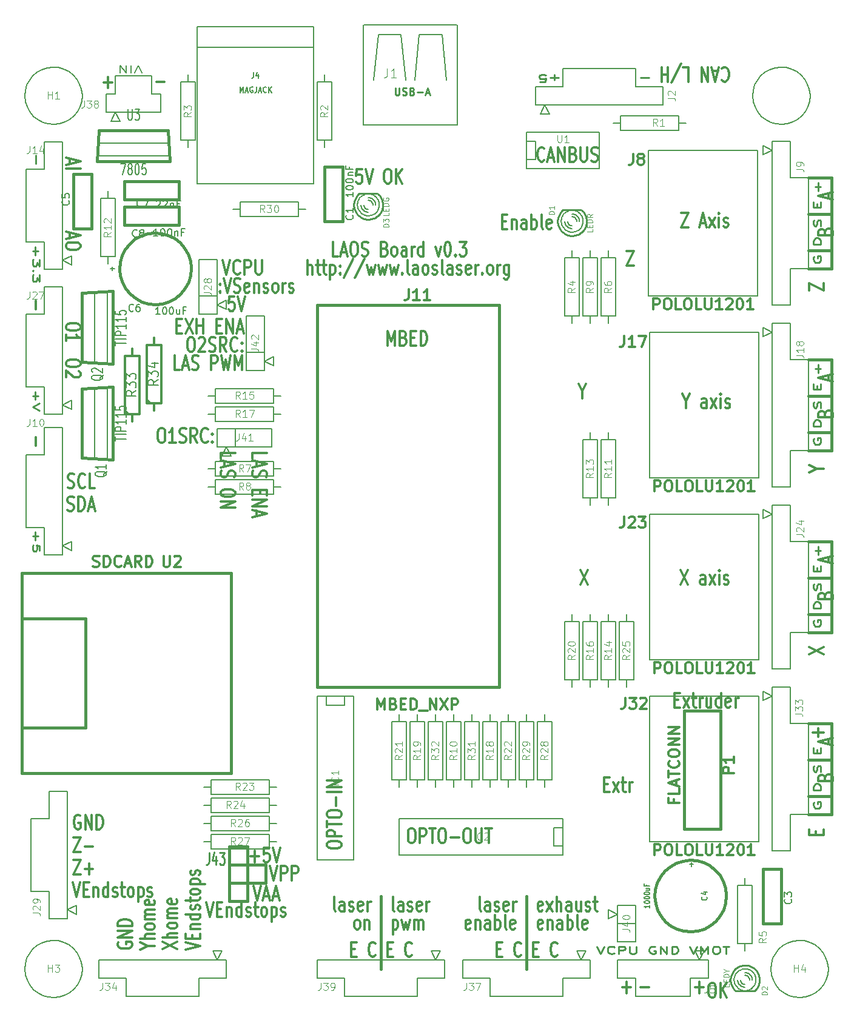
<source format=gto>
G04 (created by PCBNEW-RS274X (2012-02-06 BZR 3180)-stable) date Sun 03 Jun 2012 09:51:07 PM CEST*
G01*
G70*
G90*
%MOIN*%
G04 Gerber Fmt 3.4, Leading zero omitted, Abs format*
%FSLAX34Y34*%
G04 APERTURE LIST*
%ADD10C,0.006000*%
%ADD11C,0.012000*%
%ADD12C,0.015000*%
%ADD13C,0.009900*%
%ADD14C,0.010200*%
%ADD15C,0.008100*%
%ADD16C,0.005000*%
%ADD17C,0.007500*%
%ADD18C,0.007000*%
%ADD19C,0.010000*%
%ADD20C,0.003900*%
%ADD21C,0.008000*%
%ADD22C,0.003500*%
%ADD23C,0.007900*%
%ADD24C,0.010700*%
G04 APERTURE END LIST*
G54D10*
G54D11*
X24986Y-59424D02*
X25186Y-60224D01*
X25386Y-59424D01*
X25557Y-59995D02*
X25843Y-59995D01*
X25500Y-60224D02*
X25700Y-59424D01*
X25900Y-60224D01*
X26071Y-59995D02*
X26357Y-59995D01*
X26014Y-60224D02*
X26214Y-59424D01*
X26414Y-60224D01*
X25900Y-58324D02*
X26100Y-59124D01*
X26300Y-58324D01*
X26500Y-59124D02*
X26500Y-58324D01*
X26728Y-58324D01*
X26786Y-58362D01*
X26814Y-58400D01*
X26843Y-58476D01*
X26843Y-58590D01*
X26814Y-58667D01*
X26786Y-58705D01*
X26728Y-58743D01*
X26500Y-58743D01*
X27100Y-59124D02*
X27100Y-58324D01*
X27328Y-58324D01*
X27386Y-58362D01*
X27414Y-58400D01*
X27443Y-58476D01*
X27443Y-58590D01*
X27414Y-58667D01*
X27386Y-58705D01*
X27328Y-58743D01*
X27100Y-58743D01*
X24829Y-57819D02*
X25286Y-57819D01*
X25057Y-58124D02*
X25057Y-57514D01*
X25858Y-57324D02*
X25572Y-57324D01*
X25543Y-57705D01*
X25572Y-57667D01*
X25629Y-57629D01*
X25772Y-57629D01*
X25829Y-57667D01*
X25858Y-57705D01*
X25886Y-57781D01*
X25886Y-57971D01*
X25858Y-58048D01*
X25829Y-58086D01*
X25772Y-58124D01*
X25629Y-58124D01*
X25572Y-58086D01*
X25543Y-58048D01*
X26057Y-57324D02*
X26257Y-58124D01*
X26457Y-57324D01*
X22385Y-60324D02*
X22585Y-61124D01*
X22785Y-60324D01*
X22985Y-60705D02*
X23185Y-60705D01*
X23271Y-61124D02*
X22985Y-61124D01*
X22985Y-60324D01*
X23271Y-60324D01*
X23528Y-60590D02*
X23528Y-61124D01*
X23528Y-60667D02*
X23556Y-60629D01*
X23614Y-60590D01*
X23699Y-60590D01*
X23756Y-60629D01*
X23785Y-60705D01*
X23785Y-61124D01*
X24328Y-61124D02*
X24328Y-60324D01*
X24328Y-61086D02*
X24271Y-61124D01*
X24157Y-61124D01*
X24099Y-61086D01*
X24071Y-61048D01*
X24042Y-60971D01*
X24042Y-60743D01*
X24071Y-60667D01*
X24099Y-60629D01*
X24157Y-60590D01*
X24271Y-60590D01*
X24328Y-60629D01*
X24585Y-61086D02*
X24642Y-61124D01*
X24757Y-61124D01*
X24814Y-61086D01*
X24842Y-61010D01*
X24842Y-60971D01*
X24814Y-60895D01*
X24757Y-60857D01*
X24671Y-60857D01*
X24614Y-60819D01*
X24585Y-60743D01*
X24585Y-60705D01*
X24614Y-60629D01*
X24671Y-60590D01*
X24757Y-60590D01*
X24814Y-60629D01*
X25014Y-60590D02*
X25243Y-60590D01*
X25100Y-60324D02*
X25100Y-61010D01*
X25128Y-61086D01*
X25186Y-61124D01*
X25243Y-61124D01*
X25529Y-61124D02*
X25471Y-61086D01*
X25443Y-61048D01*
X25414Y-60971D01*
X25414Y-60743D01*
X25443Y-60667D01*
X25471Y-60629D01*
X25529Y-60590D01*
X25614Y-60590D01*
X25671Y-60629D01*
X25700Y-60667D01*
X25729Y-60743D01*
X25729Y-60971D01*
X25700Y-61048D01*
X25671Y-61086D01*
X25614Y-61124D01*
X25529Y-61124D01*
X25986Y-60590D02*
X25986Y-61390D01*
X25986Y-60629D02*
X26043Y-60590D01*
X26157Y-60590D01*
X26214Y-60629D01*
X26243Y-60667D01*
X26272Y-60743D01*
X26272Y-60971D01*
X26243Y-61048D01*
X26214Y-61086D01*
X26157Y-61124D01*
X26043Y-61124D01*
X25986Y-61086D01*
X26500Y-61086D02*
X26557Y-61124D01*
X26672Y-61124D01*
X26729Y-61086D01*
X26757Y-61010D01*
X26757Y-60971D01*
X26729Y-60895D01*
X26672Y-60857D01*
X26586Y-60857D01*
X26529Y-60819D01*
X26500Y-60743D01*
X26500Y-60705D01*
X26529Y-60629D01*
X26586Y-60590D01*
X26672Y-60590D01*
X26729Y-60629D01*
X45272Y-65019D02*
X45729Y-65019D01*
X45500Y-65324D02*
X45500Y-64714D01*
X23929Y-27024D02*
X23643Y-27024D01*
X23614Y-27405D01*
X23643Y-27367D01*
X23700Y-27329D01*
X23843Y-27329D01*
X23900Y-27367D01*
X23929Y-27405D01*
X23957Y-27481D01*
X23957Y-27671D01*
X23929Y-27748D01*
X23900Y-27786D01*
X23843Y-27824D01*
X23700Y-27824D01*
X23643Y-27786D01*
X23614Y-27748D01*
X24128Y-27024D02*
X24328Y-27824D01*
X24528Y-27024D01*
X23307Y-25024D02*
X23507Y-25824D01*
X23707Y-25024D01*
X24250Y-25748D02*
X24221Y-25786D01*
X24135Y-25824D01*
X24078Y-25824D01*
X23993Y-25786D01*
X23935Y-25710D01*
X23907Y-25633D01*
X23878Y-25481D01*
X23878Y-25367D01*
X23907Y-25214D01*
X23935Y-25138D01*
X23993Y-25062D01*
X24078Y-25024D01*
X24135Y-25024D01*
X24221Y-25062D01*
X24250Y-25100D01*
X24507Y-25824D02*
X24507Y-25024D01*
X24735Y-25024D01*
X24793Y-25062D01*
X24821Y-25100D01*
X24850Y-25176D01*
X24850Y-25290D01*
X24821Y-25367D01*
X24793Y-25405D01*
X24735Y-25443D01*
X24507Y-25443D01*
X25107Y-25024D02*
X25107Y-25671D01*
X25135Y-25748D01*
X25164Y-25786D01*
X25221Y-25824D01*
X25335Y-25824D01*
X25393Y-25786D01*
X25421Y-25748D01*
X25450Y-25671D01*
X25450Y-25024D01*
X23143Y-26748D02*
X23171Y-26786D01*
X23143Y-26824D01*
X23114Y-26786D01*
X23143Y-26748D01*
X23143Y-26824D01*
X23143Y-26329D02*
X23171Y-26367D01*
X23143Y-26405D01*
X23114Y-26367D01*
X23143Y-26329D01*
X23143Y-26405D01*
X23343Y-26024D02*
X23543Y-26824D01*
X23743Y-26024D01*
X23914Y-26786D02*
X24000Y-26824D01*
X24143Y-26824D01*
X24200Y-26786D01*
X24229Y-26748D01*
X24257Y-26671D01*
X24257Y-26595D01*
X24229Y-26519D01*
X24200Y-26481D01*
X24143Y-26443D01*
X24029Y-26405D01*
X23971Y-26367D01*
X23943Y-26329D01*
X23914Y-26252D01*
X23914Y-26176D01*
X23943Y-26100D01*
X23971Y-26062D01*
X24029Y-26024D01*
X24171Y-26024D01*
X24257Y-26062D01*
X24742Y-26786D02*
X24685Y-26824D01*
X24571Y-26824D01*
X24514Y-26786D01*
X24485Y-26710D01*
X24485Y-26405D01*
X24514Y-26329D01*
X24571Y-26290D01*
X24685Y-26290D01*
X24742Y-26329D01*
X24771Y-26405D01*
X24771Y-26481D01*
X24485Y-26557D01*
X25028Y-26290D02*
X25028Y-26824D01*
X25028Y-26367D02*
X25056Y-26329D01*
X25114Y-26290D01*
X25199Y-26290D01*
X25256Y-26329D01*
X25285Y-26405D01*
X25285Y-26824D01*
X25542Y-26786D02*
X25599Y-26824D01*
X25714Y-26824D01*
X25771Y-26786D01*
X25799Y-26710D01*
X25799Y-26671D01*
X25771Y-26595D01*
X25714Y-26557D01*
X25628Y-26557D01*
X25571Y-26519D01*
X25542Y-26443D01*
X25542Y-26405D01*
X25571Y-26329D01*
X25628Y-26290D01*
X25714Y-26290D01*
X25771Y-26329D01*
X26143Y-26824D02*
X26085Y-26786D01*
X26057Y-26748D01*
X26028Y-26671D01*
X26028Y-26443D01*
X26057Y-26367D01*
X26085Y-26329D01*
X26143Y-26290D01*
X26228Y-26290D01*
X26285Y-26329D01*
X26314Y-26367D01*
X26343Y-26443D01*
X26343Y-26671D01*
X26314Y-26748D01*
X26285Y-26786D01*
X26228Y-26824D01*
X26143Y-26824D01*
X26600Y-26824D02*
X26600Y-26290D01*
X26600Y-26443D02*
X26628Y-26367D01*
X26657Y-26329D01*
X26714Y-26290D01*
X26771Y-26290D01*
X26942Y-26786D02*
X26999Y-26824D01*
X27114Y-26824D01*
X27171Y-26786D01*
X27199Y-26710D01*
X27199Y-26671D01*
X27171Y-26595D01*
X27114Y-26557D01*
X27028Y-26557D01*
X26971Y-26519D01*
X26942Y-26443D01*
X26942Y-26405D01*
X26971Y-26329D01*
X27028Y-26290D01*
X27114Y-26290D01*
X27171Y-26329D01*
X24926Y-35929D02*
X24926Y-35643D01*
X25726Y-35643D01*
X25155Y-36100D02*
X25155Y-36386D01*
X24926Y-36043D02*
X25726Y-36243D01*
X24926Y-36443D01*
X24964Y-36614D02*
X24926Y-36700D01*
X24926Y-36843D01*
X24964Y-36900D01*
X25002Y-36929D01*
X25079Y-36957D01*
X25155Y-36957D01*
X25231Y-36929D01*
X25269Y-36900D01*
X25307Y-36843D01*
X25345Y-36729D01*
X25383Y-36671D01*
X25421Y-36643D01*
X25498Y-36614D01*
X25574Y-36614D01*
X25650Y-36643D01*
X25688Y-36671D01*
X25726Y-36729D01*
X25726Y-36871D01*
X25688Y-36957D01*
X25345Y-37671D02*
X25345Y-37871D01*
X24926Y-37957D02*
X24926Y-37671D01*
X25726Y-37671D01*
X25726Y-37957D01*
X24926Y-38214D02*
X25726Y-38214D01*
X24926Y-38557D01*
X25726Y-38557D01*
X25155Y-38814D02*
X25155Y-39100D01*
X24926Y-38757D02*
X25726Y-38957D01*
X24926Y-39157D01*
X23176Y-35929D02*
X23176Y-35643D01*
X23976Y-35643D01*
X23405Y-36100D02*
X23405Y-36386D01*
X23176Y-36043D02*
X23976Y-36243D01*
X23176Y-36443D01*
X23214Y-36614D02*
X23176Y-36700D01*
X23176Y-36843D01*
X23214Y-36900D01*
X23252Y-36929D01*
X23329Y-36957D01*
X23405Y-36957D01*
X23481Y-36929D01*
X23519Y-36900D01*
X23557Y-36843D01*
X23595Y-36729D01*
X23633Y-36671D01*
X23671Y-36643D01*
X23748Y-36614D01*
X23824Y-36614D01*
X23900Y-36643D01*
X23938Y-36671D01*
X23976Y-36729D01*
X23976Y-36871D01*
X23938Y-36957D01*
X23976Y-37785D02*
X23976Y-37899D01*
X23938Y-37957D01*
X23862Y-38014D01*
X23710Y-38042D01*
X23443Y-38042D01*
X23290Y-38014D01*
X23214Y-37957D01*
X23176Y-37899D01*
X23176Y-37785D01*
X23214Y-37728D01*
X23290Y-37671D01*
X23443Y-37642D01*
X23710Y-37642D01*
X23862Y-37671D01*
X23938Y-37728D01*
X23976Y-37785D01*
X23176Y-38300D02*
X23976Y-38300D01*
X23176Y-38643D01*
X23976Y-38643D01*
X19879Y-34274D02*
X19993Y-34274D01*
X20051Y-34312D01*
X20108Y-34388D01*
X20136Y-34540D01*
X20136Y-34807D01*
X20108Y-34960D01*
X20051Y-35036D01*
X19993Y-35074D01*
X19879Y-35074D01*
X19822Y-35036D01*
X19765Y-34960D01*
X19736Y-34807D01*
X19736Y-34540D01*
X19765Y-34388D01*
X19822Y-34312D01*
X19879Y-34274D01*
X20708Y-35074D02*
X20365Y-35074D01*
X20537Y-35074D02*
X20537Y-34274D01*
X20480Y-34388D01*
X20422Y-34464D01*
X20365Y-34502D01*
X20936Y-35036D02*
X21022Y-35074D01*
X21165Y-35074D01*
X21222Y-35036D01*
X21251Y-34998D01*
X21279Y-34921D01*
X21279Y-34845D01*
X21251Y-34769D01*
X21222Y-34731D01*
X21165Y-34693D01*
X21051Y-34655D01*
X20993Y-34617D01*
X20965Y-34579D01*
X20936Y-34502D01*
X20936Y-34426D01*
X20965Y-34350D01*
X20993Y-34312D01*
X21051Y-34274D01*
X21193Y-34274D01*
X21279Y-34312D01*
X21879Y-35074D02*
X21679Y-34693D01*
X21536Y-35074D02*
X21536Y-34274D01*
X21764Y-34274D01*
X21822Y-34312D01*
X21850Y-34350D01*
X21879Y-34426D01*
X21879Y-34540D01*
X21850Y-34617D01*
X21822Y-34655D01*
X21764Y-34693D01*
X21536Y-34693D01*
X22479Y-34998D02*
X22450Y-35036D01*
X22364Y-35074D01*
X22307Y-35074D01*
X22222Y-35036D01*
X22164Y-34960D01*
X22136Y-34883D01*
X22107Y-34731D01*
X22107Y-34617D01*
X22136Y-34464D01*
X22164Y-34388D01*
X22222Y-34312D01*
X22307Y-34274D01*
X22364Y-34274D01*
X22450Y-34312D01*
X22479Y-34350D01*
X22736Y-34998D02*
X22764Y-35036D01*
X22736Y-35074D01*
X22707Y-35036D01*
X22736Y-34998D01*
X22736Y-35074D01*
X22736Y-34579D02*
X22764Y-34617D01*
X22736Y-34655D01*
X22707Y-34617D01*
X22736Y-34579D01*
X22736Y-34655D01*
X20929Y-31074D02*
X20643Y-31074D01*
X20643Y-30274D01*
X21100Y-30845D02*
X21386Y-30845D01*
X21043Y-31074D02*
X21243Y-30274D01*
X21443Y-31074D01*
X21614Y-31036D02*
X21700Y-31074D01*
X21843Y-31074D01*
X21900Y-31036D01*
X21929Y-30998D01*
X21957Y-30921D01*
X21957Y-30845D01*
X21929Y-30769D01*
X21900Y-30731D01*
X21843Y-30693D01*
X21729Y-30655D01*
X21671Y-30617D01*
X21643Y-30579D01*
X21614Y-30502D01*
X21614Y-30426D01*
X21643Y-30350D01*
X21671Y-30312D01*
X21729Y-30274D01*
X21871Y-30274D01*
X21957Y-30312D01*
X22671Y-31074D02*
X22671Y-30274D01*
X22899Y-30274D01*
X22957Y-30312D01*
X22985Y-30350D01*
X23014Y-30426D01*
X23014Y-30540D01*
X22985Y-30617D01*
X22957Y-30655D01*
X22899Y-30693D01*
X22671Y-30693D01*
X23214Y-30274D02*
X23357Y-31074D01*
X23471Y-30502D01*
X23585Y-31074D01*
X23728Y-30274D01*
X23957Y-31074D02*
X23957Y-30274D01*
X24157Y-30845D01*
X24357Y-30274D01*
X24357Y-31074D01*
X21500Y-29274D02*
X21614Y-29274D01*
X21672Y-29312D01*
X21729Y-29388D01*
X21757Y-29540D01*
X21757Y-29807D01*
X21729Y-29960D01*
X21672Y-30036D01*
X21614Y-30074D01*
X21500Y-30074D01*
X21443Y-30036D01*
X21386Y-29960D01*
X21357Y-29807D01*
X21357Y-29540D01*
X21386Y-29388D01*
X21443Y-29312D01*
X21500Y-29274D01*
X21986Y-29350D02*
X22015Y-29312D01*
X22072Y-29274D01*
X22215Y-29274D01*
X22272Y-29312D01*
X22301Y-29350D01*
X22329Y-29426D01*
X22329Y-29502D01*
X22301Y-29617D01*
X21958Y-30074D01*
X22329Y-30074D01*
X22557Y-30036D02*
X22643Y-30074D01*
X22786Y-30074D01*
X22843Y-30036D01*
X22872Y-29998D01*
X22900Y-29921D01*
X22900Y-29845D01*
X22872Y-29769D01*
X22843Y-29731D01*
X22786Y-29693D01*
X22672Y-29655D01*
X22614Y-29617D01*
X22586Y-29579D01*
X22557Y-29502D01*
X22557Y-29426D01*
X22586Y-29350D01*
X22614Y-29312D01*
X22672Y-29274D01*
X22814Y-29274D01*
X22900Y-29312D01*
X23500Y-30074D02*
X23300Y-29693D01*
X23157Y-30074D02*
X23157Y-29274D01*
X23385Y-29274D01*
X23443Y-29312D01*
X23471Y-29350D01*
X23500Y-29426D01*
X23500Y-29540D01*
X23471Y-29617D01*
X23443Y-29655D01*
X23385Y-29693D01*
X23157Y-29693D01*
X24100Y-29998D02*
X24071Y-30036D01*
X23985Y-30074D01*
X23928Y-30074D01*
X23843Y-30036D01*
X23785Y-29960D01*
X23757Y-29883D01*
X23728Y-29731D01*
X23728Y-29617D01*
X23757Y-29464D01*
X23785Y-29388D01*
X23843Y-29312D01*
X23928Y-29274D01*
X23985Y-29274D01*
X24071Y-29312D01*
X24100Y-29350D01*
X24357Y-29998D02*
X24385Y-30036D01*
X24357Y-30074D01*
X24328Y-30036D01*
X24357Y-29998D01*
X24357Y-30074D01*
X24357Y-29579D02*
X24385Y-29617D01*
X24357Y-29655D01*
X24328Y-29617D01*
X24357Y-29579D01*
X24357Y-29655D01*
X20757Y-28655D02*
X20957Y-28655D01*
X21043Y-29074D02*
X20757Y-29074D01*
X20757Y-28274D01*
X21043Y-28274D01*
X21243Y-28274D02*
X21643Y-29074D01*
X21643Y-28274D02*
X21243Y-29074D01*
X21871Y-29074D02*
X21871Y-28274D01*
X21871Y-28655D02*
X22214Y-28655D01*
X22214Y-29074D02*
X22214Y-28274D01*
X22957Y-28655D02*
X23157Y-28655D01*
X23243Y-29074D02*
X22957Y-29074D01*
X22957Y-28274D01*
X23243Y-28274D01*
X23500Y-29074D02*
X23500Y-28274D01*
X23843Y-29074D01*
X23843Y-28274D01*
X24100Y-28845D02*
X24386Y-28845D01*
X24043Y-29074D02*
X24243Y-28274D01*
X24443Y-29074D01*
X50143Y-64774D02*
X50257Y-64774D01*
X50315Y-64812D01*
X50372Y-64888D01*
X50400Y-65040D01*
X50400Y-65307D01*
X50372Y-65460D01*
X50315Y-65536D01*
X50257Y-65574D01*
X50143Y-65574D01*
X50086Y-65536D01*
X50029Y-65460D01*
X50000Y-65307D01*
X50000Y-65040D01*
X50029Y-64888D01*
X50086Y-64812D01*
X50143Y-64774D01*
X50658Y-65574D02*
X50658Y-64774D01*
X51001Y-65574D02*
X50744Y-65117D01*
X51001Y-64774D02*
X50658Y-65231D01*
X15476Y-30657D02*
X15476Y-30771D01*
X15438Y-30829D01*
X15362Y-30886D01*
X15210Y-30914D01*
X14943Y-30914D01*
X14790Y-30886D01*
X14714Y-30829D01*
X14676Y-30771D01*
X14676Y-30657D01*
X14714Y-30600D01*
X14790Y-30543D01*
X14943Y-30514D01*
X15210Y-30514D01*
X15362Y-30543D01*
X15438Y-30600D01*
X15476Y-30657D01*
X15400Y-31143D02*
X15438Y-31172D01*
X15476Y-31229D01*
X15476Y-31372D01*
X15438Y-31429D01*
X15400Y-31458D01*
X15324Y-31486D01*
X15248Y-31486D01*
X15133Y-31458D01*
X14676Y-31115D01*
X14676Y-31486D01*
X15476Y-28657D02*
X15476Y-28771D01*
X15438Y-28829D01*
X15362Y-28886D01*
X15210Y-28914D01*
X14943Y-28914D01*
X14790Y-28886D01*
X14714Y-28829D01*
X14676Y-28771D01*
X14676Y-28657D01*
X14714Y-28600D01*
X14790Y-28543D01*
X14943Y-28514D01*
X15210Y-28514D01*
X15362Y-28543D01*
X15438Y-28600D01*
X15476Y-28657D01*
X14676Y-29486D02*
X14676Y-29143D01*
X14676Y-29315D02*
X15476Y-29315D01*
X15362Y-29258D01*
X15286Y-29200D01*
X15248Y-29143D01*
G54D12*
X56750Y-25500D02*
X56750Y-24500D01*
X55500Y-25500D02*
X56750Y-25500D01*
X55500Y-34500D02*
X56750Y-34500D01*
X55500Y-54500D02*
X56750Y-54500D01*
X56750Y-55500D02*
X56750Y-54500D01*
X55500Y-55500D02*
X56750Y-55500D01*
X56750Y-44500D02*
X56500Y-44500D01*
X56750Y-45500D02*
X56750Y-44500D01*
X55500Y-45500D02*
X56750Y-45500D01*
X56750Y-35500D02*
X55500Y-35500D01*
X56750Y-34500D02*
X56750Y-35500D01*
X55500Y-52500D02*
X56750Y-52500D01*
X56750Y-50500D02*
X56750Y-54500D01*
X55500Y-50500D02*
X56750Y-50500D01*
X55500Y-42500D02*
X56750Y-42500D01*
X56750Y-44500D02*
X55500Y-44500D01*
X56750Y-40500D02*
X56750Y-44500D01*
X55500Y-40500D02*
X56750Y-40500D01*
X56750Y-32500D02*
X56750Y-32750D01*
X55500Y-32500D02*
X56750Y-32500D01*
X56750Y-30500D02*
X56750Y-34500D01*
X55500Y-30500D02*
X56750Y-30500D01*
X56750Y-20500D02*
X56750Y-20750D01*
X55500Y-20500D02*
X56750Y-20500D01*
X56750Y-24500D02*
X56750Y-20750D01*
X55500Y-24500D02*
X56750Y-24500D01*
X55500Y-22500D02*
X56750Y-22500D01*
G54D11*
X14905Y-19464D02*
X14905Y-19750D01*
X14676Y-19407D02*
X15476Y-19607D01*
X14676Y-19807D01*
X14676Y-20007D02*
X15476Y-20007D01*
X14905Y-23543D02*
X14905Y-23829D01*
X14676Y-23486D02*
X15476Y-23686D01*
X14676Y-23886D01*
X15476Y-24200D02*
X15476Y-24314D01*
X15438Y-24372D01*
X15362Y-24429D01*
X15210Y-24457D01*
X14943Y-24457D01*
X14790Y-24429D01*
X14714Y-24372D01*
X14676Y-24314D01*
X14676Y-24200D01*
X14714Y-24143D01*
X14790Y-24086D01*
X14943Y-24057D01*
X15210Y-24057D01*
X15362Y-24086D01*
X15438Y-24143D01*
X15476Y-24200D01*
G54D13*
X13009Y-19728D02*
X13009Y-19271D01*
X12991Y-24308D02*
X12991Y-24765D01*
X12841Y-24536D02*
X13141Y-24536D01*
X13235Y-24994D02*
X13235Y-25365D01*
X13084Y-25165D01*
X13084Y-25251D01*
X13066Y-25308D01*
X13047Y-25337D01*
X13009Y-25365D01*
X12916Y-25365D01*
X12878Y-25337D01*
X12859Y-25308D01*
X12841Y-25251D01*
X12841Y-25079D01*
X12859Y-25022D01*
X12878Y-24994D01*
X12878Y-25622D02*
X12859Y-25650D01*
X12841Y-25622D01*
X12859Y-25593D01*
X12878Y-25622D01*
X12841Y-25622D01*
X13235Y-25851D02*
X13235Y-26222D01*
X13084Y-26022D01*
X13084Y-26108D01*
X13066Y-26165D01*
X13047Y-26194D01*
X13009Y-26222D01*
X12916Y-26222D01*
X12878Y-26194D01*
X12859Y-26165D01*
X12841Y-26108D01*
X12841Y-25936D01*
X12859Y-25879D01*
X12878Y-25851D01*
G54D11*
X13019Y-27728D02*
X13019Y-27271D01*
X13019Y-35228D02*
X13019Y-34771D01*
X30944Y-20024D02*
X30658Y-20024D01*
X30629Y-20405D01*
X30658Y-20367D01*
X30715Y-20329D01*
X30858Y-20329D01*
X30915Y-20367D01*
X30944Y-20405D01*
X30972Y-20481D01*
X30972Y-20671D01*
X30944Y-20748D01*
X30915Y-20786D01*
X30858Y-20824D01*
X30715Y-20824D01*
X30658Y-20786D01*
X30629Y-20748D01*
X31143Y-20024D02*
X31343Y-20824D01*
X31543Y-20024D01*
X32314Y-20024D02*
X32428Y-20024D01*
X32486Y-20062D01*
X32543Y-20138D01*
X32571Y-20290D01*
X32571Y-20557D01*
X32543Y-20710D01*
X32486Y-20786D01*
X32428Y-20824D01*
X32314Y-20824D01*
X32257Y-20786D01*
X32200Y-20710D01*
X32171Y-20557D01*
X32171Y-20290D01*
X32200Y-20138D01*
X32257Y-20062D01*
X32314Y-20024D01*
X32829Y-20824D02*
X32829Y-20024D01*
X33172Y-20824D02*
X32915Y-20367D01*
X33172Y-20024D02*
X32829Y-20481D01*
X38643Y-22905D02*
X38843Y-22905D01*
X38929Y-23324D02*
X38643Y-23324D01*
X38643Y-22524D01*
X38929Y-22524D01*
X39186Y-22790D02*
X39186Y-23324D01*
X39186Y-22867D02*
X39214Y-22829D01*
X39272Y-22790D01*
X39357Y-22790D01*
X39414Y-22829D01*
X39443Y-22905D01*
X39443Y-23324D01*
X39986Y-23324D02*
X39986Y-22905D01*
X39957Y-22829D01*
X39900Y-22790D01*
X39786Y-22790D01*
X39729Y-22829D01*
X39986Y-23286D02*
X39929Y-23324D01*
X39786Y-23324D01*
X39729Y-23286D01*
X39700Y-23210D01*
X39700Y-23133D01*
X39729Y-23057D01*
X39786Y-23019D01*
X39929Y-23019D01*
X39986Y-22981D01*
X40272Y-23324D02*
X40272Y-22524D01*
X40272Y-22829D02*
X40329Y-22790D01*
X40443Y-22790D01*
X40500Y-22829D01*
X40529Y-22867D01*
X40558Y-22943D01*
X40558Y-23171D01*
X40529Y-23248D01*
X40500Y-23286D01*
X40443Y-23324D01*
X40329Y-23324D01*
X40272Y-23286D01*
X40901Y-23324D02*
X40843Y-23286D01*
X40815Y-23210D01*
X40815Y-22524D01*
X41357Y-23286D02*
X41300Y-23324D01*
X41186Y-23324D01*
X41129Y-23286D01*
X41100Y-23210D01*
X41100Y-22905D01*
X41129Y-22829D01*
X41186Y-22790D01*
X41300Y-22790D01*
X41357Y-22829D01*
X41386Y-22905D01*
X41386Y-22981D01*
X41100Y-23057D01*
X16772Y-15269D02*
X17229Y-15269D01*
X17000Y-15574D02*
X17000Y-14964D01*
X14772Y-38786D02*
X14858Y-38824D01*
X15001Y-38824D01*
X15058Y-38786D01*
X15087Y-38748D01*
X15115Y-38671D01*
X15115Y-38595D01*
X15087Y-38519D01*
X15058Y-38481D01*
X15001Y-38443D01*
X14887Y-38405D01*
X14829Y-38367D01*
X14801Y-38329D01*
X14772Y-38252D01*
X14772Y-38176D01*
X14801Y-38100D01*
X14829Y-38062D01*
X14887Y-38024D01*
X15029Y-38024D01*
X15115Y-38062D01*
X15372Y-38824D02*
X15372Y-38024D01*
X15515Y-38024D01*
X15600Y-38062D01*
X15658Y-38138D01*
X15686Y-38214D01*
X15715Y-38367D01*
X15715Y-38481D01*
X15686Y-38633D01*
X15658Y-38710D01*
X15600Y-38786D01*
X15515Y-38824D01*
X15372Y-38824D01*
X15943Y-38595D02*
X16229Y-38595D01*
X15886Y-38824D02*
X16086Y-38024D01*
X16286Y-38824D01*
X14786Y-37536D02*
X14872Y-37574D01*
X15015Y-37574D01*
X15072Y-37536D01*
X15101Y-37498D01*
X15129Y-37421D01*
X15129Y-37345D01*
X15101Y-37269D01*
X15072Y-37231D01*
X15015Y-37193D01*
X14901Y-37155D01*
X14843Y-37117D01*
X14815Y-37079D01*
X14786Y-37002D01*
X14786Y-36926D01*
X14815Y-36850D01*
X14843Y-36812D01*
X14901Y-36774D01*
X15043Y-36774D01*
X15129Y-36812D01*
X15729Y-37498D02*
X15700Y-37536D01*
X15614Y-37574D01*
X15557Y-37574D01*
X15472Y-37536D01*
X15414Y-37460D01*
X15386Y-37383D01*
X15357Y-37231D01*
X15357Y-37117D01*
X15386Y-36964D01*
X15414Y-36888D01*
X15472Y-36812D01*
X15557Y-36774D01*
X15614Y-36774D01*
X15700Y-36812D01*
X15729Y-36850D01*
X16272Y-37574D02*
X15986Y-37574D01*
X15986Y-36774D01*
G54D12*
X40000Y-64000D02*
X40000Y-60000D01*
X32000Y-64000D02*
X32000Y-60000D01*
G54D11*
X32729Y-60824D02*
X32671Y-60786D01*
X32643Y-60710D01*
X32643Y-60024D01*
X33214Y-60824D02*
X33214Y-60405D01*
X33185Y-60329D01*
X33128Y-60290D01*
X33014Y-60290D01*
X32957Y-60329D01*
X33214Y-60786D02*
X33157Y-60824D01*
X33014Y-60824D01*
X32957Y-60786D01*
X32928Y-60710D01*
X32928Y-60633D01*
X32957Y-60557D01*
X33014Y-60519D01*
X33157Y-60519D01*
X33214Y-60481D01*
X33471Y-60786D02*
X33528Y-60824D01*
X33643Y-60824D01*
X33700Y-60786D01*
X33728Y-60710D01*
X33728Y-60671D01*
X33700Y-60595D01*
X33643Y-60557D01*
X33557Y-60557D01*
X33500Y-60519D01*
X33471Y-60443D01*
X33471Y-60405D01*
X33500Y-60329D01*
X33557Y-60290D01*
X33643Y-60290D01*
X33700Y-60329D01*
X34214Y-60786D02*
X34157Y-60824D01*
X34043Y-60824D01*
X33986Y-60786D01*
X33957Y-60710D01*
X33957Y-60405D01*
X33986Y-60329D01*
X34043Y-60290D01*
X34157Y-60290D01*
X34214Y-60329D01*
X34243Y-60405D01*
X34243Y-60481D01*
X33957Y-60557D01*
X34500Y-60824D02*
X34500Y-60290D01*
X34500Y-60443D02*
X34528Y-60367D01*
X34557Y-60329D01*
X34614Y-60290D01*
X34671Y-60290D01*
X38372Y-62905D02*
X38572Y-62905D01*
X38658Y-63324D02*
X38372Y-63324D01*
X38372Y-62524D01*
X38658Y-62524D01*
X41686Y-63248D02*
X41657Y-63286D01*
X41571Y-63324D01*
X41514Y-63324D01*
X41429Y-63286D01*
X41371Y-63210D01*
X41343Y-63133D01*
X41314Y-62981D01*
X41314Y-62867D01*
X41343Y-62714D01*
X41371Y-62638D01*
X41429Y-62562D01*
X41514Y-62524D01*
X41571Y-62524D01*
X41657Y-62562D01*
X41686Y-62600D01*
X40372Y-62905D02*
X40572Y-62905D01*
X40658Y-63324D02*
X40372Y-63324D01*
X40372Y-62524D01*
X40658Y-62524D01*
X39686Y-63248D02*
X39657Y-63286D01*
X39571Y-63324D01*
X39514Y-63324D01*
X39429Y-63286D01*
X39371Y-63210D01*
X39343Y-63133D01*
X39314Y-62981D01*
X39314Y-62867D01*
X39343Y-62714D01*
X39371Y-62638D01*
X39429Y-62562D01*
X39514Y-62524D01*
X39571Y-62524D01*
X39657Y-62562D01*
X39686Y-62600D01*
X30372Y-62905D02*
X30572Y-62905D01*
X30658Y-63324D02*
X30372Y-63324D01*
X30372Y-62524D01*
X30658Y-62524D01*
X33686Y-63248D02*
X33657Y-63286D01*
X33571Y-63324D01*
X33514Y-63324D01*
X33429Y-63286D01*
X33371Y-63210D01*
X33343Y-63133D01*
X33314Y-62981D01*
X33314Y-62867D01*
X33343Y-62714D01*
X33371Y-62638D01*
X33429Y-62562D01*
X33514Y-62524D01*
X33571Y-62524D01*
X33657Y-62562D01*
X33686Y-62600D01*
X32372Y-62905D02*
X32572Y-62905D01*
X32658Y-63324D02*
X32372Y-63324D01*
X32372Y-62524D01*
X32658Y-62524D01*
X31686Y-63248D02*
X31657Y-63286D01*
X31571Y-63324D01*
X31514Y-63324D01*
X31429Y-63286D01*
X31371Y-63210D01*
X31343Y-63133D01*
X31314Y-62981D01*
X31314Y-62867D01*
X31343Y-62714D01*
X31371Y-62638D01*
X31429Y-62562D01*
X31514Y-62524D01*
X31571Y-62524D01*
X31657Y-62562D01*
X31686Y-62600D01*
G54D13*
X12991Y-39986D02*
X12991Y-40443D01*
X12841Y-40214D02*
X13141Y-40214D01*
X13235Y-41015D02*
X13235Y-40729D01*
X13047Y-40700D01*
X13066Y-40729D01*
X13084Y-40786D01*
X13084Y-40929D01*
X13066Y-40986D01*
X13047Y-41015D01*
X13009Y-41043D01*
X12916Y-41043D01*
X12878Y-41015D01*
X12859Y-40986D01*
X12841Y-40929D01*
X12841Y-40786D01*
X12859Y-40729D01*
X12878Y-40700D01*
G54D14*
X43871Y-62758D02*
X44071Y-63164D01*
X44271Y-62758D01*
X44814Y-63126D02*
X44785Y-63145D01*
X44699Y-63164D01*
X44642Y-63164D01*
X44557Y-63145D01*
X44499Y-63106D01*
X44471Y-63068D01*
X44442Y-62990D01*
X44442Y-62932D01*
X44471Y-62855D01*
X44499Y-62816D01*
X44557Y-62778D01*
X44642Y-62758D01*
X44699Y-62758D01*
X44785Y-62778D01*
X44814Y-62797D01*
X45071Y-63164D02*
X45071Y-62758D01*
X45299Y-62758D01*
X45357Y-62778D01*
X45385Y-62797D01*
X45414Y-62836D01*
X45414Y-62894D01*
X45385Y-62932D01*
X45357Y-62952D01*
X45299Y-62971D01*
X45071Y-62971D01*
X45671Y-62758D02*
X45671Y-63087D01*
X45699Y-63126D01*
X45728Y-63145D01*
X45785Y-63164D01*
X45899Y-63164D01*
X45957Y-63145D01*
X45985Y-63126D01*
X46014Y-63087D01*
X46014Y-62758D01*
X47071Y-62778D02*
X47014Y-62758D01*
X46928Y-62758D01*
X46843Y-62778D01*
X46785Y-62816D01*
X46757Y-62855D01*
X46728Y-62932D01*
X46728Y-62990D01*
X46757Y-63068D01*
X46785Y-63106D01*
X46843Y-63145D01*
X46928Y-63164D01*
X46985Y-63164D01*
X47071Y-63145D01*
X47100Y-63126D01*
X47100Y-62990D01*
X46985Y-62990D01*
X47357Y-63164D02*
X47357Y-62758D01*
X47700Y-63164D01*
X47700Y-62758D01*
X47986Y-63164D02*
X47986Y-62758D01*
X48129Y-62758D01*
X48214Y-62778D01*
X48272Y-62816D01*
X48300Y-62855D01*
X48329Y-62932D01*
X48329Y-62990D01*
X48300Y-63068D01*
X48272Y-63106D01*
X48214Y-63145D01*
X48129Y-63164D01*
X47986Y-63164D01*
X48957Y-62758D02*
X49157Y-63164D01*
X49357Y-62758D01*
X49557Y-63164D02*
X49557Y-62758D01*
X49757Y-63048D01*
X49957Y-62758D01*
X49957Y-63164D01*
X50357Y-62758D02*
X50471Y-62758D01*
X50529Y-62778D01*
X50586Y-62816D01*
X50614Y-62894D01*
X50614Y-63029D01*
X50586Y-63106D01*
X50529Y-63145D01*
X50471Y-63164D01*
X50357Y-63164D01*
X50300Y-63145D01*
X50243Y-63106D01*
X50214Y-63029D01*
X50214Y-62894D01*
X50243Y-62816D01*
X50300Y-62778D01*
X50357Y-62758D01*
X50786Y-62758D02*
X51129Y-62758D01*
X50958Y-63164D02*
X50958Y-62758D01*
G54D11*
X56405Y-53457D02*
X56443Y-53371D01*
X56481Y-53343D01*
X56557Y-53314D01*
X56671Y-53314D01*
X56748Y-53343D01*
X56786Y-53371D01*
X56824Y-53429D01*
X56824Y-53657D01*
X56024Y-53657D01*
X56024Y-53457D01*
X56062Y-53400D01*
X56100Y-53371D01*
X56176Y-53343D01*
X56252Y-53343D01*
X56329Y-53371D01*
X56367Y-53400D01*
X56405Y-53457D01*
X56405Y-53657D01*
X56595Y-51643D02*
X56595Y-51357D01*
X56824Y-51700D02*
X56024Y-51500D01*
X56824Y-51300D01*
X56405Y-43457D02*
X56443Y-43371D01*
X56481Y-43343D01*
X56557Y-43314D01*
X56671Y-43314D01*
X56748Y-43343D01*
X56786Y-43371D01*
X56824Y-43429D01*
X56824Y-43657D01*
X56024Y-43657D01*
X56024Y-43457D01*
X56062Y-43400D01*
X56100Y-43371D01*
X56176Y-43343D01*
X56252Y-43343D01*
X56329Y-43371D01*
X56367Y-43400D01*
X56405Y-43457D01*
X56405Y-43657D01*
X56595Y-41643D02*
X56595Y-41357D01*
X56824Y-41700D02*
X56024Y-41500D01*
X56824Y-41300D01*
X56405Y-33457D02*
X56443Y-33371D01*
X56481Y-33343D01*
X56557Y-33314D01*
X56671Y-33314D01*
X56748Y-33343D01*
X56786Y-33371D01*
X56824Y-33429D01*
X56824Y-33657D01*
X56024Y-33657D01*
X56024Y-33457D01*
X56062Y-33400D01*
X56100Y-33371D01*
X56176Y-33343D01*
X56252Y-33343D01*
X56329Y-33371D01*
X56367Y-33400D01*
X56405Y-33457D01*
X56405Y-33657D01*
X56595Y-31643D02*
X56595Y-31357D01*
X56824Y-31700D02*
X56024Y-31500D01*
X56824Y-31300D01*
X56405Y-23457D02*
X56443Y-23371D01*
X56481Y-23343D01*
X56557Y-23314D01*
X56671Y-23314D01*
X56748Y-23343D01*
X56786Y-23371D01*
X56824Y-23429D01*
X56824Y-23657D01*
X56024Y-23657D01*
X56024Y-23457D01*
X56062Y-23400D01*
X56100Y-23371D01*
X56176Y-23343D01*
X56252Y-23343D01*
X56329Y-23371D01*
X56367Y-23400D01*
X56405Y-23457D01*
X56405Y-23657D01*
X56595Y-21643D02*
X56595Y-21357D01*
X56824Y-21700D02*
X56024Y-21500D01*
X56824Y-21300D01*
X55905Y-56628D02*
X55905Y-56428D01*
X56324Y-56342D02*
X56324Y-56628D01*
X55524Y-56628D01*
X55524Y-56342D01*
X56019Y-51228D02*
X56019Y-50771D01*
X56324Y-51000D02*
X55714Y-51000D01*
G54D13*
X55953Y-52128D02*
X55953Y-51928D01*
X56159Y-51842D02*
X56159Y-52128D01*
X55765Y-52128D01*
X55765Y-51842D01*
X56141Y-53171D02*
X56159Y-53085D01*
X56159Y-52942D01*
X56141Y-52885D01*
X56122Y-52856D01*
X56084Y-52828D01*
X56047Y-52828D01*
X56009Y-52856D01*
X55991Y-52885D01*
X55972Y-52942D01*
X55953Y-53056D01*
X55934Y-53114D01*
X55916Y-53142D01*
X55878Y-53171D01*
X55841Y-53171D01*
X55803Y-53142D01*
X55784Y-53114D01*
X55765Y-53056D01*
X55765Y-52914D01*
X55784Y-52828D01*
X56159Y-54157D02*
X55765Y-54157D01*
X55765Y-54014D01*
X55784Y-53929D01*
X55822Y-53871D01*
X55859Y-53843D01*
X55934Y-53814D01*
X55991Y-53814D01*
X56066Y-53843D01*
X56103Y-53871D01*
X56141Y-53929D01*
X56159Y-54014D01*
X56159Y-54157D01*
X55784Y-54843D02*
X55765Y-54900D01*
X55765Y-54986D01*
X55784Y-55071D01*
X55822Y-55129D01*
X55859Y-55157D01*
X55934Y-55186D01*
X55991Y-55186D01*
X56066Y-55157D01*
X56103Y-55129D01*
X56141Y-55071D01*
X56159Y-54986D01*
X56159Y-54929D01*
X56141Y-54843D01*
X56122Y-54814D01*
X55991Y-54814D01*
X55991Y-54929D01*
X55784Y-44843D02*
X55765Y-44900D01*
X55765Y-44986D01*
X55784Y-45071D01*
X55822Y-45129D01*
X55859Y-45157D01*
X55934Y-45186D01*
X55991Y-45186D01*
X56066Y-45157D01*
X56103Y-45129D01*
X56141Y-45071D01*
X56159Y-44986D01*
X56159Y-44929D01*
X56141Y-44843D01*
X56122Y-44814D01*
X55991Y-44814D01*
X55991Y-44929D01*
X56159Y-44157D02*
X55765Y-44157D01*
X55765Y-44014D01*
X55784Y-43929D01*
X55822Y-43871D01*
X55859Y-43843D01*
X55934Y-43814D01*
X55991Y-43814D01*
X56066Y-43843D01*
X56103Y-43871D01*
X56141Y-43929D01*
X56159Y-44014D01*
X56159Y-44157D01*
X56141Y-43171D02*
X56159Y-43085D01*
X56159Y-42942D01*
X56141Y-42885D01*
X56122Y-42856D01*
X56084Y-42828D01*
X56047Y-42828D01*
X56009Y-42856D01*
X55991Y-42885D01*
X55972Y-42942D01*
X55953Y-43056D01*
X55934Y-43114D01*
X55916Y-43142D01*
X55878Y-43171D01*
X55841Y-43171D01*
X55803Y-43142D01*
X55784Y-43114D01*
X55765Y-43056D01*
X55765Y-42914D01*
X55784Y-42828D01*
X55953Y-42128D02*
X55953Y-41928D01*
X56159Y-41842D02*
X56159Y-42128D01*
X55765Y-42128D01*
X55765Y-41842D01*
X56009Y-41228D02*
X56009Y-40771D01*
X56159Y-41000D02*
X55859Y-41000D01*
G54D11*
X55524Y-46699D02*
X56324Y-46299D01*
X55524Y-46299D02*
X56324Y-46699D01*
X55943Y-36500D02*
X56324Y-36500D01*
X55524Y-36700D02*
X55943Y-36500D01*
X55524Y-36300D01*
G54D13*
X56009Y-31228D02*
X56009Y-30771D01*
X56159Y-31000D02*
X55859Y-31000D01*
X55953Y-32128D02*
X55953Y-31928D01*
X56159Y-31842D02*
X56159Y-32128D01*
X55765Y-32128D01*
X55765Y-31842D01*
X56141Y-33171D02*
X56159Y-33085D01*
X56159Y-32942D01*
X56141Y-32885D01*
X56122Y-32856D01*
X56084Y-32828D01*
X56047Y-32828D01*
X56009Y-32856D01*
X55991Y-32885D01*
X55972Y-32942D01*
X55953Y-33056D01*
X55934Y-33114D01*
X55916Y-33142D01*
X55878Y-33171D01*
X55841Y-33171D01*
X55803Y-33142D01*
X55784Y-33114D01*
X55765Y-33056D01*
X55765Y-32914D01*
X55784Y-32828D01*
X56159Y-34157D02*
X55765Y-34157D01*
X55765Y-34014D01*
X55784Y-33929D01*
X55822Y-33871D01*
X55859Y-33843D01*
X55934Y-33814D01*
X55991Y-33814D01*
X56066Y-33843D01*
X56103Y-33871D01*
X56141Y-33929D01*
X56159Y-34014D01*
X56159Y-34157D01*
X55784Y-34843D02*
X55765Y-34900D01*
X55765Y-34986D01*
X55784Y-35071D01*
X55822Y-35129D01*
X55859Y-35157D01*
X55934Y-35186D01*
X55991Y-35186D01*
X56066Y-35157D01*
X56103Y-35129D01*
X56141Y-35071D01*
X56159Y-34986D01*
X56159Y-34929D01*
X56141Y-34843D01*
X56122Y-34814D01*
X55991Y-34814D01*
X55991Y-34929D01*
X55784Y-24843D02*
X55765Y-24900D01*
X55765Y-24986D01*
X55784Y-25071D01*
X55822Y-25129D01*
X55859Y-25157D01*
X55934Y-25186D01*
X55991Y-25186D01*
X56066Y-25157D01*
X56103Y-25129D01*
X56141Y-25071D01*
X56159Y-24986D01*
X56159Y-24929D01*
X56141Y-24843D01*
X56122Y-24814D01*
X55991Y-24814D01*
X55991Y-24929D01*
X56159Y-24157D02*
X55765Y-24157D01*
X55765Y-24014D01*
X55784Y-23929D01*
X55822Y-23871D01*
X55859Y-23843D01*
X55934Y-23814D01*
X55991Y-23814D01*
X56066Y-23843D01*
X56103Y-23871D01*
X56141Y-23929D01*
X56159Y-24014D01*
X56159Y-24157D01*
X56141Y-23171D02*
X56159Y-23085D01*
X56159Y-22942D01*
X56141Y-22885D01*
X56122Y-22856D01*
X56084Y-22828D01*
X56047Y-22828D01*
X56009Y-22856D01*
X55991Y-22885D01*
X55972Y-22942D01*
X55953Y-23056D01*
X55934Y-23114D01*
X55916Y-23142D01*
X55878Y-23171D01*
X55841Y-23171D01*
X55803Y-23142D01*
X55784Y-23114D01*
X55765Y-23056D01*
X55765Y-22914D01*
X55784Y-22828D01*
X55953Y-22128D02*
X55953Y-21928D01*
X56159Y-21842D02*
X56159Y-22128D01*
X55765Y-22128D01*
X55765Y-21842D01*
G54D14*
X56010Y-21228D02*
X56010Y-20771D01*
X56164Y-21000D02*
X55855Y-21000D01*
G54D11*
X55524Y-26699D02*
X55524Y-26299D01*
X56324Y-26699D01*
X56324Y-26299D01*
X50736Y-14502D02*
X50765Y-14464D01*
X50851Y-14426D01*
X50908Y-14426D01*
X50993Y-14464D01*
X51051Y-14540D01*
X51079Y-14617D01*
X51108Y-14769D01*
X51108Y-14883D01*
X51079Y-15036D01*
X51051Y-15112D01*
X50993Y-15188D01*
X50908Y-15226D01*
X50851Y-15226D01*
X50765Y-15188D01*
X50736Y-15150D01*
X50508Y-14655D02*
X50222Y-14655D01*
X50565Y-14426D02*
X50365Y-15226D01*
X50165Y-14426D01*
X49965Y-14426D02*
X49965Y-15226D01*
X49622Y-14426D01*
X49622Y-15226D01*
X48593Y-14426D02*
X48879Y-14426D01*
X48879Y-15226D01*
X47965Y-15264D02*
X48479Y-14236D01*
X47764Y-14426D02*
X47764Y-15226D01*
X47764Y-14845D02*
X47421Y-14845D01*
X47421Y-14426D02*
X47421Y-15226D01*
G54D13*
X46728Y-14991D02*
X46271Y-14991D01*
X41764Y-14991D02*
X41307Y-14991D01*
X41536Y-14841D02*
X41536Y-15141D01*
X40735Y-15235D02*
X41021Y-15235D01*
X41050Y-15047D01*
X41021Y-15066D01*
X40964Y-15084D01*
X40821Y-15084D01*
X40764Y-15066D01*
X40735Y-15047D01*
X40707Y-15009D01*
X40707Y-14916D01*
X40735Y-14878D01*
X40764Y-14859D01*
X40821Y-14841D01*
X40964Y-14841D01*
X41021Y-14859D01*
X41050Y-14878D01*
X12991Y-32265D02*
X12991Y-32722D01*
X12841Y-32493D02*
X13141Y-32493D01*
X13235Y-32922D02*
X12841Y-33122D01*
X13235Y-33322D01*
G54D11*
X20100Y-15231D02*
X19643Y-15231D01*
G54D15*
X18872Y-14742D02*
X18672Y-14336D01*
X18472Y-14742D01*
X18272Y-14336D02*
X18272Y-14742D01*
X17986Y-14336D02*
X17986Y-14742D01*
X17643Y-14336D01*
X17643Y-14742D01*
G54D11*
X46272Y-65019D02*
X46729Y-65019D01*
X49272Y-65019D02*
X49729Y-65019D01*
X49500Y-65324D02*
X49500Y-64714D01*
X29024Y-57229D02*
X29024Y-57115D01*
X29062Y-57057D01*
X29138Y-57000D01*
X29290Y-56972D01*
X29557Y-56972D01*
X29710Y-57000D01*
X29786Y-57057D01*
X29824Y-57115D01*
X29824Y-57229D01*
X29786Y-57286D01*
X29710Y-57343D01*
X29557Y-57372D01*
X29290Y-57372D01*
X29138Y-57343D01*
X29062Y-57286D01*
X29024Y-57229D01*
X29824Y-56714D02*
X29024Y-56714D01*
X29024Y-56486D01*
X29062Y-56428D01*
X29100Y-56400D01*
X29176Y-56371D01*
X29290Y-56371D01*
X29367Y-56400D01*
X29405Y-56428D01*
X29443Y-56486D01*
X29443Y-56714D01*
X29024Y-56200D02*
X29024Y-55857D01*
X29824Y-56028D02*
X29024Y-56028D01*
X29024Y-55543D02*
X29024Y-55429D01*
X29062Y-55371D01*
X29138Y-55314D01*
X29290Y-55286D01*
X29557Y-55286D01*
X29710Y-55314D01*
X29786Y-55371D01*
X29824Y-55429D01*
X29824Y-55543D01*
X29786Y-55600D01*
X29710Y-55657D01*
X29557Y-55686D01*
X29290Y-55686D01*
X29138Y-55657D01*
X29062Y-55600D01*
X29024Y-55543D01*
X29519Y-55028D02*
X29519Y-54571D01*
X29824Y-54285D02*
X29024Y-54285D01*
X29824Y-53999D02*
X29024Y-53999D01*
X29824Y-53656D01*
X29024Y-53656D01*
X33621Y-56274D02*
X33735Y-56274D01*
X33793Y-56312D01*
X33850Y-56388D01*
X33878Y-56540D01*
X33878Y-56807D01*
X33850Y-56960D01*
X33793Y-57036D01*
X33735Y-57074D01*
X33621Y-57074D01*
X33564Y-57036D01*
X33507Y-56960D01*
X33478Y-56807D01*
X33478Y-56540D01*
X33507Y-56388D01*
X33564Y-56312D01*
X33621Y-56274D01*
X34136Y-57074D02*
X34136Y-56274D01*
X34364Y-56274D01*
X34422Y-56312D01*
X34450Y-56350D01*
X34479Y-56426D01*
X34479Y-56540D01*
X34450Y-56617D01*
X34422Y-56655D01*
X34364Y-56693D01*
X34136Y-56693D01*
X34650Y-56274D02*
X34993Y-56274D01*
X34822Y-57074D02*
X34822Y-56274D01*
X35307Y-56274D02*
X35421Y-56274D01*
X35479Y-56312D01*
X35536Y-56388D01*
X35564Y-56540D01*
X35564Y-56807D01*
X35536Y-56960D01*
X35479Y-57036D01*
X35421Y-57074D01*
X35307Y-57074D01*
X35250Y-57036D01*
X35193Y-56960D01*
X35164Y-56807D01*
X35164Y-56540D01*
X35193Y-56388D01*
X35250Y-56312D01*
X35307Y-56274D01*
X35822Y-56769D02*
X36279Y-56769D01*
X36679Y-56274D02*
X36793Y-56274D01*
X36851Y-56312D01*
X36908Y-56388D01*
X36936Y-56540D01*
X36936Y-56807D01*
X36908Y-56960D01*
X36851Y-57036D01*
X36793Y-57074D01*
X36679Y-57074D01*
X36622Y-57036D01*
X36565Y-56960D01*
X36536Y-56807D01*
X36536Y-56540D01*
X36565Y-56388D01*
X36622Y-56312D01*
X36679Y-56274D01*
X37194Y-56274D02*
X37194Y-56921D01*
X37222Y-56998D01*
X37251Y-57036D01*
X37308Y-57074D01*
X37422Y-57074D01*
X37480Y-57036D01*
X37508Y-56998D01*
X37537Y-56921D01*
X37537Y-56274D01*
X37737Y-56274D02*
X38080Y-56274D01*
X37909Y-57074D02*
X37909Y-56274D01*
X32354Y-29724D02*
X32354Y-28924D01*
X32554Y-29495D01*
X32754Y-28924D01*
X32754Y-29724D01*
X33240Y-29305D02*
X33326Y-29343D01*
X33354Y-29381D01*
X33383Y-29457D01*
X33383Y-29571D01*
X33354Y-29648D01*
X33326Y-29686D01*
X33268Y-29724D01*
X33040Y-29724D01*
X33040Y-28924D01*
X33240Y-28924D01*
X33297Y-28962D01*
X33326Y-29000D01*
X33354Y-29076D01*
X33354Y-29152D01*
X33326Y-29229D01*
X33297Y-29267D01*
X33240Y-29305D01*
X33040Y-29305D01*
X33640Y-29305D02*
X33840Y-29305D01*
X33926Y-29724D02*
X33640Y-29724D01*
X33640Y-28924D01*
X33926Y-28924D01*
X34183Y-29724D02*
X34183Y-28924D01*
X34326Y-28924D01*
X34411Y-28962D01*
X34469Y-29038D01*
X34497Y-29114D01*
X34526Y-29267D01*
X34526Y-29381D01*
X34497Y-29533D01*
X34469Y-29610D01*
X34411Y-29686D01*
X34326Y-29724D01*
X34183Y-29724D01*
X44272Y-53855D02*
X44472Y-53855D01*
X44558Y-54274D02*
X44272Y-54274D01*
X44272Y-53474D01*
X44558Y-53474D01*
X44758Y-54274D02*
X45072Y-53740D01*
X44758Y-53740D02*
X45072Y-54274D01*
X45215Y-53740D02*
X45444Y-53740D01*
X45301Y-53474D02*
X45301Y-54160D01*
X45329Y-54236D01*
X45387Y-54274D01*
X45444Y-54274D01*
X45644Y-54274D02*
X45644Y-53740D01*
X45644Y-53893D02*
X45672Y-53817D01*
X45701Y-53779D01*
X45758Y-53740D01*
X45815Y-53740D01*
X45501Y-24524D02*
X45901Y-24524D01*
X45501Y-25324D01*
X45901Y-25324D01*
X43050Y-32243D02*
X43050Y-32624D01*
X42850Y-31824D02*
X43050Y-32243D01*
X43250Y-31824D01*
X42951Y-42074D02*
X43351Y-42874D01*
X43351Y-42074D02*
X42951Y-42874D01*
X48136Y-49205D02*
X48336Y-49205D01*
X48422Y-49624D02*
X48136Y-49624D01*
X48136Y-48824D01*
X48422Y-48824D01*
X48622Y-49624D02*
X48936Y-49090D01*
X48622Y-49090D02*
X48936Y-49624D01*
X49079Y-49090D02*
X49308Y-49090D01*
X49165Y-48824D02*
X49165Y-49510D01*
X49193Y-49586D01*
X49251Y-49624D01*
X49308Y-49624D01*
X49508Y-49624D02*
X49508Y-49090D01*
X49508Y-49243D02*
X49536Y-49167D01*
X49565Y-49129D01*
X49622Y-49090D01*
X49679Y-49090D01*
X50136Y-49090D02*
X50136Y-49624D01*
X49879Y-49090D02*
X49879Y-49510D01*
X49907Y-49586D01*
X49965Y-49624D01*
X50050Y-49624D01*
X50107Y-49586D01*
X50136Y-49548D01*
X50679Y-49624D02*
X50679Y-48824D01*
X50679Y-49586D02*
X50622Y-49624D01*
X50508Y-49624D01*
X50450Y-49586D01*
X50422Y-49548D01*
X50393Y-49471D01*
X50393Y-49243D01*
X50422Y-49167D01*
X50450Y-49129D01*
X50508Y-49090D01*
X50622Y-49090D01*
X50679Y-49129D01*
X51193Y-49586D02*
X51136Y-49624D01*
X51022Y-49624D01*
X50965Y-49586D01*
X50936Y-49510D01*
X50936Y-49205D01*
X50965Y-49129D01*
X51022Y-49090D01*
X51136Y-49090D01*
X51193Y-49129D01*
X51222Y-49205D01*
X51222Y-49281D01*
X50936Y-49357D01*
X51479Y-49624D02*
X51479Y-49090D01*
X51479Y-49243D02*
X51507Y-49167D01*
X51536Y-49129D01*
X51593Y-49090D01*
X51650Y-49090D01*
X48486Y-22424D02*
X48886Y-22424D01*
X48486Y-23224D01*
X48886Y-23224D01*
X49542Y-22995D02*
X49828Y-22995D01*
X49485Y-23224D02*
X49685Y-22424D01*
X49885Y-23224D01*
X50028Y-23224D02*
X50342Y-22690D01*
X50028Y-22690D02*
X50342Y-23224D01*
X50571Y-23224D02*
X50571Y-22690D01*
X50571Y-22424D02*
X50542Y-22462D01*
X50571Y-22500D01*
X50599Y-22462D01*
X50571Y-22424D01*
X50571Y-22500D01*
X50828Y-23186D02*
X50885Y-23224D01*
X51000Y-23224D01*
X51057Y-23186D01*
X51085Y-23110D01*
X51085Y-23071D01*
X51057Y-22995D01*
X51000Y-22957D01*
X50914Y-22957D01*
X50857Y-22919D01*
X50828Y-22843D01*
X50828Y-22805D01*
X50857Y-22729D01*
X50914Y-22690D01*
X51000Y-22690D01*
X51057Y-22729D01*
X48472Y-42074D02*
X48872Y-42874D01*
X48872Y-42074D02*
X48472Y-42874D01*
X49814Y-42874D02*
X49814Y-42455D01*
X49785Y-42379D01*
X49728Y-42340D01*
X49614Y-42340D01*
X49557Y-42379D01*
X49814Y-42836D02*
X49757Y-42874D01*
X49614Y-42874D01*
X49557Y-42836D01*
X49528Y-42760D01*
X49528Y-42683D01*
X49557Y-42607D01*
X49614Y-42569D01*
X49757Y-42569D01*
X49814Y-42531D01*
X50043Y-42874D02*
X50357Y-42340D01*
X50043Y-42340D02*
X50357Y-42874D01*
X50586Y-42874D02*
X50586Y-42340D01*
X50586Y-42074D02*
X50557Y-42112D01*
X50586Y-42150D01*
X50614Y-42112D01*
X50586Y-42074D01*
X50586Y-42150D01*
X50843Y-42836D02*
X50900Y-42874D01*
X51015Y-42874D01*
X51072Y-42836D01*
X51100Y-42760D01*
X51100Y-42721D01*
X51072Y-42645D01*
X51015Y-42607D01*
X50929Y-42607D01*
X50872Y-42569D01*
X50843Y-42493D01*
X50843Y-42455D01*
X50872Y-42379D01*
X50929Y-42340D01*
X51015Y-42340D01*
X51072Y-42379D01*
X48771Y-32793D02*
X48771Y-33174D01*
X48571Y-32374D02*
X48771Y-32793D01*
X48971Y-32374D01*
X49885Y-33174D02*
X49885Y-32755D01*
X49856Y-32679D01*
X49799Y-32640D01*
X49685Y-32640D01*
X49628Y-32679D01*
X49885Y-33136D02*
X49828Y-33174D01*
X49685Y-33174D01*
X49628Y-33136D01*
X49599Y-33060D01*
X49599Y-32983D01*
X49628Y-32907D01*
X49685Y-32869D01*
X49828Y-32869D01*
X49885Y-32831D01*
X50114Y-33174D02*
X50428Y-32640D01*
X50114Y-32640D02*
X50428Y-33174D01*
X50657Y-33174D02*
X50657Y-32640D01*
X50657Y-32374D02*
X50628Y-32412D01*
X50657Y-32450D01*
X50685Y-32412D01*
X50657Y-32374D01*
X50657Y-32450D01*
X50914Y-33136D02*
X50971Y-33174D01*
X51086Y-33174D01*
X51143Y-33136D01*
X51171Y-33060D01*
X51171Y-33021D01*
X51143Y-32945D01*
X51086Y-32907D01*
X51000Y-32907D01*
X50943Y-32869D01*
X50914Y-32793D01*
X50914Y-32755D01*
X50943Y-32679D01*
X51000Y-32640D01*
X51086Y-32640D01*
X51143Y-32679D01*
X40871Y-60786D02*
X40814Y-60824D01*
X40700Y-60824D01*
X40643Y-60786D01*
X40614Y-60710D01*
X40614Y-60405D01*
X40643Y-60329D01*
X40700Y-60290D01*
X40814Y-60290D01*
X40871Y-60329D01*
X40900Y-60405D01*
X40900Y-60481D01*
X40614Y-60557D01*
X41100Y-60824D02*
X41414Y-60290D01*
X41100Y-60290D02*
X41414Y-60824D01*
X41643Y-60824D02*
X41643Y-60024D01*
X41900Y-60824D02*
X41900Y-60405D01*
X41871Y-60329D01*
X41814Y-60290D01*
X41729Y-60290D01*
X41671Y-60329D01*
X41643Y-60367D01*
X42443Y-60824D02*
X42443Y-60405D01*
X42414Y-60329D01*
X42357Y-60290D01*
X42243Y-60290D01*
X42186Y-60329D01*
X42443Y-60786D02*
X42386Y-60824D01*
X42243Y-60824D01*
X42186Y-60786D01*
X42157Y-60710D01*
X42157Y-60633D01*
X42186Y-60557D01*
X42243Y-60519D01*
X42386Y-60519D01*
X42443Y-60481D01*
X42986Y-60290D02*
X42986Y-60824D01*
X42729Y-60290D02*
X42729Y-60710D01*
X42757Y-60786D01*
X42815Y-60824D01*
X42900Y-60824D01*
X42957Y-60786D01*
X42986Y-60748D01*
X43243Y-60786D02*
X43300Y-60824D01*
X43415Y-60824D01*
X43472Y-60786D01*
X43500Y-60710D01*
X43500Y-60671D01*
X43472Y-60595D01*
X43415Y-60557D01*
X43329Y-60557D01*
X43272Y-60519D01*
X43243Y-60443D01*
X43243Y-60405D01*
X43272Y-60329D01*
X43329Y-60290D01*
X43415Y-60290D01*
X43472Y-60329D01*
X43672Y-60290D02*
X43901Y-60290D01*
X43758Y-60024D02*
X43758Y-60710D01*
X43786Y-60786D01*
X43844Y-60824D01*
X43901Y-60824D01*
X40871Y-61786D02*
X40814Y-61824D01*
X40700Y-61824D01*
X40643Y-61786D01*
X40614Y-61710D01*
X40614Y-61405D01*
X40643Y-61329D01*
X40700Y-61290D01*
X40814Y-61290D01*
X40871Y-61329D01*
X40900Y-61405D01*
X40900Y-61481D01*
X40614Y-61557D01*
X41157Y-61290D02*
X41157Y-61824D01*
X41157Y-61367D02*
X41185Y-61329D01*
X41243Y-61290D01*
X41328Y-61290D01*
X41385Y-61329D01*
X41414Y-61405D01*
X41414Y-61824D01*
X41957Y-61824D02*
X41957Y-61405D01*
X41928Y-61329D01*
X41871Y-61290D01*
X41757Y-61290D01*
X41700Y-61329D01*
X41957Y-61786D02*
X41900Y-61824D01*
X41757Y-61824D01*
X41700Y-61786D01*
X41671Y-61710D01*
X41671Y-61633D01*
X41700Y-61557D01*
X41757Y-61519D01*
X41900Y-61519D01*
X41957Y-61481D01*
X42243Y-61824D02*
X42243Y-61024D01*
X42243Y-61329D02*
X42300Y-61290D01*
X42414Y-61290D01*
X42471Y-61329D01*
X42500Y-61367D01*
X42529Y-61443D01*
X42529Y-61671D01*
X42500Y-61748D01*
X42471Y-61786D01*
X42414Y-61824D01*
X42300Y-61824D01*
X42243Y-61786D01*
X42872Y-61824D02*
X42814Y-61786D01*
X42786Y-61710D01*
X42786Y-61024D01*
X43328Y-61786D02*
X43271Y-61824D01*
X43157Y-61824D01*
X43100Y-61786D01*
X43071Y-61710D01*
X43071Y-61405D01*
X43100Y-61329D01*
X43157Y-61290D01*
X43271Y-61290D01*
X43328Y-61329D01*
X43357Y-61405D01*
X43357Y-61481D01*
X43071Y-61557D01*
X37501Y-60824D02*
X37443Y-60786D01*
X37415Y-60710D01*
X37415Y-60024D01*
X37986Y-60824D02*
X37986Y-60405D01*
X37957Y-60329D01*
X37900Y-60290D01*
X37786Y-60290D01*
X37729Y-60329D01*
X37986Y-60786D02*
X37929Y-60824D01*
X37786Y-60824D01*
X37729Y-60786D01*
X37700Y-60710D01*
X37700Y-60633D01*
X37729Y-60557D01*
X37786Y-60519D01*
X37929Y-60519D01*
X37986Y-60481D01*
X38243Y-60786D02*
X38300Y-60824D01*
X38415Y-60824D01*
X38472Y-60786D01*
X38500Y-60710D01*
X38500Y-60671D01*
X38472Y-60595D01*
X38415Y-60557D01*
X38329Y-60557D01*
X38272Y-60519D01*
X38243Y-60443D01*
X38243Y-60405D01*
X38272Y-60329D01*
X38329Y-60290D01*
X38415Y-60290D01*
X38472Y-60329D01*
X38986Y-60786D02*
X38929Y-60824D01*
X38815Y-60824D01*
X38758Y-60786D01*
X38729Y-60710D01*
X38729Y-60405D01*
X38758Y-60329D01*
X38815Y-60290D01*
X38929Y-60290D01*
X38986Y-60329D01*
X39015Y-60405D01*
X39015Y-60481D01*
X38729Y-60557D01*
X39272Y-60824D02*
X39272Y-60290D01*
X39272Y-60443D02*
X39300Y-60367D01*
X39329Y-60329D01*
X39386Y-60290D01*
X39443Y-60290D01*
X36900Y-61786D02*
X36843Y-61824D01*
X36729Y-61824D01*
X36672Y-61786D01*
X36643Y-61710D01*
X36643Y-61405D01*
X36672Y-61329D01*
X36729Y-61290D01*
X36843Y-61290D01*
X36900Y-61329D01*
X36929Y-61405D01*
X36929Y-61481D01*
X36643Y-61557D01*
X37186Y-61290D02*
X37186Y-61824D01*
X37186Y-61367D02*
X37214Y-61329D01*
X37272Y-61290D01*
X37357Y-61290D01*
X37414Y-61329D01*
X37443Y-61405D01*
X37443Y-61824D01*
X37986Y-61824D02*
X37986Y-61405D01*
X37957Y-61329D01*
X37900Y-61290D01*
X37786Y-61290D01*
X37729Y-61329D01*
X37986Y-61786D02*
X37929Y-61824D01*
X37786Y-61824D01*
X37729Y-61786D01*
X37700Y-61710D01*
X37700Y-61633D01*
X37729Y-61557D01*
X37786Y-61519D01*
X37929Y-61519D01*
X37986Y-61481D01*
X38272Y-61824D02*
X38272Y-61024D01*
X38272Y-61329D02*
X38329Y-61290D01*
X38443Y-61290D01*
X38500Y-61329D01*
X38529Y-61367D01*
X38558Y-61443D01*
X38558Y-61671D01*
X38529Y-61748D01*
X38500Y-61786D01*
X38443Y-61824D01*
X38329Y-61824D01*
X38272Y-61786D01*
X38901Y-61824D02*
X38843Y-61786D01*
X38815Y-61710D01*
X38815Y-61024D01*
X39357Y-61786D02*
X39300Y-61824D01*
X39186Y-61824D01*
X39129Y-61786D01*
X39100Y-61710D01*
X39100Y-61405D01*
X39129Y-61329D01*
X39186Y-61290D01*
X39300Y-61290D01*
X39357Y-61329D01*
X39386Y-61405D01*
X39386Y-61481D01*
X39100Y-61557D01*
X29501Y-60824D02*
X29443Y-60786D01*
X29415Y-60710D01*
X29415Y-60024D01*
X29986Y-60824D02*
X29986Y-60405D01*
X29957Y-60329D01*
X29900Y-60290D01*
X29786Y-60290D01*
X29729Y-60329D01*
X29986Y-60786D02*
X29929Y-60824D01*
X29786Y-60824D01*
X29729Y-60786D01*
X29700Y-60710D01*
X29700Y-60633D01*
X29729Y-60557D01*
X29786Y-60519D01*
X29929Y-60519D01*
X29986Y-60481D01*
X30243Y-60786D02*
X30300Y-60824D01*
X30415Y-60824D01*
X30472Y-60786D01*
X30500Y-60710D01*
X30500Y-60671D01*
X30472Y-60595D01*
X30415Y-60557D01*
X30329Y-60557D01*
X30272Y-60519D01*
X30243Y-60443D01*
X30243Y-60405D01*
X30272Y-60329D01*
X30329Y-60290D01*
X30415Y-60290D01*
X30472Y-60329D01*
X30986Y-60786D02*
X30929Y-60824D01*
X30815Y-60824D01*
X30758Y-60786D01*
X30729Y-60710D01*
X30729Y-60405D01*
X30758Y-60329D01*
X30815Y-60290D01*
X30929Y-60290D01*
X30986Y-60329D01*
X31015Y-60405D01*
X31015Y-60481D01*
X30729Y-60557D01*
X31272Y-60824D02*
X31272Y-60290D01*
X31272Y-60443D02*
X31300Y-60367D01*
X31329Y-60329D01*
X31386Y-60290D01*
X31443Y-60290D01*
X30643Y-61824D02*
X30585Y-61786D01*
X30557Y-61748D01*
X30528Y-61671D01*
X30528Y-61443D01*
X30557Y-61367D01*
X30585Y-61329D01*
X30643Y-61290D01*
X30728Y-61290D01*
X30785Y-61329D01*
X30814Y-61367D01*
X30843Y-61443D01*
X30843Y-61671D01*
X30814Y-61748D01*
X30785Y-61786D01*
X30728Y-61824D01*
X30643Y-61824D01*
X31100Y-61290D02*
X31100Y-61824D01*
X31100Y-61367D02*
X31128Y-61329D01*
X31186Y-61290D01*
X31271Y-61290D01*
X31328Y-61329D01*
X31357Y-61405D01*
X31357Y-61824D01*
X32643Y-61290D02*
X32643Y-62090D01*
X32643Y-61329D02*
X32700Y-61290D01*
X32814Y-61290D01*
X32871Y-61329D01*
X32900Y-61367D01*
X32929Y-61443D01*
X32929Y-61671D01*
X32900Y-61748D01*
X32871Y-61786D01*
X32814Y-61824D01*
X32700Y-61824D01*
X32643Y-61786D01*
X33129Y-61290D02*
X33243Y-61824D01*
X33357Y-61443D01*
X33472Y-61824D01*
X33586Y-61290D01*
X33815Y-61824D02*
X33815Y-61290D01*
X33815Y-61367D02*
X33843Y-61329D01*
X33901Y-61290D01*
X33986Y-61290D01*
X34043Y-61329D01*
X34072Y-61405D01*
X34072Y-61824D01*
X34072Y-61405D02*
X34101Y-61329D01*
X34158Y-61290D01*
X34243Y-61290D01*
X34301Y-61329D01*
X34329Y-61405D01*
X34329Y-61824D01*
X15457Y-55562D02*
X15400Y-55524D01*
X15314Y-55524D01*
X15229Y-55562D01*
X15171Y-55638D01*
X15143Y-55714D01*
X15114Y-55867D01*
X15114Y-55981D01*
X15143Y-56133D01*
X15171Y-56210D01*
X15229Y-56286D01*
X15314Y-56324D01*
X15371Y-56324D01*
X15457Y-56286D01*
X15486Y-56248D01*
X15486Y-55981D01*
X15371Y-55981D01*
X15743Y-56324D02*
X15743Y-55524D01*
X16086Y-56324D01*
X16086Y-55524D01*
X16372Y-56324D02*
X16372Y-55524D01*
X16515Y-55524D01*
X16600Y-55562D01*
X16658Y-55638D01*
X16686Y-55714D01*
X16715Y-55867D01*
X16715Y-55981D01*
X16686Y-56133D01*
X16658Y-56210D01*
X16600Y-56286D01*
X16515Y-56324D01*
X16372Y-56324D01*
X15086Y-56764D02*
X15486Y-56764D01*
X15086Y-57564D01*
X15486Y-57564D01*
X15714Y-57259D02*
X16171Y-57259D01*
X15086Y-58004D02*
X15486Y-58004D01*
X15086Y-58804D01*
X15486Y-58804D01*
X15714Y-58499D02*
X16171Y-58499D01*
X15942Y-58804D02*
X15942Y-58194D01*
X15057Y-59244D02*
X15257Y-60044D01*
X15457Y-59244D01*
X15657Y-59625D02*
X15857Y-59625D01*
X15943Y-60044D02*
X15657Y-60044D01*
X15657Y-59244D01*
X15943Y-59244D01*
X16200Y-59510D02*
X16200Y-60044D01*
X16200Y-59587D02*
X16228Y-59549D01*
X16286Y-59510D01*
X16371Y-59510D01*
X16428Y-59549D01*
X16457Y-59625D01*
X16457Y-60044D01*
X17000Y-60044D02*
X17000Y-59244D01*
X17000Y-60006D02*
X16943Y-60044D01*
X16829Y-60044D01*
X16771Y-60006D01*
X16743Y-59968D01*
X16714Y-59891D01*
X16714Y-59663D01*
X16743Y-59587D01*
X16771Y-59549D01*
X16829Y-59510D01*
X16943Y-59510D01*
X17000Y-59549D01*
X17257Y-60006D02*
X17314Y-60044D01*
X17429Y-60044D01*
X17486Y-60006D01*
X17514Y-59930D01*
X17514Y-59891D01*
X17486Y-59815D01*
X17429Y-59777D01*
X17343Y-59777D01*
X17286Y-59739D01*
X17257Y-59663D01*
X17257Y-59625D01*
X17286Y-59549D01*
X17343Y-59510D01*
X17429Y-59510D01*
X17486Y-59549D01*
X17686Y-59510D02*
X17915Y-59510D01*
X17772Y-59244D02*
X17772Y-59930D01*
X17800Y-60006D01*
X17858Y-60044D01*
X17915Y-60044D01*
X18201Y-60044D02*
X18143Y-60006D01*
X18115Y-59968D01*
X18086Y-59891D01*
X18086Y-59663D01*
X18115Y-59587D01*
X18143Y-59549D01*
X18201Y-59510D01*
X18286Y-59510D01*
X18343Y-59549D01*
X18372Y-59587D01*
X18401Y-59663D01*
X18401Y-59891D01*
X18372Y-59968D01*
X18343Y-60006D01*
X18286Y-60044D01*
X18201Y-60044D01*
X18658Y-59510D02*
X18658Y-60310D01*
X18658Y-59549D02*
X18715Y-59510D01*
X18829Y-59510D01*
X18886Y-59549D01*
X18915Y-59587D01*
X18944Y-59663D01*
X18944Y-59891D01*
X18915Y-59968D01*
X18886Y-60006D01*
X18829Y-60044D01*
X18715Y-60044D01*
X18658Y-60006D01*
X19172Y-60006D02*
X19229Y-60044D01*
X19344Y-60044D01*
X19401Y-60006D01*
X19429Y-59930D01*
X19429Y-59891D01*
X19401Y-59815D01*
X19344Y-59777D01*
X19258Y-59777D01*
X19201Y-59739D01*
X19172Y-59663D01*
X19172Y-59625D01*
X19201Y-59549D01*
X19258Y-59510D01*
X19344Y-59510D01*
X19401Y-59549D01*
X17562Y-62543D02*
X17524Y-62600D01*
X17524Y-62686D01*
X17562Y-62771D01*
X17638Y-62829D01*
X17714Y-62857D01*
X17867Y-62886D01*
X17981Y-62886D01*
X18133Y-62857D01*
X18210Y-62829D01*
X18286Y-62771D01*
X18324Y-62686D01*
X18324Y-62629D01*
X18286Y-62543D01*
X18248Y-62514D01*
X17981Y-62514D01*
X17981Y-62629D01*
X18324Y-62257D02*
X17524Y-62257D01*
X18324Y-61914D01*
X17524Y-61914D01*
X18324Y-61628D02*
X17524Y-61628D01*
X17524Y-61485D01*
X17562Y-61400D01*
X17638Y-61342D01*
X17714Y-61314D01*
X17867Y-61285D01*
X17981Y-61285D01*
X18133Y-61314D01*
X18210Y-61342D01*
X18286Y-61400D01*
X18324Y-61485D01*
X18324Y-61628D01*
X19183Y-62743D02*
X19564Y-62743D01*
X18764Y-62943D02*
X19183Y-62743D01*
X18764Y-62543D01*
X19564Y-62343D02*
X18764Y-62343D01*
X19564Y-62086D02*
X19145Y-62086D01*
X19069Y-62115D01*
X19030Y-62172D01*
X19030Y-62257D01*
X19069Y-62315D01*
X19107Y-62343D01*
X19564Y-61714D02*
X19526Y-61772D01*
X19488Y-61800D01*
X19411Y-61829D01*
X19183Y-61829D01*
X19107Y-61800D01*
X19069Y-61772D01*
X19030Y-61714D01*
X19030Y-61629D01*
X19069Y-61572D01*
X19107Y-61543D01*
X19183Y-61514D01*
X19411Y-61514D01*
X19488Y-61543D01*
X19526Y-61572D01*
X19564Y-61629D01*
X19564Y-61714D01*
X19564Y-61257D02*
X19030Y-61257D01*
X19107Y-61257D02*
X19069Y-61229D01*
X19030Y-61171D01*
X19030Y-61086D01*
X19069Y-61029D01*
X19145Y-61000D01*
X19564Y-61000D01*
X19145Y-61000D02*
X19069Y-60971D01*
X19030Y-60914D01*
X19030Y-60829D01*
X19069Y-60771D01*
X19145Y-60743D01*
X19564Y-60743D01*
X19526Y-60229D02*
X19564Y-60286D01*
X19564Y-60400D01*
X19526Y-60457D01*
X19450Y-60486D01*
X19145Y-60486D01*
X19069Y-60457D01*
X19030Y-60400D01*
X19030Y-60286D01*
X19069Y-60229D01*
X19145Y-60200D01*
X19221Y-60200D01*
X19297Y-60486D01*
X20004Y-62914D02*
X20804Y-62514D01*
X20004Y-62514D02*
X20804Y-62914D01*
X20804Y-62286D02*
X20004Y-62286D01*
X20804Y-62029D02*
X20385Y-62029D01*
X20309Y-62058D01*
X20270Y-62115D01*
X20270Y-62200D01*
X20309Y-62258D01*
X20347Y-62286D01*
X20804Y-61657D02*
X20766Y-61715D01*
X20728Y-61743D01*
X20651Y-61772D01*
X20423Y-61772D01*
X20347Y-61743D01*
X20309Y-61715D01*
X20270Y-61657D01*
X20270Y-61572D01*
X20309Y-61515D01*
X20347Y-61486D01*
X20423Y-61457D01*
X20651Y-61457D01*
X20728Y-61486D01*
X20766Y-61515D01*
X20804Y-61572D01*
X20804Y-61657D01*
X20804Y-61200D02*
X20270Y-61200D01*
X20347Y-61200D02*
X20309Y-61172D01*
X20270Y-61114D01*
X20270Y-61029D01*
X20309Y-60972D01*
X20385Y-60943D01*
X20804Y-60943D01*
X20385Y-60943D02*
X20309Y-60914D01*
X20270Y-60857D01*
X20270Y-60772D01*
X20309Y-60714D01*
X20385Y-60686D01*
X20804Y-60686D01*
X20766Y-60172D02*
X20804Y-60229D01*
X20804Y-60343D01*
X20766Y-60400D01*
X20690Y-60429D01*
X20385Y-60429D01*
X20309Y-60400D01*
X20270Y-60343D01*
X20270Y-60229D01*
X20309Y-60172D01*
X20385Y-60143D01*
X20461Y-60143D01*
X20537Y-60429D01*
X21244Y-62943D02*
X22044Y-62743D01*
X21244Y-62543D01*
X21625Y-62343D02*
X21625Y-62143D01*
X22044Y-62057D02*
X22044Y-62343D01*
X21244Y-62343D01*
X21244Y-62057D01*
X21510Y-61800D02*
X22044Y-61800D01*
X21587Y-61800D02*
X21549Y-61772D01*
X21510Y-61714D01*
X21510Y-61629D01*
X21549Y-61572D01*
X21625Y-61543D01*
X22044Y-61543D01*
X22044Y-61000D02*
X21244Y-61000D01*
X22006Y-61000D02*
X22044Y-61057D01*
X22044Y-61171D01*
X22006Y-61229D01*
X21968Y-61257D01*
X21891Y-61286D01*
X21663Y-61286D01*
X21587Y-61257D01*
X21549Y-61229D01*
X21510Y-61171D01*
X21510Y-61057D01*
X21549Y-61000D01*
X22006Y-60743D02*
X22044Y-60686D01*
X22044Y-60571D01*
X22006Y-60514D01*
X21930Y-60486D01*
X21891Y-60486D01*
X21815Y-60514D01*
X21777Y-60571D01*
X21777Y-60657D01*
X21739Y-60714D01*
X21663Y-60743D01*
X21625Y-60743D01*
X21549Y-60714D01*
X21510Y-60657D01*
X21510Y-60571D01*
X21549Y-60514D01*
X21510Y-60314D02*
X21510Y-60085D01*
X21244Y-60228D02*
X21930Y-60228D01*
X22006Y-60200D01*
X22044Y-60142D01*
X22044Y-60085D01*
X22044Y-59799D02*
X22006Y-59857D01*
X21968Y-59885D01*
X21891Y-59914D01*
X21663Y-59914D01*
X21587Y-59885D01*
X21549Y-59857D01*
X21510Y-59799D01*
X21510Y-59714D01*
X21549Y-59657D01*
X21587Y-59628D01*
X21663Y-59599D01*
X21891Y-59599D01*
X21968Y-59628D01*
X22006Y-59657D01*
X22044Y-59714D01*
X22044Y-59799D01*
X21510Y-59342D02*
X22310Y-59342D01*
X21549Y-59342D02*
X21510Y-59285D01*
X21510Y-59171D01*
X21549Y-59114D01*
X21587Y-59085D01*
X21663Y-59056D01*
X21891Y-59056D01*
X21968Y-59085D01*
X22006Y-59114D01*
X22044Y-59171D01*
X22044Y-59285D01*
X22006Y-59342D01*
X22006Y-58828D02*
X22044Y-58771D01*
X22044Y-58656D01*
X22006Y-58599D01*
X21930Y-58571D01*
X21891Y-58571D01*
X21815Y-58599D01*
X21777Y-58656D01*
X21777Y-58742D01*
X21739Y-58799D01*
X21663Y-58828D01*
X21625Y-58828D01*
X21549Y-58799D01*
X21510Y-58742D01*
X21510Y-58656D01*
X21549Y-58599D01*
X40965Y-19548D02*
X40936Y-19586D01*
X40850Y-19624D01*
X40793Y-19624D01*
X40708Y-19586D01*
X40650Y-19510D01*
X40622Y-19433D01*
X40593Y-19281D01*
X40593Y-19167D01*
X40622Y-19014D01*
X40650Y-18938D01*
X40708Y-18862D01*
X40793Y-18824D01*
X40850Y-18824D01*
X40936Y-18862D01*
X40965Y-18900D01*
X41193Y-19395D02*
X41479Y-19395D01*
X41136Y-19624D02*
X41336Y-18824D01*
X41536Y-19624D01*
X41736Y-19624D02*
X41736Y-18824D01*
X42079Y-19624D01*
X42079Y-18824D01*
X42565Y-19205D02*
X42651Y-19243D01*
X42679Y-19281D01*
X42708Y-19357D01*
X42708Y-19471D01*
X42679Y-19548D01*
X42651Y-19586D01*
X42593Y-19624D01*
X42365Y-19624D01*
X42365Y-18824D01*
X42565Y-18824D01*
X42622Y-18862D01*
X42651Y-18900D01*
X42679Y-18976D01*
X42679Y-19052D01*
X42651Y-19129D01*
X42622Y-19167D01*
X42565Y-19205D01*
X42365Y-19205D01*
X42965Y-18824D02*
X42965Y-19471D01*
X42993Y-19548D01*
X43022Y-19586D01*
X43079Y-19624D01*
X43193Y-19624D01*
X43251Y-19586D01*
X43279Y-19548D01*
X43308Y-19471D01*
X43308Y-18824D01*
X43565Y-19586D02*
X43651Y-19624D01*
X43794Y-19624D01*
X43851Y-19586D01*
X43880Y-19548D01*
X43908Y-19471D01*
X43908Y-19395D01*
X43880Y-19319D01*
X43851Y-19281D01*
X43794Y-19243D01*
X43680Y-19205D01*
X43622Y-19167D01*
X43594Y-19129D01*
X43565Y-19052D01*
X43565Y-18976D01*
X43594Y-18900D01*
X43622Y-18862D01*
X43680Y-18824D01*
X43822Y-18824D01*
X43908Y-18862D01*
X29630Y-24824D02*
X29344Y-24824D01*
X29344Y-24024D01*
X29801Y-24595D02*
X30087Y-24595D01*
X29744Y-24824D02*
X29944Y-24024D01*
X30144Y-24824D01*
X30458Y-24024D02*
X30572Y-24024D01*
X30630Y-24062D01*
X30687Y-24138D01*
X30715Y-24290D01*
X30715Y-24557D01*
X30687Y-24710D01*
X30630Y-24786D01*
X30572Y-24824D01*
X30458Y-24824D01*
X30401Y-24786D01*
X30344Y-24710D01*
X30315Y-24557D01*
X30315Y-24290D01*
X30344Y-24138D01*
X30401Y-24062D01*
X30458Y-24024D01*
X30944Y-24786D02*
X31030Y-24824D01*
X31173Y-24824D01*
X31230Y-24786D01*
X31259Y-24748D01*
X31287Y-24671D01*
X31287Y-24595D01*
X31259Y-24519D01*
X31230Y-24481D01*
X31173Y-24443D01*
X31059Y-24405D01*
X31001Y-24367D01*
X30973Y-24329D01*
X30944Y-24252D01*
X30944Y-24176D01*
X30973Y-24100D01*
X31001Y-24062D01*
X31059Y-24024D01*
X31201Y-24024D01*
X31287Y-24062D01*
X32201Y-24405D02*
X32287Y-24443D01*
X32315Y-24481D01*
X32344Y-24557D01*
X32344Y-24671D01*
X32315Y-24748D01*
X32287Y-24786D01*
X32229Y-24824D01*
X32001Y-24824D01*
X32001Y-24024D01*
X32201Y-24024D01*
X32258Y-24062D01*
X32287Y-24100D01*
X32315Y-24176D01*
X32315Y-24252D01*
X32287Y-24329D01*
X32258Y-24367D01*
X32201Y-24405D01*
X32001Y-24405D01*
X32687Y-24824D02*
X32629Y-24786D01*
X32601Y-24748D01*
X32572Y-24671D01*
X32572Y-24443D01*
X32601Y-24367D01*
X32629Y-24329D01*
X32687Y-24290D01*
X32772Y-24290D01*
X32829Y-24329D01*
X32858Y-24367D01*
X32887Y-24443D01*
X32887Y-24671D01*
X32858Y-24748D01*
X32829Y-24786D01*
X32772Y-24824D01*
X32687Y-24824D01*
X33401Y-24824D02*
X33401Y-24405D01*
X33372Y-24329D01*
X33315Y-24290D01*
X33201Y-24290D01*
X33144Y-24329D01*
X33401Y-24786D02*
X33344Y-24824D01*
X33201Y-24824D01*
X33144Y-24786D01*
X33115Y-24710D01*
X33115Y-24633D01*
X33144Y-24557D01*
X33201Y-24519D01*
X33344Y-24519D01*
X33401Y-24481D01*
X33687Y-24824D02*
X33687Y-24290D01*
X33687Y-24443D02*
X33715Y-24367D01*
X33744Y-24329D01*
X33801Y-24290D01*
X33858Y-24290D01*
X34315Y-24824D02*
X34315Y-24024D01*
X34315Y-24786D02*
X34258Y-24824D01*
X34144Y-24824D01*
X34086Y-24786D01*
X34058Y-24748D01*
X34029Y-24671D01*
X34029Y-24443D01*
X34058Y-24367D01*
X34086Y-24329D01*
X34144Y-24290D01*
X34258Y-24290D01*
X34315Y-24329D01*
X35001Y-24290D02*
X35144Y-24824D01*
X35286Y-24290D01*
X35629Y-24024D02*
X35686Y-24024D01*
X35743Y-24062D01*
X35772Y-24100D01*
X35801Y-24176D01*
X35829Y-24329D01*
X35829Y-24519D01*
X35801Y-24671D01*
X35772Y-24748D01*
X35743Y-24786D01*
X35686Y-24824D01*
X35629Y-24824D01*
X35572Y-24786D01*
X35543Y-24748D01*
X35515Y-24671D01*
X35486Y-24519D01*
X35486Y-24329D01*
X35515Y-24176D01*
X35543Y-24100D01*
X35572Y-24062D01*
X35629Y-24024D01*
X36086Y-24748D02*
X36114Y-24786D01*
X36086Y-24824D01*
X36057Y-24786D01*
X36086Y-24748D01*
X36086Y-24824D01*
X36315Y-24024D02*
X36686Y-24024D01*
X36486Y-24329D01*
X36572Y-24329D01*
X36629Y-24367D01*
X36658Y-24405D01*
X36686Y-24481D01*
X36686Y-24671D01*
X36658Y-24748D01*
X36629Y-24786D01*
X36572Y-24824D01*
X36400Y-24824D01*
X36343Y-24786D01*
X36315Y-24748D01*
X27970Y-25824D02*
X27970Y-25024D01*
X28227Y-25824D02*
X28227Y-25405D01*
X28198Y-25329D01*
X28141Y-25290D01*
X28056Y-25290D01*
X27998Y-25329D01*
X27970Y-25367D01*
X28427Y-25290D02*
X28656Y-25290D01*
X28513Y-25024D02*
X28513Y-25710D01*
X28541Y-25786D01*
X28599Y-25824D01*
X28656Y-25824D01*
X28770Y-25290D02*
X28999Y-25290D01*
X28856Y-25024D02*
X28856Y-25710D01*
X28884Y-25786D01*
X28942Y-25824D01*
X28999Y-25824D01*
X29199Y-25290D02*
X29199Y-26090D01*
X29199Y-25329D02*
X29256Y-25290D01*
X29370Y-25290D01*
X29427Y-25329D01*
X29456Y-25367D01*
X29485Y-25443D01*
X29485Y-25671D01*
X29456Y-25748D01*
X29427Y-25786D01*
X29370Y-25824D01*
X29256Y-25824D01*
X29199Y-25786D01*
X29742Y-25748D02*
X29770Y-25786D01*
X29742Y-25824D01*
X29713Y-25786D01*
X29742Y-25748D01*
X29742Y-25824D01*
X29742Y-25329D02*
X29770Y-25367D01*
X29742Y-25405D01*
X29713Y-25367D01*
X29742Y-25329D01*
X29742Y-25405D01*
X30456Y-24986D02*
X29942Y-26014D01*
X31085Y-24986D02*
X30571Y-26014D01*
X31229Y-25290D02*
X31343Y-25824D01*
X31457Y-25443D01*
X31572Y-25824D01*
X31686Y-25290D01*
X31858Y-25290D02*
X31972Y-25824D01*
X32086Y-25443D01*
X32201Y-25824D01*
X32315Y-25290D01*
X32487Y-25290D02*
X32601Y-25824D01*
X32715Y-25443D01*
X32830Y-25824D01*
X32944Y-25290D01*
X33173Y-25748D02*
X33201Y-25786D01*
X33173Y-25824D01*
X33144Y-25786D01*
X33173Y-25748D01*
X33173Y-25824D01*
X33545Y-25824D02*
X33487Y-25786D01*
X33459Y-25710D01*
X33459Y-25024D01*
X34030Y-25824D02*
X34030Y-25405D01*
X34001Y-25329D01*
X33944Y-25290D01*
X33830Y-25290D01*
X33773Y-25329D01*
X34030Y-25786D02*
X33973Y-25824D01*
X33830Y-25824D01*
X33773Y-25786D01*
X33744Y-25710D01*
X33744Y-25633D01*
X33773Y-25557D01*
X33830Y-25519D01*
X33973Y-25519D01*
X34030Y-25481D01*
X34402Y-25824D02*
X34344Y-25786D01*
X34316Y-25748D01*
X34287Y-25671D01*
X34287Y-25443D01*
X34316Y-25367D01*
X34344Y-25329D01*
X34402Y-25290D01*
X34487Y-25290D01*
X34544Y-25329D01*
X34573Y-25367D01*
X34602Y-25443D01*
X34602Y-25671D01*
X34573Y-25748D01*
X34544Y-25786D01*
X34487Y-25824D01*
X34402Y-25824D01*
X34830Y-25786D02*
X34887Y-25824D01*
X35002Y-25824D01*
X35059Y-25786D01*
X35087Y-25710D01*
X35087Y-25671D01*
X35059Y-25595D01*
X35002Y-25557D01*
X34916Y-25557D01*
X34859Y-25519D01*
X34830Y-25443D01*
X34830Y-25405D01*
X34859Y-25329D01*
X34916Y-25290D01*
X35002Y-25290D01*
X35059Y-25329D01*
X35431Y-25824D02*
X35373Y-25786D01*
X35345Y-25710D01*
X35345Y-25024D01*
X35916Y-25824D02*
X35916Y-25405D01*
X35887Y-25329D01*
X35830Y-25290D01*
X35716Y-25290D01*
X35659Y-25329D01*
X35916Y-25786D02*
X35859Y-25824D01*
X35716Y-25824D01*
X35659Y-25786D01*
X35630Y-25710D01*
X35630Y-25633D01*
X35659Y-25557D01*
X35716Y-25519D01*
X35859Y-25519D01*
X35916Y-25481D01*
X36173Y-25786D02*
X36230Y-25824D01*
X36345Y-25824D01*
X36402Y-25786D01*
X36430Y-25710D01*
X36430Y-25671D01*
X36402Y-25595D01*
X36345Y-25557D01*
X36259Y-25557D01*
X36202Y-25519D01*
X36173Y-25443D01*
X36173Y-25405D01*
X36202Y-25329D01*
X36259Y-25290D01*
X36345Y-25290D01*
X36402Y-25329D01*
X36916Y-25786D02*
X36859Y-25824D01*
X36745Y-25824D01*
X36688Y-25786D01*
X36659Y-25710D01*
X36659Y-25405D01*
X36688Y-25329D01*
X36745Y-25290D01*
X36859Y-25290D01*
X36916Y-25329D01*
X36945Y-25405D01*
X36945Y-25481D01*
X36659Y-25557D01*
X37202Y-25824D02*
X37202Y-25290D01*
X37202Y-25443D02*
X37230Y-25367D01*
X37259Y-25329D01*
X37316Y-25290D01*
X37373Y-25290D01*
X37573Y-25748D02*
X37601Y-25786D01*
X37573Y-25824D01*
X37544Y-25786D01*
X37573Y-25748D01*
X37573Y-25824D01*
X37945Y-25824D02*
X37887Y-25786D01*
X37859Y-25748D01*
X37830Y-25671D01*
X37830Y-25443D01*
X37859Y-25367D01*
X37887Y-25329D01*
X37945Y-25290D01*
X38030Y-25290D01*
X38087Y-25329D01*
X38116Y-25367D01*
X38145Y-25443D01*
X38145Y-25671D01*
X38116Y-25748D01*
X38087Y-25786D01*
X38030Y-25824D01*
X37945Y-25824D01*
X38402Y-25824D02*
X38402Y-25290D01*
X38402Y-25443D02*
X38430Y-25367D01*
X38459Y-25329D01*
X38516Y-25290D01*
X38573Y-25290D01*
X39030Y-25290D02*
X39030Y-25938D01*
X39001Y-26014D01*
X38973Y-26052D01*
X38916Y-26090D01*
X38830Y-26090D01*
X38773Y-26052D01*
X39030Y-25786D02*
X38973Y-25824D01*
X38859Y-25824D01*
X38801Y-25786D01*
X38773Y-25748D01*
X38744Y-25671D01*
X38744Y-25443D01*
X38773Y-25367D01*
X38801Y-25329D01*
X38859Y-25290D01*
X38973Y-25290D01*
X39030Y-25329D01*
G54D16*
X50000Y-64500D02*
X49000Y-64500D01*
X46000Y-64500D02*
X45000Y-64500D01*
X49000Y-65500D02*
X46000Y-65500D01*
X50000Y-63500D02*
X45000Y-63500D01*
X46000Y-64500D02*
X46000Y-65500D01*
X49000Y-65500D02*
X49000Y-64500D01*
X45000Y-64500D02*
X45000Y-63500D01*
X50000Y-64500D02*
X50000Y-63500D01*
X49500Y-63500D02*
X49750Y-63000D01*
X49750Y-63000D02*
X49250Y-63000D01*
X49250Y-63000D02*
X49500Y-63500D01*
G54D10*
X40000Y-18500D02*
X40500Y-18500D01*
X40500Y-18500D02*
X40500Y-19500D01*
X40500Y-19500D02*
X40000Y-19500D01*
X40000Y-18000D02*
X44000Y-18000D01*
X44000Y-18000D02*
X44000Y-20000D01*
X44000Y-20000D02*
X40000Y-20000D01*
X40000Y-20000D02*
X40000Y-18000D01*
X15575Y-16000D02*
X15545Y-16305D01*
X15456Y-16600D01*
X15311Y-16871D01*
X15117Y-17109D01*
X14880Y-17305D01*
X14610Y-17451D01*
X14316Y-17542D01*
X14010Y-17574D01*
X13705Y-17547D01*
X13410Y-17460D01*
X13138Y-17317D01*
X12899Y-17125D01*
X12701Y-16889D01*
X12553Y-16620D01*
X12460Y-16327D01*
X12426Y-16021D01*
X12451Y-15716D01*
X12536Y-15421D01*
X12677Y-15147D01*
X12868Y-14906D01*
X13102Y-14707D01*
X13370Y-14557D01*
X13662Y-14462D01*
X13968Y-14426D01*
X14273Y-14449D01*
X14569Y-14532D01*
X14843Y-14671D01*
X15086Y-14860D01*
X15287Y-15093D01*
X15438Y-15360D01*
X15535Y-15652D01*
X15574Y-15957D01*
X15575Y-16000D01*
X55575Y-16000D02*
X55545Y-16305D01*
X55456Y-16600D01*
X55311Y-16871D01*
X55117Y-17109D01*
X54880Y-17305D01*
X54610Y-17451D01*
X54316Y-17542D01*
X54010Y-17574D01*
X53705Y-17547D01*
X53410Y-17460D01*
X53138Y-17317D01*
X52899Y-17125D01*
X52701Y-16889D01*
X52553Y-16620D01*
X52460Y-16327D01*
X52426Y-16021D01*
X52451Y-15716D01*
X52536Y-15421D01*
X52677Y-15147D01*
X52868Y-14906D01*
X53102Y-14707D01*
X53370Y-14557D01*
X53662Y-14462D01*
X53968Y-14426D01*
X54273Y-14449D01*
X54569Y-14532D01*
X54843Y-14671D01*
X55086Y-14860D01*
X55287Y-15093D01*
X55438Y-15360D01*
X55535Y-15652D01*
X55574Y-15957D01*
X55575Y-16000D01*
X15575Y-64000D02*
X15545Y-64305D01*
X15456Y-64600D01*
X15311Y-64871D01*
X15117Y-65109D01*
X14880Y-65305D01*
X14610Y-65451D01*
X14316Y-65542D01*
X14010Y-65574D01*
X13705Y-65547D01*
X13410Y-65460D01*
X13138Y-65317D01*
X12899Y-65125D01*
X12701Y-64889D01*
X12553Y-64620D01*
X12460Y-64327D01*
X12426Y-64021D01*
X12451Y-63716D01*
X12536Y-63421D01*
X12677Y-63147D01*
X12868Y-62906D01*
X13102Y-62707D01*
X13370Y-62557D01*
X13662Y-62462D01*
X13968Y-62426D01*
X14273Y-62449D01*
X14569Y-62532D01*
X14843Y-62671D01*
X15086Y-62860D01*
X15287Y-63093D01*
X15438Y-63360D01*
X15535Y-63652D01*
X15574Y-63957D01*
X15575Y-64000D01*
X56575Y-64000D02*
X56545Y-64305D01*
X56456Y-64600D01*
X56311Y-64871D01*
X56117Y-65109D01*
X55880Y-65305D01*
X55610Y-65451D01*
X55316Y-65542D01*
X55010Y-65574D01*
X54705Y-65547D01*
X54410Y-65460D01*
X54138Y-65317D01*
X53899Y-65125D01*
X53701Y-64889D01*
X53553Y-64620D01*
X53460Y-64327D01*
X53426Y-64021D01*
X53451Y-63716D01*
X53536Y-63421D01*
X53677Y-63147D01*
X53868Y-62906D01*
X54102Y-62707D01*
X54370Y-62557D01*
X54662Y-62462D01*
X54968Y-62426D01*
X55273Y-62449D01*
X55569Y-62532D01*
X55843Y-62671D01*
X56086Y-62860D01*
X56287Y-63093D01*
X56438Y-63360D01*
X56535Y-63652D01*
X56574Y-63957D01*
X56575Y-64000D01*
X26250Y-57000D02*
X25850Y-57000D01*
X25850Y-57000D02*
X25850Y-57400D01*
X25850Y-57400D02*
X22650Y-57400D01*
X22650Y-57400D02*
X22650Y-56600D01*
X22650Y-56600D02*
X25850Y-56600D01*
X25850Y-56600D02*
X25850Y-57000D01*
X22250Y-57000D02*
X22650Y-57000D01*
X41000Y-54000D02*
X41000Y-53600D01*
X41000Y-53600D02*
X40600Y-53600D01*
X40600Y-53600D02*
X40600Y-50400D01*
X40600Y-50400D02*
X41400Y-50400D01*
X41400Y-50400D02*
X41400Y-53600D01*
X41400Y-53600D02*
X41000Y-53600D01*
X41000Y-50000D02*
X41000Y-50400D01*
X40000Y-54000D02*
X40000Y-53600D01*
X40000Y-53600D02*
X39600Y-53600D01*
X39600Y-53600D02*
X39600Y-50400D01*
X39600Y-50400D02*
X40400Y-50400D01*
X40400Y-50400D02*
X40400Y-53600D01*
X40400Y-53600D02*
X40000Y-53600D01*
X40000Y-50000D02*
X40000Y-50400D01*
X23850Y-22250D02*
X24250Y-22250D01*
X24250Y-22250D02*
X24250Y-21850D01*
X24250Y-21850D02*
X27450Y-21850D01*
X27450Y-21850D02*
X27450Y-22650D01*
X27450Y-22650D02*
X24250Y-22650D01*
X24250Y-22650D02*
X24250Y-22250D01*
X27850Y-22250D02*
X27450Y-22250D01*
X26250Y-56000D02*
X25850Y-56000D01*
X25850Y-56000D02*
X25850Y-56400D01*
X25850Y-56400D02*
X22650Y-56400D01*
X22650Y-56400D02*
X22650Y-55600D01*
X22650Y-55600D02*
X25850Y-55600D01*
X25850Y-55600D02*
X25850Y-56000D01*
X22250Y-56000D02*
X22650Y-56000D01*
X37000Y-54000D02*
X37000Y-53600D01*
X37000Y-53600D02*
X36600Y-53600D01*
X36600Y-53600D02*
X36600Y-50400D01*
X36600Y-50400D02*
X37400Y-50400D01*
X37400Y-50400D02*
X37400Y-53600D01*
X37400Y-53600D02*
X37000Y-53600D01*
X37000Y-50000D02*
X37000Y-50400D01*
X45500Y-44500D02*
X45500Y-44900D01*
X45500Y-44900D02*
X45900Y-44900D01*
X45900Y-44900D02*
X45900Y-48100D01*
X45900Y-48100D02*
X45100Y-48100D01*
X45100Y-48100D02*
X45100Y-44900D01*
X45100Y-44900D02*
X45500Y-44900D01*
X45500Y-48500D02*
X45500Y-48100D01*
X35000Y-54000D02*
X35000Y-53600D01*
X35000Y-53600D02*
X34600Y-53600D01*
X34600Y-53600D02*
X34600Y-50400D01*
X34600Y-50400D02*
X35400Y-50400D01*
X35400Y-50400D02*
X35400Y-53600D01*
X35400Y-53600D02*
X35000Y-53600D01*
X35000Y-50000D02*
X35000Y-50400D01*
X33000Y-54000D02*
X33000Y-53600D01*
X33000Y-53600D02*
X32600Y-53600D01*
X32600Y-53600D02*
X32600Y-50400D01*
X32600Y-50400D02*
X33400Y-50400D01*
X33400Y-50400D02*
X33400Y-53600D01*
X33400Y-53600D02*
X33000Y-53600D01*
X33000Y-50000D02*
X33000Y-50400D01*
X42500Y-48500D02*
X42500Y-48100D01*
X42500Y-48100D02*
X42100Y-48100D01*
X42100Y-48100D02*
X42100Y-44900D01*
X42100Y-44900D02*
X42900Y-44900D01*
X42900Y-44900D02*
X42900Y-48100D01*
X42900Y-48100D02*
X42500Y-48100D01*
X42500Y-44500D02*
X42500Y-44900D01*
X34000Y-54000D02*
X34000Y-53600D01*
X34000Y-53600D02*
X33600Y-53600D01*
X33600Y-53600D02*
X33600Y-50400D01*
X33600Y-50400D02*
X34400Y-50400D01*
X34400Y-50400D02*
X34400Y-53600D01*
X34400Y-53600D02*
X34000Y-53600D01*
X34000Y-50000D02*
X34000Y-50400D01*
X38000Y-54000D02*
X38000Y-53600D01*
X38000Y-53600D02*
X37600Y-53600D01*
X37600Y-53600D02*
X37600Y-50400D01*
X37600Y-50400D02*
X38400Y-50400D01*
X38400Y-50400D02*
X38400Y-53600D01*
X38400Y-53600D02*
X38000Y-53600D01*
X38000Y-50000D02*
X38000Y-50400D01*
X26500Y-33500D02*
X26100Y-33500D01*
X26100Y-33500D02*
X26100Y-33900D01*
X26100Y-33900D02*
X22900Y-33900D01*
X22900Y-33900D02*
X22900Y-33100D01*
X22900Y-33100D02*
X26100Y-33100D01*
X26100Y-33100D02*
X26100Y-33500D01*
X22500Y-33500D02*
X22900Y-33500D01*
X43500Y-48500D02*
X43500Y-48100D01*
X43500Y-48100D02*
X43100Y-48100D01*
X43100Y-48100D02*
X43100Y-44900D01*
X43100Y-44900D02*
X43900Y-44900D01*
X43900Y-44900D02*
X43900Y-48100D01*
X43900Y-48100D02*
X43500Y-48100D01*
X43500Y-44500D02*
X43500Y-44900D01*
X26500Y-32500D02*
X26100Y-32500D01*
X26100Y-32500D02*
X26100Y-32900D01*
X26100Y-32900D02*
X22900Y-32900D01*
X22900Y-32900D02*
X22900Y-32100D01*
X22900Y-32100D02*
X26100Y-32100D01*
X26100Y-32100D02*
X26100Y-32500D01*
X22500Y-32500D02*
X22900Y-32500D01*
X44500Y-44500D02*
X44500Y-44900D01*
X44500Y-44900D02*
X44900Y-44900D01*
X44900Y-44900D02*
X44900Y-48100D01*
X44900Y-48100D02*
X44100Y-48100D01*
X44100Y-48100D02*
X44100Y-44900D01*
X44100Y-44900D02*
X44500Y-44900D01*
X44500Y-48500D02*
X44500Y-48100D01*
X43500Y-38500D02*
X43500Y-38100D01*
X43500Y-38100D02*
X43100Y-38100D01*
X43100Y-38100D02*
X43100Y-34900D01*
X43100Y-34900D02*
X43900Y-34900D01*
X43900Y-34900D02*
X43900Y-38100D01*
X43900Y-38100D02*
X43500Y-38100D01*
X43500Y-34500D02*
X43500Y-34900D01*
X17000Y-25250D02*
X17000Y-24850D01*
X17000Y-24850D02*
X16600Y-24850D01*
X16600Y-24850D02*
X16600Y-21650D01*
X16600Y-21650D02*
X17400Y-21650D01*
X17400Y-21650D02*
X17400Y-24850D01*
X17400Y-24850D02*
X17000Y-24850D01*
X17000Y-21250D02*
X17000Y-21650D01*
X44500Y-34500D02*
X44500Y-34900D01*
X44500Y-34900D02*
X44900Y-34900D01*
X44900Y-34900D02*
X44900Y-38100D01*
X44900Y-38100D02*
X44100Y-38100D01*
X44100Y-38100D02*
X44100Y-34900D01*
X44100Y-34900D02*
X44500Y-34900D01*
X44500Y-38500D02*
X44500Y-38100D01*
X36000Y-50000D02*
X36000Y-50400D01*
X36000Y-50400D02*
X36400Y-50400D01*
X36400Y-50400D02*
X36400Y-53600D01*
X36400Y-53600D02*
X35600Y-53600D01*
X35600Y-53600D02*
X35600Y-50400D01*
X35600Y-50400D02*
X36000Y-50400D01*
X36000Y-54000D02*
X36000Y-53600D01*
X43500Y-28500D02*
X43500Y-28100D01*
X43500Y-28100D02*
X43100Y-28100D01*
X43100Y-28100D02*
X43100Y-24900D01*
X43100Y-24900D02*
X43900Y-24900D01*
X43900Y-24900D02*
X43900Y-28100D01*
X43900Y-28100D02*
X43500Y-28100D01*
X43500Y-24500D02*
X43500Y-24900D01*
X26500Y-37500D02*
X26100Y-37500D01*
X26100Y-37500D02*
X26100Y-37900D01*
X26100Y-37900D02*
X22900Y-37900D01*
X22900Y-37900D02*
X22900Y-37100D01*
X22900Y-37100D02*
X26100Y-37100D01*
X26100Y-37100D02*
X26100Y-37500D01*
X22500Y-37500D02*
X22900Y-37500D01*
X26500Y-36500D02*
X26100Y-36500D01*
X26100Y-36500D02*
X26100Y-36900D01*
X26100Y-36900D02*
X22900Y-36900D01*
X22900Y-36900D02*
X22900Y-36100D01*
X22900Y-36100D02*
X26100Y-36100D01*
X26100Y-36100D02*
X26100Y-36500D01*
X22500Y-36500D02*
X22900Y-36500D01*
X44500Y-24500D02*
X44500Y-24900D01*
X44500Y-24900D02*
X44900Y-24900D01*
X44900Y-24900D02*
X44900Y-28100D01*
X44900Y-28100D02*
X44100Y-28100D01*
X44100Y-28100D02*
X44100Y-24900D01*
X44100Y-24900D02*
X44500Y-24900D01*
X44500Y-28500D02*
X44500Y-28100D01*
X52000Y-63000D02*
X52000Y-62600D01*
X52000Y-62600D02*
X51600Y-62600D01*
X51600Y-62600D02*
X51600Y-59400D01*
X51600Y-59400D02*
X52400Y-59400D01*
X52400Y-59400D02*
X52400Y-62600D01*
X52400Y-62600D02*
X52000Y-62600D01*
X52000Y-59000D02*
X52000Y-59400D01*
X42500Y-24500D02*
X42500Y-24900D01*
X42500Y-24900D02*
X42900Y-24900D01*
X42900Y-24900D02*
X42900Y-28100D01*
X42900Y-28100D02*
X42100Y-28100D01*
X42100Y-28100D02*
X42100Y-24900D01*
X42100Y-24900D02*
X42500Y-24900D01*
X42500Y-28500D02*
X42500Y-28100D01*
X21400Y-18850D02*
X21400Y-18450D01*
X21400Y-18450D02*
X21000Y-18450D01*
X21000Y-18450D02*
X21000Y-15250D01*
X21000Y-15250D02*
X21800Y-15250D01*
X21800Y-15250D02*
X21800Y-18450D01*
X21800Y-18450D02*
X21400Y-18450D01*
X21400Y-14850D02*
X21400Y-15250D01*
X28900Y-18850D02*
X28900Y-18450D01*
X28900Y-18450D02*
X28500Y-18450D01*
X28500Y-18450D02*
X28500Y-15250D01*
X28500Y-15250D02*
X29300Y-15250D01*
X29300Y-15250D02*
X29300Y-18450D01*
X29300Y-18450D02*
X28900Y-18450D01*
X28900Y-14850D02*
X28900Y-15250D01*
X48750Y-17500D02*
X48350Y-17500D01*
X48350Y-17500D02*
X48350Y-17900D01*
X48350Y-17900D02*
X45150Y-17900D01*
X45150Y-17900D02*
X45150Y-17100D01*
X45150Y-17100D02*
X48350Y-17100D01*
X48350Y-17100D02*
X48350Y-17500D01*
X44750Y-17500D02*
X45150Y-17500D01*
X39000Y-54000D02*
X39000Y-53600D01*
X39000Y-53600D02*
X38600Y-53600D01*
X38600Y-53600D02*
X38600Y-50400D01*
X38600Y-50400D02*
X39400Y-50400D01*
X39400Y-50400D02*
X39400Y-53600D01*
X39400Y-53600D02*
X39000Y-53600D01*
X39000Y-50000D02*
X39000Y-50400D01*
X26250Y-54000D02*
X25850Y-54000D01*
X25850Y-54000D02*
X25850Y-54400D01*
X25850Y-54400D02*
X22650Y-54400D01*
X22650Y-54400D02*
X22650Y-53600D01*
X22650Y-53600D02*
X25850Y-53600D01*
X25850Y-53600D02*
X25850Y-54000D01*
X22250Y-54000D02*
X22650Y-54000D01*
X26250Y-55000D02*
X25850Y-55000D01*
X25850Y-55000D02*
X25850Y-55400D01*
X25850Y-55400D02*
X22650Y-55400D01*
X22650Y-55400D02*
X22650Y-54600D01*
X22650Y-54600D02*
X25850Y-54600D01*
X25850Y-54600D02*
X25850Y-55000D01*
X22250Y-55000D02*
X22650Y-55000D01*
G54D17*
X20400Y-19300D02*
X16400Y-19300D01*
X20300Y-18600D02*
X16500Y-18600D01*
G54D12*
X20400Y-19600D02*
X20300Y-17900D01*
X20300Y-17900D02*
X16500Y-17900D01*
X16500Y-17900D02*
X16400Y-19600D01*
X20400Y-19600D02*
X16400Y-19600D01*
G54D16*
X13500Y-20050D02*
X13500Y-18550D01*
X13500Y-25550D02*
X13500Y-24050D01*
X13500Y-20050D02*
X12500Y-20050D01*
X12500Y-20050D02*
X12500Y-24050D01*
X12500Y-24050D02*
X13500Y-24050D01*
X14500Y-25550D02*
X14500Y-18550D01*
X13500Y-18550D02*
X14500Y-18550D01*
X13500Y-25550D02*
X14500Y-25550D01*
G54D10*
X14500Y-25050D02*
X15000Y-25300D01*
X15000Y-25300D02*
X15000Y-24800D01*
X15000Y-24800D02*
X14500Y-25050D01*
G54D16*
X46750Y-29000D02*
X52750Y-29000D01*
X52750Y-29000D02*
X52750Y-37000D01*
X52750Y-37000D02*
X46750Y-37000D01*
X46750Y-37000D02*
X46750Y-29000D01*
X46750Y-39000D02*
X52750Y-39000D01*
X52750Y-39000D02*
X52750Y-47000D01*
X52750Y-47000D02*
X46750Y-47000D01*
X46750Y-47000D02*
X46750Y-39000D01*
X46000Y-15500D02*
X47500Y-15500D01*
X40500Y-15500D02*
X42000Y-15500D01*
X46000Y-15500D02*
X46000Y-14500D01*
X46000Y-14500D02*
X42000Y-14500D01*
X42000Y-14500D02*
X42000Y-15500D01*
X40500Y-16500D02*
X47500Y-16500D01*
X47500Y-15500D02*
X47500Y-16500D01*
X40500Y-15500D02*
X40500Y-16500D01*
G54D10*
X41000Y-16500D02*
X40750Y-17000D01*
X40750Y-17000D02*
X41250Y-17000D01*
X41250Y-17000D02*
X41000Y-16500D01*
X42000Y-57250D02*
X42000Y-57250D01*
X42000Y-57250D02*
X41500Y-57250D01*
X41500Y-57250D02*
X41500Y-56250D01*
X41500Y-56250D02*
X42000Y-56250D01*
X42000Y-57750D02*
X33000Y-57750D01*
X33000Y-57750D02*
X33000Y-55750D01*
X33000Y-55750D02*
X42000Y-55750D01*
X42000Y-55750D02*
X42000Y-57750D01*
X30000Y-49000D02*
X30000Y-49000D01*
X30000Y-49000D02*
X30000Y-49500D01*
X30000Y-49500D02*
X29000Y-49500D01*
X29000Y-49500D02*
X29000Y-49000D01*
X30500Y-49000D02*
X30500Y-58000D01*
X30500Y-58000D02*
X28500Y-58000D01*
X28500Y-58000D02*
X28500Y-49000D01*
X28500Y-49000D02*
X30500Y-49000D01*
G54D16*
X16900Y-16900D02*
X19900Y-16900D01*
X19900Y-16900D02*
X19900Y-15900D01*
X19900Y-15900D02*
X19400Y-15900D01*
X19400Y-15900D02*
X19400Y-14900D01*
X19400Y-14900D02*
X17400Y-14900D01*
X17400Y-14900D02*
X17400Y-15900D01*
X17400Y-15900D02*
X16900Y-15900D01*
X16900Y-15900D02*
X16900Y-16900D01*
G54D10*
X17400Y-16900D02*
X17150Y-17400D01*
X17150Y-17400D02*
X17650Y-17400D01*
X17650Y-17400D02*
X17400Y-16900D01*
G54D16*
X13500Y-28000D02*
X13500Y-26500D01*
X13500Y-33500D02*
X13500Y-32000D01*
X13500Y-28000D02*
X12500Y-28000D01*
X12500Y-28000D02*
X12500Y-32000D01*
X12500Y-32000D02*
X13500Y-32000D01*
X14500Y-33500D02*
X14500Y-26500D01*
X13500Y-26500D02*
X14500Y-26500D01*
X13500Y-33500D02*
X14500Y-33500D01*
G54D10*
X14500Y-33000D02*
X15000Y-33250D01*
X15000Y-33250D02*
X15000Y-32750D01*
X15000Y-32750D02*
X14500Y-33000D01*
G54D16*
X13750Y-55750D02*
X13750Y-54250D01*
X13750Y-61250D02*
X13750Y-59750D01*
X13750Y-55750D02*
X12750Y-55750D01*
X12750Y-55750D02*
X12750Y-59750D01*
X12750Y-59750D02*
X13750Y-59750D01*
X14750Y-61250D02*
X14750Y-54250D01*
X13750Y-54250D02*
X14750Y-54250D01*
X13750Y-61250D02*
X14750Y-61250D01*
G54D10*
X14750Y-60750D02*
X15250Y-61000D01*
X15250Y-61000D02*
X15250Y-60500D01*
X15250Y-60500D02*
X14750Y-60750D01*
G54D16*
X18000Y-64500D02*
X16500Y-64500D01*
X23500Y-64500D02*
X22000Y-64500D01*
X18000Y-64500D02*
X18000Y-65500D01*
X18000Y-65500D02*
X22000Y-65500D01*
X22000Y-65500D02*
X22000Y-64500D01*
X23500Y-63500D02*
X16500Y-63500D01*
X16500Y-64500D02*
X16500Y-63500D01*
X23500Y-64500D02*
X23500Y-63500D01*
G54D10*
X23000Y-63500D02*
X23250Y-63000D01*
X23250Y-63000D02*
X22750Y-63000D01*
X22750Y-63000D02*
X23000Y-63500D01*
G54D16*
X38000Y-64500D02*
X36500Y-64500D01*
X43500Y-64500D02*
X42000Y-64500D01*
X38000Y-64500D02*
X38000Y-65500D01*
X38000Y-65500D02*
X42000Y-65500D01*
X42000Y-65500D02*
X42000Y-64500D01*
X43500Y-63500D02*
X36500Y-63500D01*
X36500Y-64500D02*
X36500Y-63500D01*
X43500Y-64500D02*
X43500Y-63500D01*
G54D10*
X43000Y-63500D02*
X43250Y-63000D01*
X43250Y-63000D02*
X42750Y-63000D01*
X42750Y-63000D02*
X43000Y-63500D01*
G54D16*
X13500Y-35750D02*
X13500Y-34250D01*
X13500Y-41250D02*
X13500Y-39750D01*
X13500Y-35750D02*
X12500Y-35750D01*
X12500Y-35750D02*
X12500Y-39750D01*
X12500Y-39750D02*
X13500Y-39750D01*
X14500Y-41250D02*
X14500Y-34250D01*
X13500Y-34250D02*
X14500Y-34250D01*
X13500Y-41250D02*
X14500Y-41250D01*
G54D10*
X14500Y-40750D02*
X15000Y-41000D01*
X15000Y-41000D02*
X15000Y-40500D01*
X15000Y-40500D02*
X14500Y-40750D01*
G54D16*
X30000Y-64500D02*
X28500Y-64500D01*
X35500Y-64500D02*
X34000Y-64500D01*
X30000Y-64500D02*
X30000Y-65500D01*
X30000Y-65500D02*
X34000Y-65500D01*
X34000Y-65500D02*
X34000Y-64500D01*
X35500Y-63500D02*
X28500Y-63500D01*
X28500Y-64500D02*
X28500Y-63500D01*
X35500Y-64500D02*
X35500Y-63500D01*
G54D10*
X35000Y-63500D02*
X35250Y-63000D01*
X35250Y-63000D02*
X34750Y-63000D01*
X34750Y-63000D02*
X35000Y-63500D01*
G54D16*
X54500Y-57500D02*
X54500Y-55500D01*
X54500Y-55500D02*
X55500Y-55500D01*
X55500Y-55500D02*
X55500Y-50500D01*
X55500Y-50500D02*
X54500Y-50500D01*
X54500Y-50500D02*
X54500Y-48500D01*
X53500Y-55500D02*
X53500Y-57500D01*
X53500Y-48500D02*
X53500Y-55500D01*
X54500Y-57500D02*
X53500Y-57500D01*
X54500Y-48500D02*
X53500Y-48500D01*
G54D10*
X53500Y-49000D02*
X53000Y-48750D01*
X53000Y-48750D02*
X53000Y-49250D01*
X53000Y-49250D02*
X53500Y-49000D01*
G54D16*
X54500Y-47500D02*
X54500Y-45500D01*
X54500Y-45500D02*
X55500Y-45500D01*
X55500Y-45500D02*
X55500Y-40500D01*
X55500Y-40500D02*
X54500Y-40500D01*
X54500Y-40500D02*
X54500Y-38500D01*
X53500Y-45500D02*
X53500Y-47500D01*
X53500Y-38500D02*
X53500Y-45500D01*
X54500Y-47500D02*
X53500Y-47500D01*
X54500Y-38500D02*
X53500Y-38500D01*
G54D10*
X53500Y-39000D02*
X53000Y-38750D01*
X53000Y-38750D02*
X53000Y-39250D01*
X53000Y-39250D02*
X53500Y-39000D01*
G54D16*
X54500Y-27500D02*
X54500Y-25500D01*
X54500Y-25500D02*
X55500Y-25500D01*
X55500Y-25500D02*
X55500Y-20500D01*
X55500Y-20500D02*
X54500Y-20500D01*
X54500Y-20500D02*
X54500Y-18500D01*
X53500Y-25500D02*
X53500Y-27500D01*
X53500Y-18500D02*
X53500Y-25500D01*
X54500Y-27500D02*
X53500Y-27500D01*
X54500Y-18500D02*
X53500Y-18500D01*
G54D10*
X53500Y-19000D02*
X53000Y-18750D01*
X53000Y-18750D02*
X53000Y-19250D01*
X53000Y-19250D02*
X53500Y-19000D01*
G54D16*
X54500Y-37500D02*
X54500Y-35500D01*
X54500Y-35500D02*
X55500Y-35500D01*
X55500Y-35500D02*
X55500Y-30500D01*
X55500Y-30500D02*
X54500Y-30500D01*
X54500Y-30500D02*
X54500Y-28500D01*
X53500Y-35500D02*
X53500Y-37500D01*
X53500Y-28500D02*
X53500Y-35500D01*
X54500Y-37500D02*
X53500Y-37500D01*
X54500Y-28500D02*
X53500Y-28500D01*
G54D10*
X53500Y-29000D02*
X53000Y-28750D01*
X53000Y-28750D02*
X53000Y-29250D01*
X53000Y-29250D02*
X53500Y-29000D01*
G54D12*
X28500Y-48500D02*
X38500Y-48500D01*
X28500Y-27500D02*
X38500Y-27500D01*
X38500Y-27500D02*
X38500Y-48500D01*
X28500Y-48500D02*
X28500Y-27500D01*
G54D16*
X46700Y-19000D02*
X52700Y-19000D01*
X52700Y-19000D02*
X52700Y-27000D01*
X52700Y-27000D02*
X46700Y-27000D01*
X46700Y-27000D02*
X46700Y-19000D01*
X46750Y-49000D02*
X52750Y-49000D01*
X52750Y-49000D02*
X52750Y-57000D01*
X52750Y-57000D02*
X46750Y-57000D01*
X46750Y-57000D02*
X46750Y-49000D01*
G54D10*
X23000Y-27500D02*
X23500Y-27750D01*
X23500Y-27750D02*
X23500Y-27250D01*
X23500Y-27250D02*
X23000Y-27500D01*
X23000Y-28000D02*
X22000Y-28000D01*
X22000Y-28000D02*
X22000Y-25000D01*
X22000Y-25000D02*
X23000Y-25000D01*
X23000Y-25000D02*
X23000Y-28000D01*
X22000Y-27000D02*
X23000Y-27000D01*
G54D18*
X21900Y-13350D02*
X28300Y-13350D01*
X28300Y-20850D02*
X28300Y-12200D01*
X21900Y-20850D02*
X21900Y-12200D01*
X21900Y-20850D02*
X28300Y-20850D01*
X28300Y-12200D02*
X21900Y-12200D01*
G54D12*
X54000Y-61500D02*
X54000Y-58500D01*
X54000Y-58500D02*
X53000Y-58500D01*
X54000Y-61500D02*
X53000Y-61500D01*
X53000Y-58500D02*
X53000Y-61500D01*
X15100Y-20300D02*
X15100Y-23300D01*
X15100Y-23300D02*
X16100Y-23300D01*
X15100Y-20300D02*
X16100Y-20300D01*
X16100Y-23300D02*
X16100Y-20300D01*
X28900Y-19900D02*
X28900Y-22900D01*
X28900Y-22900D02*
X29900Y-22900D01*
X28900Y-19900D02*
X29900Y-19900D01*
X29900Y-22900D02*
X29900Y-19900D01*
X17900Y-21700D02*
X20900Y-21700D01*
X20900Y-21700D02*
X20900Y-20700D01*
X17900Y-21700D02*
X17900Y-20700D01*
X20900Y-20700D02*
X17900Y-20700D01*
X17900Y-23100D02*
X20900Y-23100D01*
X20900Y-23100D02*
X20900Y-22100D01*
X17900Y-23100D02*
X17900Y-22100D01*
X20900Y-22100D02*
X17900Y-22100D01*
G54D19*
X43000Y-22280D02*
X42000Y-22280D01*
G54D10*
X42116Y-23360D02*
X42158Y-23392D01*
X42202Y-23420D01*
X42249Y-23444D01*
X42297Y-23464D01*
X42347Y-23480D01*
X42398Y-23491D01*
X42450Y-23497D01*
X42500Y-23500D01*
X42500Y-23499D02*
X42552Y-23496D01*
X42604Y-23489D01*
X42655Y-23478D01*
X42704Y-23462D01*
X42753Y-23442D01*
X42799Y-23418D01*
X42843Y-23390D01*
X42885Y-23358D01*
X42897Y-23347D01*
X42500Y-22301D02*
X42448Y-22304D01*
X42396Y-22311D01*
X42345Y-22322D01*
X42296Y-22338D01*
X42247Y-22358D01*
X42201Y-22382D01*
X42157Y-22410D01*
X42115Y-22442D01*
X42111Y-22446D01*
X42884Y-22440D02*
X42842Y-22408D01*
X42798Y-22380D01*
X42751Y-22356D01*
X42703Y-22336D01*
X42653Y-22320D01*
X42602Y-22309D01*
X42550Y-22303D01*
X42500Y-22300D01*
X42151Y-22413D02*
X42110Y-22445D01*
X42072Y-22481D01*
X42037Y-22520D01*
X42005Y-22562D01*
X41978Y-22606D01*
X41954Y-22653D01*
X41935Y-22701D01*
X41919Y-22751D01*
X41909Y-22803D01*
X41902Y-22854D01*
X41900Y-22900D01*
X41900Y-22900D02*
X41903Y-22952D01*
X41910Y-23004D01*
X41921Y-23055D01*
X41937Y-23105D01*
X41957Y-23153D01*
X41981Y-23199D01*
X42009Y-23244D01*
X42041Y-23285D01*
X42076Y-23324D01*
X42115Y-23359D01*
X42140Y-23379D01*
X43099Y-22900D02*
X43096Y-22848D01*
X43089Y-22796D01*
X43078Y-22745D01*
X43062Y-22696D01*
X43042Y-22647D01*
X43018Y-22601D01*
X42990Y-22557D01*
X42958Y-22515D01*
X42923Y-22477D01*
X42885Y-22442D01*
X42867Y-22428D01*
X42868Y-23373D02*
X42908Y-23339D01*
X42945Y-23302D01*
X42978Y-23261D01*
X43008Y-23218D01*
X43034Y-23173D01*
X43055Y-23125D01*
X43073Y-23076D01*
X43086Y-23025D01*
X43095Y-22974D01*
X43099Y-22921D01*
X43100Y-22900D01*
X42250Y-22900D02*
X42251Y-22921D01*
X42254Y-22943D01*
X42259Y-22964D01*
X42266Y-22985D01*
X42274Y-23005D01*
X42284Y-23024D01*
X42296Y-23043D01*
X42309Y-23060D01*
X42324Y-23076D01*
X42340Y-23091D01*
X42357Y-23104D01*
X42376Y-23116D01*
X42395Y-23126D01*
X42415Y-23134D01*
X42436Y-23141D01*
X42457Y-23146D01*
X42479Y-23149D01*
X42500Y-23150D01*
X42100Y-22900D02*
X42102Y-22934D01*
X42107Y-22969D01*
X42114Y-23003D01*
X42125Y-23036D01*
X42138Y-23069D01*
X42154Y-23099D01*
X42173Y-23129D01*
X42194Y-23157D01*
X42218Y-23182D01*
X42243Y-23206D01*
X42271Y-23227D01*
X42301Y-23246D01*
X42331Y-23262D01*
X42364Y-23275D01*
X42397Y-23286D01*
X42431Y-23293D01*
X42466Y-23298D01*
X42500Y-23300D01*
X42750Y-22900D02*
X42749Y-22879D01*
X42746Y-22857D01*
X42741Y-22836D01*
X42734Y-22815D01*
X42726Y-22795D01*
X42716Y-22776D01*
X42704Y-22757D01*
X42691Y-22740D01*
X42676Y-22724D01*
X42660Y-22709D01*
X42643Y-22696D01*
X42625Y-22684D01*
X42605Y-22674D01*
X42585Y-22666D01*
X42564Y-22659D01*
X42543Y-22654D01*
X42521Y-22651D01*
X42500Y-22650D01*
X42900Y-22900D02*
X42898Y-22866D01*
X42893Y-22831D01*
X42886Y-22797D01*
X42875Y-22764D01*
X42862Y-22731D01*
X42846Y-22701D01*
X42827Y-22671D01*
X42806Y-22643D01*
X42782Y-22618D01*
X42757Y-22594D01*
X42729Y-22573D01*
X42700Y-22554D01*
X42669Y-22538D01*
X42636Y-22525D01*
X42603Y-22514D01*
X42569Y-22507D01*
X42534Y-22502D01*
X42500Y-22500D01*
G54D19*
X41987Y-22287D02*
X41936Y-22334D01*
X41889Y-22385D01*
X41846Y-22440D01*
X41808Y-22499D01*
X41776Y-22561D01*
X41749Y-22626D01*
X41728Y-22692D01*
X41713Y-22760D01*
X41704Y-22829D01*
X41701Y-22899D01*
X41700Y-22900D01*
X41701Y-22900D02*
X41705Y-22969D01*
X41714Y-23038D01*
X41729Y-23106D01*
X41750Y-23173D01*
X41776Y-23237D01*
X41809Y-23299D01*
X41846Y-23358D01*
X41888Y-23413D01*
X41936Y-23464D01*
X41987Y-23512D01*
X42042Y-23554D01*
X42101Y-23591D01*
X42124Y-23604D01*
X43297Y-22899D02*
X43294Y-22830D01*
X43285Y-22761D01*
X43270Y-22693D01*
X43249Y-22626D01*
X43222Y-22562D01*
X43190Y-22500D01*
X43152Y-22442D01*
X43110Y-22386D01*
X43063Y-22335D01*
X43015Y-22291D01*
X42897Y-23594D02*
X42956Y-23556D01*
X43012Y-23514D01*
X43063Y-23467D01*
X43111Y-23416D01*
X43153Y-23361D01*
X43191Y-23302D01*
X43223Y-23240D01*
X43250Y-23176D01*
X43272Y-23109D01*
X43287Y-23041D01*
X43296Y-22972D01*
X43299Y-22902D01*
X43300Y-22900D01*
X42121Y-23604D02*
X42184Y-23634D01*
X42249Y-23659D01*
X42316Y-23678D01*
X42385Y-23691D01*
X42454Y-23698D01*
X42500Y-23700D01*
X42500Y-23699D02*
X42569Y-23695D01*
X42638Y-23686D01*
X42706Y-23671D01*
X42773Y-23650D01*
X42837Y-23624D01*
X42899Y-23591D01*
X42918Y-23580D01*
X31800Y-21380D02*
X30800Y-21380D01*
G54D10*
X30916Y-22460D02*
X30958Y-22492D01*
X31002Y-22520D01*
X31049Y-22544D01*
X31097Y-22564D01*
X31147Y-22580D01*
X31198Y-22591D01*
X31250Y-22597D01*
X31300Y-22600D01*
X31300Y-22599D02*
X31352Y-22596D01*
X31404Y-22589D01*
X31455Y-22578D01*
X31504Y-22562D01*
X31553Y-22542D01*
X31599Y-22518D01*
X31643Y-22490D01*
X31685Y-22458D01*
X31697Y-22447D01*
X31300Y-21401D02*
X31248Y-21404D01*
X31196Y-21411D01*
X31145Y-21422D01*
X31096Y-21438D01*
X31047Y-21458D01*
X31001Y-21482D01*
X30957Y-21510D01*
X30915Y-21542D01*
X30911Y-21546D01*
X31684Y-21540D02*
X31642Y-21508D01*
X31598Y-21480D01*
X31551Y-21456D01*
X31503Y-21436D01*
X31453Y-21420D01*
X31402Y-21409D01*
X31350Y-21403D01*
X31300Y-21400D01*
X30951Y-21513D02*
X30910Y-21545D01*
X30872Y-21581D01*
X30837Y-21620D01*
X30805Y-21662D01*
X30778Y-21706D01*
X30754Y-21753D01*
X30735Y-21801D01*
X30719Y-21851D01*
X30709Y-21903D01*
X30702Y-21954D01*
X30700Y-22000D01*
X30700Y-22000D02*
X30703Y-22052D01*
X30710Y-22104D01*
X30721Y-22155D01*
X30737Y-22205D01*
X30757Y-22253D01*
X30781Y-22299D01*
X30809Y-22344D01*
X30841Y-22385D01*
X30876Y-22424D01*
X30915Y-22459D01*
X30940Y-22479D01*
X31899Y-22000D02*
X31896Y-21948D01*
X31889Y-21896D01*
X31878Y-21845D01*
X31862Y-21796D01*
X31842Y-21747D01*
X31818Y-21701D01*
X31790Y-21657D01*
X31758Y-21615D01*
X31723Y-21577D01*
X31685Y-21542D01*
X31667Y-21528D01*
X31668Y-22473D02*
X31708Y-22439D01*
X31745Y-22402D01*
X31778Y-22361D01*
X31808Y-22318D01*
X31834Y-22273D01*
X31855Y-22225D01*
X31873Y-22176D01*
X31886Y-22125D01*
X31895Y-22074D01*
X31899Y-22021D01*
X31900Y-22000D01*
X31050Y-22000D02*
X31051Y-22021D01*
X31054Y-22043D01*
X31059Y-22064D01*
X31066Y-22085D01*
X31074Y-22105D01*
X31084Y-22124D01*
X31096Y-22143D01*
X31109Y-22160D01*
X31124Y-22176D01*
X31140Y-22191D01*
X31157Y-22204D01*
X31176Y-22216D01*
X31195Y-22226D01*
X31215Y-22234D01*
X31236Y-22241D01*
X31257Y-22246D01*
X31279Y-22249D01*
X31300Y-22250D01*
X30900Y-22000D02*
X30902Y-22034D01*
X30907Y-22069D01*
X30914Y-22103D01*
X30925Y-22136D01*
X30938Y-22169D01*
X30954Y-22199D01*
X30973Y-22229D01*
X30994Y-22257D01*
X31018Y-22282D01*
X31043Y-22306D01*
X31071Y-22327D01*
X31101Y-22346D01*
X31131Y-22362D01*
X31164Y-22375D01*
X31197Y-22386D01*
X31231Y-22393D01*
X31266Y-22398D01*
X31300Y-22400D01*
X31550Y-22000D02*
X31549Y-21979D01*
X31546Y-21957D01*
X31541Y-21936D01*
X31534Y-21915D01*
X31526Y-21895D01*
X31516Y-21876D01*
X31504Y-21857D01*
X31491Y-21840D01*
X31476Y-21824D01*
X31460Y-21809D01*
X31443Y-21796D01*
X31425Y-21784D01*
X31405Y-21774D01*
X31385Y-21766D01*
X31364Y-21759D01*
X31343Y-21754D01*
X31321Y-21751D01*
X31300Y-21750D01*
X31700Y-22000D02*
X31698Y-21966D01*
X31693Y-21931D01*
X31686Y-21897D01*
X31675Y-21864D01*
X31662Y-21831D01*
X31646Y-21801D01*
X31627Y-21771D01*
X31606Y-21743D01*
X31582Y-21718D01*
X31557Y-21694D01*
X31529Y-21673D01*
X31500Y-21654D01*
X31469Y-21638D01*
X31436Y-21625D01*
X31403Y-21614D01*
X31369Y-21607D01*
X31334Y-21602D01*
X31300Y-21600D01*
G54D19*
X30787Y-21387D02*
X30736Y-21434D01*
X30689Y-21485D01*
X30646Y-21540D01*
X30608Y-21599D01*
X30576Y-21661D01*
X30549Y-21726D01*
X30528Y-21792D01*
X30513Y-21860D01*
X30504Y-21929D01*
X30501Y-21999D01*
X30500Y-22000D01*
X30501Y-22000D02*
X30505Y-22069D01*
X30514Y-22138D01*
X30529Y-22206D01*
X30550Y-22273D01*
X30576Y-22337D01*
X30609Y-22399D01*
X30646Y-22458D01*
X30688Y-22513D01*
X30736Y-22564D01*
X30787Y-22612D01*
X30842Y-22654D01*
X30901Y-22691D01*
X30924Y-22704D01*
X32097Y-21999D02*
X32094Y-21930D01*
X32085Y-21861D01*
X32070Y-21793D01*
X32049Y-21726D01*
X32022Y-21662D01*
X31990Y-21600D01*
X31952Y-21542D01*
X31910Y-21486D01*
X31863Y-21435D01*
X31815Y-21391D01*
X31697Y-22694D02*
X31756Y-22656D01*
X31812Y-22614D01*
X31863Y-22567D01*
X31911Y-22516D01*
X31953Y-22461D01*
X31991Y-22402D01*
X32023Y-22340D01*
X32050Y-22276D01*
X32072Y-22209D01*
X32087Y-22141D01*
X32096Y-22072D01*
X32099Y-22002D01*
X32100Y-22000D01*
X30921Y-22704D02*
X30984Y-22734D01*
X31049Y-22759D01*
X31116Y-22778D01*
X31185Y-22791D01*
X31254Y-22798D01*
X31300Y-22800D01*
X31300Y-22799D02*
X31369Y-22795D01*
X31438Y-22786D01*
X31506Y-22771D01*
X31573Y-22750D01*
X31637Y-22724D01*
X31699Y-22691D01*
X31718Y-22680D01*
G54D12*
X50969Y-59984D02*
X50931Y-60366D01*
X50820Y-60734D01*
X50640Y-61073D01*
X50397Y-61371D01*
X50101Y-61616D01*
X49763Y-61799D01*
X49395Y-61912D01*
X49013Y-61952D01*
X48632Y-61918D01*
X48263Y-61809D01*
X47922Y-61631D01*
X47623Y-61390D01*
X47376Y-61096D01*
X47191Y-60759D01*
X47075Y-60393D01*
X47032Y-60011D01*
X47064Y-59629D01*
X47170Y-59260D01*
X47345Y-58918D01*
X47584Y-58617D01*
X47877Y-58368D01*
X48212Y-58180D01*
X48578Y-58061D01*
X48959Y-58016D01*
X49341Y-58045D01*
X49712Y-58149D01*
X50055Y-58322D01*
X50357Y-58559D01*
X50608Y-58850D01*
X50798Y-59184D01*
X50920Y-59548D01*
X50968Y-59930D01*
X50969Y-59984D01*
X21559Y-25500D02*
X21521Y-25882D01*
X21410Y-26250D01*
X21230Y-26589D01*
X20987Y-26887D01*
X20691Y-27132D01*
X20353Y-27315D01*
X19985Y-27428D01*
X19603Y-27468D01*
X19222Y-27434D01*
X18853Y-27325D01*
X18512Y-27147D01*
X18213Y-26906D01*
X17966Y-26612D01*
X17781Y-26275D01*
X17665Y-25909D01*
X17622Y-25527D01*
X17654Y-25145D01*
X17760Y-24776D01*
X17935Y-24434D01*
X18174Y-24133D01*
X18467Y-23884D01*
X18802Y-23696D01*
X19168Y-23577D01*
X19549Y-23532D01*
X19931Y-23561D01*
X20302Y-23665D01*
X20645Y-23838D01*
X20947Y-24075D01*
X21198Y-24366D01*
X21388Y-24700D01*
X21510Y-25064D01*
X21558Y-25446D01*
X21559Y-25500D01*
G54D17*
X16950Y-32000D02*
X16950Y-36000D01*
X16250Y-32100D02*
X16250Y-35900D01*
G54D12*
X17250Y-32000D02*
X15550Y-32100D01*
X15550Y-32100D02*
X15550Y-35900D01*
X15550Y-35900D02*
X17250Y-36000D01*
X17250Y-32000D02*
X17250Y-36000D01*
G54D17*
X16950Y-26750D02*
X16950Y-30750D01*
X16250Y-26850D02*
X16250Y-30650D01*
G54D12*
X17250Y-26750D02*
X15550Y-26850D01*
X15550Y-26850D02*
X15550Y-30650D01*
X15550Y-30650D02*
X17250Y-30750D01*
X17250Y-26750D02*
X17250Y-30750D01*
G54D10*
X46000Y-61500D02*
X45000Y-61500D01*
X45000Y-61000D02*
X44500Y-60750D01*
X44500Y-60750D02*
X44500Y-61250D01*
X44500Y-61250D02*
X45000Y-61000D01*
X45000Y-60500D02*
X46000Y-60500D01*
X46000Y-60500D02*
X46000Y-62500D01*
X46000Y-62500D02*
X45000Y-62500D01*
X45000Y-62500D02*
X45000Y-60500D01*
X23500Y-35300D02*
X23250Y-35800D01*
X23250Y-35800D02*
X23750Y-35800D01*
X23750Y-35800D02*
X23500Y-35300D01*
X23000Y-35300D02*
X23000Y-34300D01*
X23000Y-34300D02*
X26000Y-34300D01*
X26000Y-34300D02*
X26000Y-35300D01*
X26000Y-35300D02*
X23000Y-35300D01*
X24000Y-34300D02*
X24000Y-35300D01*
X25600Y-30600D02*
X26100Y-30850D01*
X26100Y-30850D02*
X26100Y-30350D01*
X26100Y-30350D02*
X25600Y-30600D01*
X25600Y-31100D02*
X24600Y-31100D01*
X24600Y-31100D02*
X24600Y-28100D01*
X24600Y-28100D02*
X25600Y-28100D01*
X25600Y-28100D02*
X25600Y-31100D01*
X24600Y-30100D02*
X25600Y-30100D01*
G54D12*
X12250Y-44750D02*
X15750Y-44750D01*
X15750Y-44750D02*
X15750Y-50750D01*
X15750Y-50750D02*
X12250Y-50750D01*
X23750Y-42250D02*
X12250Y-42250D01*
X12250Y-42250D02*
X12250Y-53250D01*
X12250Y-53250D02*
X23750Y-53250D01*
X23750Y-53250D02*
X23750Y-42250D01*
G54D16*
X36185Y-17605D02*
X36185Y-12100D01*
X31015Y-17605D02*
X31015Y-12100D01*
X36150Y-12100D02*
X31050Y-12100D01*
X36160Y-17610D02*
X31040Y-17610D01*
X31600Y-15150D02*
X31850Y-12650D01*
X31850Y-12650D02*
X33100Y-12650D01*
X33100Y-12650D02*
X33350Y-15150D01*
X35600Y-15150D02*
X35350Y-12650D01*
X35350Y-12650D02*
X34100Y-12650D01*
X34100Y-12650D02*
X33850Y-15150D01*
G54D19*
X51500Y-65220D02*
X52500Y-65220D01*
G54D10*
X52384Y-64140D02*
X52342Y-64108D01*
X52298Y-64080D01*
X52251Y-64056D01*
X52203Y-64036D01*
X52153Y-64020D01*
X52102Y-64009D01*
X52050Y-64003D01*
X52000Y-64000D01*
X52000Y-64001D02*
X51948Y-64004D01*
X51896Y-64011D01*
X51845Y-64022D01*
X51796Y-64038D01*
X51747Y-64058D01*
X51701Y-64082D01*
X51657Y-64110D01*
X51615Y-64142D01*
X51603Y-64153D01*
X52000Y-65199D02*
X52052Y-65196D01*
X52104Y-65189D01*
X52155Y-65178D01*
X52204Y-65162D01*
X52253Y-65142D01*
X52299Y-65118D01*
X52343Y-65090D01*
X52385Y-65058D01*
X52389Y-65054D01*
X51616Y-65060D02*
X51658Y-65092D01*
X51702Y-65120D01*
X51749Y-65144D01*
X51797Y-65164D01*
X51847Y-65180D01*
X51898Y-65191D01*
X51950Y-65197D01*
X52000Y-65200D01*
X52349Y-65087D02*
X52390Y-65055D01*
X52428Y-65019D01*
X52463Y-64980D01*
X52495Y-64938D01*
X52522Y-64894D01*
X52546Y-64847D01*
X52565Y-64799D01*
X52581Y-64749D01*
X52591Y-64697D01*
X52598Y-64646D01*
X52600Y-64600D01*
X52600Y-64600D02*
X52597Y-64548D01*
X52590Y-64496D01*
X52579Y-64445D01*
X52563Y-64395D01*
X52543Y-64347D01*
X52519Y-64301D01*
X52491Y-64256D01*
X52459Y-64215D01*
X52424Y-64176D01*
X52385Y-64141D01*
X52360Y-64121D01*
X51401Y-64600D02*
X51404Y-64652D01*
X51411Y-64704D01*
X51422Y-64755D01*
X51438Y-64804D01*
X51458Y-64853D01*
X51482Y-64899D01*
X51510Y-64943D01*
X51542Y-64985D01*
X51577Y-65023D01*
X51615Y-65058D01*
X51633Y-65072D01*
X51632Y-64127D02*
X51592Y-64161D01*
X51555Y-64198D01*
X51522Y-64239D01*
X51492Y-64282D01*
X51466Y-64327D01*
X51445Y-64375D01*
X51427Y-64424D01*
X51414Y-64475D01*
X51405Y-64526D01*
X51401Y-64579D01*
X51400Y-64600D01*
X52250Y-64600D02*
X52249Y-64579D01*
X52246Y-64557D01*
X52241Y-64536D01*
X52234Y-64515D01*
X52226Y-64495D01*
X52216Y-64476D01*
X52204Y-64457D01*
X52191Y-64440D01*
X52176Y-64424D01*
X52160Y-64409D01*
X52143Y-64396D01*
X52125Y-64384D01*
X52105Y-64374D01*
X52085Y-64366D01*
X52064Y-64359D01*
X52043Y-64354D01*
X52021Y-64351D01*
X52000Y-64350D01*
X52400Y-64600D02*
X52398Y-64566D01*
X52393Y-64531D01*
X52386Y-64497D01*
X52375Y-64464D01*
X52362Y-64431D01*
X52346Y-64401D01*
X52327Y-64371D01*
X52306Y-64343D01*
X52282Y-64318D01*
X52257Y-64294D01*
X52229Y-64273D01*
X52200Y-64254D01*
X52169Y-64238D01*
X52136Y-64225D01*
X52103Y-64214D01*
X52069Y-64207D01*
X52034Y-64202D01*
X52000Y-64200D01*
X51750Y-64600D02*
X51751Y-64621D01*
X51754Y-64643D01*
X51759Y-64664D01*
X51766Y-64685D01*
X51774Y-64705D01*
X51784Y-64724D01*
X51796Y-64743D01*
X51809Y-64760D01*
X51824Y-64776D01*
X51840Y-64791D01*
X51857Y-64804D01*
X51876Y-64816D01*
X51895Y-64826D01*
X51915Y-64834D01*
X51936Y-64841D01*
X51957Y-64846D01*
X51979Y-64849D01*
X52000Y-64850D01*
X51600Y-64600D02*
X51602Y-64634D01*
X51607Y-64669D01*
X51614Y-64703D01*
X51625Y-64736D01*
X51638Y-64769D01*
X51654Y-64799D01*
X51673Y-64829D01*
X51694Y-64857D01*
X51718Y-64882D01*
X51743Y-64906D01*
X51771Y-64927D01*
X51801Y-64946D01*
X51831Y-64962D01*
X51864Y-64975D01*
X51897Y-64986D01*
X51931Y-64993D01*
X51966Y-64998D01*
X52000Y-65000D01*
G54D19*
X52513Y-65213D02*
X52564Y-65166D01*
X52611Y-65115D01*
X52654Y-65060D01*
X52692Y-65001D01*
X52724Y-64939D01*
X52751Y-64874D01*
X52772Y-64808D01*
X52787Y-64740D01*
X52796Y-64671D01*
X52799Y-64601D01*
X52800Y-64600D01*
X52799Y-64600D02*
X52795Y-64531D01*
X52786Y-64462D01*
X52771Y-64394D01*
X52750Y-64327D01*
X52724Y-64263D01*
X52691Y-64201D01*
X52654Y-64142D01*
X52612Y-64087D01*
X52564Y-64036D01*
X52513Y-63988D01*
X52458Y-63946D01*
X52399Y-63909D01*
X52376Y-63896D01*
X51203Y-64601D02*
X51206Y-64670D01*
X51215Y-64739D01*
X51230Y-64807D01*
X51251Y-64874D01*
X51278Y-64938D01*
X51310Y-65000D01*
X51348Y-65058D01*
X51390Y-65114D01*
X51437Y-65165D01*
X51485Y-65209D01*
X51603Y-63906D02*
X51544Y-63944D01*
X51488Y-63986D01*
X51437Y-64033D01*
X51389Y-64084D01*
X51347Y-64139D01*
X51309Y-64198D01*
X51277Y-64260D01*
X51250Y-64324D01*
X51228Y-64391D01*
X51213Y-64459D01*
X51204Y-64528D01*
X51201Y-64598D01*
X51200Y-64600D01*
X52379Y-63896D02*
X52316Y-63866D01*
X52251Y-63841D01*
X52184Y-63822D01*
X52115Y-63809D01*
X52046Y-63802D01*
X52000Y-63800D01*
X52000Y-63801D02*
X51931Y-63805D01*
X51862Y-63814D01*
X51794Y-63829D01*
X51727Y-63850D01*
X51663Y-63876D01*
X51601Y-63909D01*
X51582Y-63920D01*
G54D11*
X19520Y-33300D02*
X19520Y-32900D01*
X19520Y-32900D02*
X19120Y-32900D01*
X19120Y-32900D02*
X19120Y-29700D01*
X19120Y-29700D02*
X19920Y-29700D01*
X19920Y-29700D02*
X19920Y-32900D01*
X19920Y-32900D02*
X19520Y-32900D01*
X19320Y-32900D02*
X19120Y-32700D01*
X19520Y-29300D02*
X19520Y-29700D01*
X18315Y-33900D02*
X18315Y-33500D01*
X18315Y-33500D02*
X17915Y-33500D01*
X17915Y-33500D02*
X17915Y-30300D01*
X17915Y-30300D02*
X18715Y-30300D01*
X18715Y-30300D02*
X18715Y-33500D01*
X18715Y-33500D02*
X18315Y-33500D01*
X18115Y-33500D02*
X17915Y-33300D01*
X18315Y-29900D02*
X18315Y-30300D01*
G54D12*
X23655Y-58265D02*
X23655Y-59265D01*
X24655Y-59265D02*
X24655Y-58265D01*
X25655Y-58265D02*
X25655Y-59265D01*
X23655Y-58265D02*
X23655Y-57265D01*
X23655Y-57265D02*
X24655Y-57265D01*
X24655Y-57265D02*
X24655Y-58265D01*
X23655Y-59265D02*
X23655Y-60265D01*
X23655Y-60265D02*
X24655Y-60265D01*
X24655Y-60265D02*
X24655Y-59265D01*
X23655Y-59265D02*
X25655Y-59265D01*
X23655Y-58265D02*
X25655Y-58265D01*
G54D11*
X23655Y-58265D02*
X23655Y-58265D01*
X23655Y-58265D02*
X23655Y-58265D01*
G54D12*
X50650Y-56300D02*
X48650Y-56300D01*
X48650Y-56300D02*
X48650Y-49800D01*
X48650Y-49800D02*
X50650Y-49800D01*
X50650Y-49800D02*
X50650Y-56300D01*
G54D20*
X49919Y-64915D02*
X49919Y-65197D01*
X49901Y-65253D01*
X49863Y-65291D01*
X49807Y-65309D01*
X49769Y-65309D01*
X50294Y-64915D02*
X50107Y-64915D01*
X50088Y-65103D01*
X50107Y-65084D01*
X50144Y-65066D01*
X50238Y-65066D01*
X50276Y-65084D01*
X50294Y-65103D01*
X50313Y-65141D01*
X50313Y-65234D01*
X50294Y-65272D01*
X50276Y-65291D01*
X50238Y-65309D01*
X50144Y-65309D01*
X50107Y-65291D01*
X50088Y-65272D01*
X41700Y-18165D02*
X41700Y-18484D01*
X41719Y-18522D01*
X41737Y-18541D01*
X41775Y-18559D01*
X41850Y-18559D01*
X41887Y-18541D01*
X41906Y-18522D01*
X41925Y-18484D01*
X41925Y-18165D01*
X42319Y-18559D02*
X42094Y-18559D01*
X42207Y-18559D02*
X42207Y-18165D01*
X42169Y-18222D01*
X42132Y-18259D01*
X42094Y-18278D01*
X13700Y-16159D02*
X13700Y-15765D01*
X13700Y-15953D02*
X13925Y-15953D01*
X13925Y-16159D02*
X13925Y-15765D01*
X14319Y-16159D02*
X14094Y-16159D01*
X14207Y-16159D02*
X14207Y-15765D01*
X14169Y-15822D01*
X14132Y-15859D01*
X14094Y-15878D01*
X13700Y-64159D02*
X13700Y-63765D01*
X13700Y-63953D02*
X13925Y-63953D01*
X13925Y-64159D02*
X13925Y-63765D01*
X14075Y-63765D02*
X14319Y-63765D01*
X14188Y-63916D01*
X14244Y-63916D01*
X14282Y-63934D01*
X14300Y-63953D01*
X14319Y-63991D01*
X14319Y-64084D01*
X14300Y-64122D01*
X14282Y-64141D01*
X14244Y-64159D01*
X14132Y-64159D01*
X14094Y-64141D01*
X14075Y-64122D01*
X54700Y-64159D02*
X54700Y-63765D01*
X54700Y-63953D02*
X54925Y-63953D01*
X54925Y-64159D02*
X54925Y-63765D01*
X55282Y-63897D02*
X55282Y-64159D01*
X55188Y-63747D02*
X55094Y-64028D01*
X55338Y-64028D01*
X23997Y-57159D02*
X23866Y-56972D01*
X23772Y-57159D02*
X23772Y-56765D01*
X23922Y-56765D01*
X23959Y-56784D01*
X23978Y-56803D01*
X23997Y-56841D01*
X23997Y-56897D01*
X23978Y-56934D01*
X23959Y-56953D01*
X23922Y-56972D01*
X23772Y-56972D01*
X24147Y-56803D02*
X24166Y-56784D01*
X24203Y-56765D01*
X24297Y-56765D01*
X24335Y-56784D01*
X24353Y-56803D01*
X24372Y-56841D01*
X24372Y-56878D01*
X24353Y-56934D01*
X24128Y-57159D01*
X24372Y-57159D01*
X24503Y-56765D02*
X24766Y-56765D01*
X24597Y-57159D01*
X41159Y-52253D02*
X40972Y-52384D01*
X41159Y-52478D02*
X40765Y-52478D01*
X40765Y-52328D01*
X40784Y-52291D01*
X40803Y-52272D01*
X40841Y-52253D01*
X40897Y-52253D01*
X40934Y-52272D01*
X40953Y-52291D01*
X40972Y-52328D01*
X40972Y-52478D01*
X40803Y-52103D02*
X40784Y-52084D01*
X40765Y-52047D01*
X40765Y-51953D01*
X40784Y-51915D01*
X40803Y-51897D01*
X40841Y-51878D01*
X40878Y-51878D01*
X40934Y-51897D01*
X41159Y-52122D01*
X41159Y-51878D01*
X40934Y-51653D02*
X40916Y-51690D01*
X40897Y-51709D01*
X40859Y-51728D01*
X40841Y-51728D01*
X40803Y-51709D01*
X40784Y-51690D01*
X40765Y-51653D01*
X40765Y-51578D01*
X40784Y-51540D01*
X40803Y-51522D01*
X40841Y-51503D01*
X40859Y-51503D01*
X40897Y-51522D01*
X40916Y-51540D01*
X40934Y-51578D01*
X40934Y-51653D01*
X40953Y-51690D01*
X40972Y-51709D01*
X41009Y-51728D01*
X41084Y-51728D01*
X41122Y-51709D01*
X41141Y-51690D01*
X41159Y-51653D01*
X41159Y-51578D01*
X41141Y-51540D01*
X41122Y-51522D01*
X41084Y-51503D01*
X41009Y-51503D01*
X40972Y-51522D01*
X40953Y-51540D01*
X40934Y-51578D01*
X40159Y-52253D02*
X39972Y-52384D01*
X40159Y-52478D02*
X39765Y-52478D01*
X39765Y-52328D01*
X39784Y-52291D01*
X39803Y-52272D01*
X39841Y-52253D01*
X39897Y-52253D01*
X39934Y-52272D01*
X39953Y-52291D01*
X39972Y-52328D01*
X39972Y-52478D01*
X39803Y-52103D02*
X39784Y-52084D01*
X39765Y-52047D01*
X39765Y-51953D01*
X39784Y-51915D01*
X39803Y-51897D01*
X39841Y-51878D01*
X39878Y-51878D01*
X39934Y-51897D01*
X40159Y-52122D01*
X40159Y-51878D01*
X40159Y-51690D02*
X40159Y-51615D01*
X40141Y-51578D01*
X40122Y-51559D01*
X40066Y-51522D01*
X39991Y-51503D01*
X39841Y-51503D01*
X39803Y-51522D01*
X39784Y-51540D01*
X39765Y-51578D01*
X39765Y-51653D01*
X39784Y-51690D01*
X39803Y-51709D01*
X39841Y-51728D01*
X39934Y-51728D01*
X39972Y-51709D01*
X39991Y-51690D01*
X40009Y-51653D01*
X40009Y-51578D01*
X39991Y-51540D01*
X39972Y-51522D01*
X39934Y-51503D01*
X25597Y-22409D02*
X25466Y-22222D01*
X25372Y-22409D02*
X25372Y-22015D01*
X25522Y-22015D01*
X25559Y-22034D01*
X25578Y-22053D01*
X25597Y-22091D01*
X25597Y-22147D01*
X25578Y-22184D01*
X25559Y-22203D01*
X25522Y-22222D01*
X25372Y-22222D01*
X25728Y-22015D02*
X25972Y-22015D01*
X25841Y-22166D01*
X25897Y-22166D01*
X25935Y-22184D01*
X25953Y-22203D01*
X25972Y-22241D01*
X25972Y-22334D01*
X25953Y-22372D01*
X25935Y-22391D01*
X25897Y-22409D01*
X25785Y-22409D01*
X25747Y-22391D01*
X25728Y-22372D01*
X26216Y-22015D02*
X26253Y-22015D01*
X26291Y-22034D01*
X26310Y-22053D01*
X26328Y-22091D01*
X26347Y-22166D01*
X26347Y-22259D01*
X26328Y-22334D01*
X26310Y-22372D01*
X26291Y-22391D01*
X26253Y-22409D01*
X26216Y-22409D01*
X26178Y-22391D01*
X26160Y-22372D01*
X26141Y-22334D01*
X26122Y-22259D01*
X26122Y-22166D01*
X26141Y-22091D01*
X26160Y-22053D01*
X26178Y-22034D01*
X26216Y-22015D01*
X23997Y-56159D02*
X23866Y-55972D01*
X23772Y-56159D02*
X23772Y-55765D01*
X23922Y-55765D01*
X23959Y-55784D01*
X23978Y-55803D01*
X23997Y-55841D01*
X23997Y-55897D01*
X23978Y-55934D01*
X23959Y-55953D01*
X23922Y-55972D01*
X23772Y-55972D01*
X24147Y-55803D02*
X24166Y-55784D01*
X24203Y-55765D01*
X24297Y-55765D01*
X24335Y-55784D01*
X24353Y-55803D01*
X24372Y-55841D01*
X24372Y-55878D01*
X24353Y-55934D01*
X24128Y-56159D01*
X24372Y-56159D01*
X24710Y-55765D02*
X24635Y-55765D01*
X24597Y-55784D01*
X24578Y-55803D01*
X24541Y-55859D01*
X24522Y-55934D01*
X24522Y-56084D01*
X24541Y-56122D01*
X24560Y-56141D01*
X24597Y-56159D01*
X24672Y-56159D01*
X24710Y-56141D01*
X24728Y-56122D01*
X24747Y-56084D01*
X24747Y-55991D01*
X24728Y-55953D01*
X24710Y-55934D01*
X24672Y-55916D01*
X24597Y-55916D01*
X24560Y-55934D01*
X24541Y-55953D01*
X24522Y-55991D01*
X37159Y-52253D02*
X36972Y-52384D01*
X37159Y-52478D02*
X36765Y-52478D01*
X36765Y-52328D01*
X36784Y-52291D01*
X36803Y-52272D01*
X36841Y-52253D01*
X36897Y-52253D01*
X36934Y-52272D01*
X36953Y-52291D01*
X36972Y-52328D01*
X36972Y-52478D01*
X36765Y-52122D02*
X36765Y-51878D01*
X36916Y-52009D01*
X36916Y-51953D01*
X36934Y-51915D01*
X36953Y-51897D01*
X36991Y-51878D01*
X37084Y-51878D01*
X37122Y-51897D01*
X37141Y-51915D01*
X37159Y-51953D01*
X37159Y-52065D01*
X37141Y-52103D01*
X37122Y-52122D01*
X37159Y-51503D02*
X37159Y-51728D01*
X37159Y-51615D02*
X36765Y-51615D01*
X36822Y-51653D01*
X36859Y-51690D01*
X36878Y-51728D01*
X45659Y-46753D02*
X45472Y-46884D01*
X45659Y-46978D02*
X45265Y-46978D01*
X45265Y-46828D01*
X45284Y-46791D01*
X45303Y-46772D01*
X45341Y-46753D01*
X45397Y-46753D01*
X45434Y-46772D01*
X45453Y-46791D01*
X45472Y-46828D01*
X45472Y-46978D01*
X45303Y-46603D02*
X45284Y-46584D01*
X45265Y-46547D01*
X45265Y-46453D01*
X45284Y-46415D01*
X45303Y-46397D01*
X45341Y-46378D01*
X45378Y-46378D01*
X45434Y-46397D01*
X45659Y-46622D01*
X45659Y-46378D01*
X45265Y-46022D02*
X45265Y-46209D01*
X45453Y-46228D01*
X45434Y-46209D01*
X45416Y-46172D01*
X45416Y-46078D01*
X45434Y-46040D01*
X45453Y-46022D01*
X45491Y-46003D01*
X45584Y-46003D01*
X45622Y-46022D01*
X45641Y-46040D01*
X45659Y-46078D01*
X45659Y-46172D01*
X45641Y-46209D01*
X45622Y-46228D01*
X35159Y-52253D02*
X34972Y-52384D01*
X35159Y-52478D02*
X34765Y-52478D01*
X34765Y-52328D01*
X34784Y-52291D01*
X34803Y-52272D01*
X34841Y-52253D01*
X34897Y-52253D01*
X34934Y-52272D01*
X34953Y-52291D01*
X34972Y-52328D01*
X34972Y-52478D01*
X34765Y-52122D02*
X34765Y-51878D01*
X34916Y-52009D01*
X34916Y-51953D01*
X34934Y-51915D01*
X34953Y-51897D01*
X34991Y-51878D01*
X35084Y-51878D01*
X35122Y-51897D01*
X35141Y-51915D01*
X35159Y-51953D01*
X35159Y-52065D01*
X35141Y-52103D01*
X35122Y-52122D01*
X34803Y-51728D02*
X34784Y-51709D01*
X34765Y-51672D01*
X34765Y-51578D01*
X34784Y-51540D01*
X34803Y-51522D01*
X34841Y-51503D01*
X34878Y-51503D01*
X34934Y-51522D01*
X35159Y-51747D01*
X35159Y-51503D01*
X33159Y-52253D02*
X32972Y-52384D01*
X33159Y-52478D02*
X32765Y-52478D01*
X32765Y-52328D01*
X32784Y-52291D01*
X32803Y-52272D01*
X32841Y-52253D01*
X32897Y-52253D01*
X32934Y-52272D01*
X32953Y-52291D01*
X32972Y-52328D01*
X32972Y-52478D01*
X32803Y-52103D02*
X32784Y-52084D01*
X32765Y-52047D01*
X32765Y-51953D01*
X32784Y-51915D01*
X32803Y-51897D01*
X32841Y-51878D01*
X32878Y-51878D01*
X32934Y-51897D01*
X33159Y-52122D01*
X33159Y-51878D01*
X33159Y-51503D02*
X33159Y-51728D01*
X33159Y-51615D02*
X32765Y-51615D01*
X32822Y-51653D01*
X32859Y-51690D01*
X32878Y-51728D01*
X42659Y-46753D02*
X42472Y-46884D01*
X42659Y-46978D02*
X42265Y-46978D01*
X42265Y-46828D01*
X42284Y-46791D01*
X42303Y-46772D01*
X42341Y-46753D01*
X42397Y-46753D01*
X42434Y-46772D01*
X42453Y-46791D01*
X42472Y-46828D01*
X42472Y-46978D01*
X42303Y-46603D02*
X42284Y-46584D01*
X42265Y-46547D01*
X42265Y-46453D01*
X42284Y-46415D01*
X42303Y-46397D01*
X42341Y-46378D01*
X42378Y-46378D01*
X42434Y-46397D01*
X42659Y-46622D01*
X42659Y-46378D01*
X42265Y-46134D02*
X42265Y-46097D01*
X42284Y-46059D01*
X42303Y-46040D01*
X42341Y-46022D01*
X42416Y-46003D01*
X42509Y-46003D01*
X42584Y-46022D01*
X42622Y-46040D01*
X42641Y-46059D01*
X42659Y-46097D01*
X42659Y-46134D01*
X42641Y-46172D01*
X42622Y-46190D01*
X42584Y-46209D01*
X42509Y-46228D01*
X42416Y-46228D01*
X42341Y-46209D01*
X42303Y-46190D01*
X42284Y-46172D01*
X42265Y-46134D01*
X34159Y-52253D02*
X33972Y-52384D01*
X34159Y-52478D02*
X33765Y-52478D01*
X33765Y-52328D01*
X33784Y-52291D01*
X33803Y-52272D01*
X33841Y-52253D01*
X33897Y-52253D01*
X33934Y-52272D01*
X33953Y-52291D01*
X33972Y-52328D01*
X33972Y-52478D01*
X34159Y-51878D02*
X34159Y-52103D01*
X34159Y-51990D02*
X33765Y-51990D01*
X33822Y-52028D01*
X33859Y-52065D01*
X33878Y-52103D01*
X34159Y-51690D02*
X34159Y-51615D01*
X34141Y-51578D01*
X34122Y-51559D01*
X34066Y-51522D01*
X33991Y-51503D01*
X33841Y-51503D01*
X33803Y-51522D01*
X33784Y-51540D01*
X33765Y-51578D01*
X33765Y-51653D01*
X33784Y-51690D01*
X33803Y-51709D01*
X33841Y-51728D01*
X33934Y-51728D01*
X33972Y-51709D01*
X33991Y-51690D01*
X34009Y-51653D01*
X34009Y-51578D01*
X33991Y-51540D01*
X33972Y-51522D01*
X33934Y-51503D01*
X38159Y-52253D02*
X37972Y-52384D01*
X38159Y-52478D02*
X37765Y-52478D01*
X37765Y-52328D01*
X37784Y-52291D01*
X37803Y-52272D01*
X37841Y-52253D01*
X37897Y-52253D01*
X37934Y-52272D01*
X37953Y-52291D01*
X37972Y-52328D01*
X37972Y-52478D01*
X38159Y-51878D02*
X38159Y-52103D01*
X38159Y-51990D02*
X37765Y-51990D01*
X37822Y-52028D01*
X37859Y-52065D01*
X37878Y-52103D01*
X37934Y-51653D02*
X37916Y-51690D01*
X37897Y-51709D01*
X37859Y-51728D01*
X37841Y-51728D01*
X37803Y-51709D01*
X37784Y-51690D01*
X37765Y-51653D01*
X37765Y-51578D01*
X37784Y-51540D01*
X37803Y-51522D01*
X37841Y-51503D01*
X37859Y-51503D01*
X37897Y-51522D01*
X37916Y-51540D01*
X37934Y-51578D01*
X37934Y-51653D01*
X37953Y-51690D01*
X37972Y-51709D01*
X38009Y-51728D01*
X38084Y-51728D01*
X38122Y-51709D01*
X38141Y-51690D01*
X38159Y-51653D01*
X38159Y-51578D01*
X38141Y-51540D01*
X38122Y-51522D01*
X38084Y-51503D01*
X38009Y-51503D01*
X37972Y-51522D01*
X37953Y-51540D01*
X37934Y-51578D01*
X24247Y-33659D02*
X24116Y-33472D01*
X24022Y-33659D02*
X24022Y-33265D01*
X24172Y-33265D01*
X24209Y-33284D01*
X24228Y-33303D01*
X24247Y-33341D01*
X24247Y-33397D01*
X24228Y-33434D01*
X24209Y-33453D01*
X24172Y-33472D01*
X24022Y-33472D01*
X24622Y-33659D02*
X24397Y-33659D01*
X24510Y-33659D02*
X24510Y-33265D01*
X24472Y-33322D01*
X24435Y-33359D01*
X24397Y-33378D01*
X24753Y-33265D02*
X25016Y-33265D01*
X24847Y-33659D01*
X43659Y-46753D02*
X43472Y-46884D01*
X43659Y-46978D02*
X43265Y-46978D01*
X43265Y-46828D01*
X43284Y-46791D01*
X43303Y-46772D01*
X43341Y-46753D01*
X43397Y-46753D01*
X43434Y-46772D01*
X43453Y-46791D01*
X43472Y-46828D01*
X43472Y-46978D01*
X43659Y-46378D02*
X43659Y-46603D01*
X43659Y-46490D02*
X43265Y-46490D01*
X43322Y-46528D01*
X43359Y-46565D01*
X43378Y-46603D01*
X43265Y-46040D02*
X43265Y-46115D01*
X43284Y-46153D01*
X43303Y-46172D01*
X43359Y-46209D01*
X43434Y-46228D01*
X43584Y-46228D01*
X43622Y-46209D01*
X43641Y-46190D01*
X43659Y-46153D01*
X43659Y-46078D01*
X43641Y-46040D01*
X43622Y-46022D01*
X43584Y-46003D01*
X43491Y-46003D01*
X43453Y-46022D01*
X43434Y-46040D01*
X43416Y-46078D01*
X43416Y-46153D01*
X43434Y-46190D01*
X43453Y-46209D01*
X43491Y-46228D01*
X24247Y-32659D02*
X24116Y-32472D01*
X24022Y-32659D02*
X24022Y-32265D01*
X24172Y-32265D01*
X24209Y-32284D01*
X24228Y-32303D01*
X24247Y-32341D01*
X24247Y-32397D01*
X24228Y-32434D01*
X24209Y-32453D01*
X24172Y-32472D01*
X24022Y-32472D01*
X24622Y-32659D02*
X24397Y-32659D01*
X24510Y-32659D02*
X24510Y-32265D01*
X24472Y-32322D01*
X24435Y-32359D01*
X24397Y-32378D01*
X24978Y-32265D02*
X24791Y-32265D01*
X24772Y-32453D01*
X24791Y-32434D01*
X24828Y-32416D01*
X24922Y-32416D01*
X24960Y-32434D01*
X24978Y-32453D01*
X24997Y-32491D01*
X24997Y-32584D01*
X24978Y-32622D01*
X24960Y-32641D01*
X24922Y-32659D01*
X24828Y-32659D01*
X24791Y-32641D01*
X24772Y-32622D01*
X44659Y-46753D02*
X44472Y-46884D01*
X44659Y-46978D02*
X44265Y-46978D01*
X44265Y-46828D01*
X44284Y-46791D01*
X44303Y-46772D01*
X44341Y-46753D01*
X44397Y-46753D01*
X44434Y-46772D01*
X44453Y-46791D01*
X44472Y-46828D01*
X44472Y-46978D01*
X44659Y-46378D02*
X44659Y-46603D01*
X44659Y-46490D02*
X44265Y-46490D01*
X44322Y-46528D01*
X44359Y-46565D01*
X44378Y-46603D01*
X44397Y-46040D02*
X44659Y-46040D01*
X44247Y-46134D02*
X44528Y-46228D01*
X44528Y-45984D01*
X43659Y-36753D02*
X43472Y-36884D01*
X43659Y-36978D02*
X43265Y-36978D01*
X43265Y-36828D01*
X43284Y-36791D01*
X43303Y-36772D01*
X43341Y-36753D01*
X43397Y-36753D01*
X43434Y-36772D01*
X43453Y-36791D01*
X43472Y-36828D01*
X43472Y-36978D01*
X43659Y-36378D02*
X43659Y-36603D01*
X43659Y-36490D02*
X43265Y-36490D01*
X43322Y-36528D01*
X43359Y-36565D01*
X43378Y-36603D01*
X43265Y-36247D02*
X43265Y-36003D01*
X43416Y-36134D01*
X43416Y-36078D01*
X43434Y-36040D01*
X43453Y-36022D01*
X43491Y-36003D01*
X43584Y-36003D01*
X43622Y-36022D01*
X43641Y-36040D01*
X43659Y-36078D01*
X43659Y-36190D01*
X43641Y-36228D01*
X43622Y-36247D01*
X17159Y-23503D02*
X16972Y-23634D01*
X17159Y-23728D02*
X16765Y-23728D01*
X16765Y-23578D01*
X16784Y-23541D01*
X16803Y-23522D01*
X16841Y-23503D01*
X16897Y-23503D01*
X16934Y-23522D01*
X16953Y-23541D01*
X16972Y-23578D01*
X16972Y-23728D01*
X17159Y-23128D02*
X17159Y-23353D01*
X17159Y-23240D02*
X16765Y-23240D01*
X16822Y-23278D01*
X16859Y-23315D01*
X16878Y-23353D01*
X16803Y-22978D02*
X16784Y-22959D01*
X16765Y-22922D01*
X16765Y-22828D01*
X16784Y-22790D01*
X16803Y-22772D01*
X16841Y-22753D01*
X16878Y-22753D01*
X16934Y-22772D01*
X17159Y-22997D01*
X17159Y-22753D01*
X44659Y-36753D02*
X44472Y-36884D01*
X44659Y-36978D02*
X44265Y-36978D01*
X44265Y-36828D01*
X44284Y-36791D01*
X44303Y-36772D01*
X44341Y-36753D01*
X44397Y-36753D01*
X44434Y-36772D01*
X44453Y-36791D01*
X44472Y-36828D01*
X44472Y-36978D01*
X44659Y-36378D02*
X44659Y-36603D01*
X44659Y-36490D02*
X44265Y-36490D01*
X44322Y-36528D01*
X44359Y-36565D01*
X44378Y-36603D01*
X44659Y-36003D02*
X44659Y-36228D01*
X44659Y-36115D02*
X44265Y-36115D01*
X44322Y-36153D01*
X44359Y-36190D01*
X44378Y-36228D01*
X36159Y-52253D02*
X35972Y-52384D01*
X36159Y-52478D02*
X35765Y-52478D01*
X35765Y-52328D01*
X35784Y-52291D01*
X35803Y-52272D01*
X35841Y-52253D01*
X35897Y-52253D01*
X35934Y-52272D01*
X35953Y-52291D01*
X35972Y-52328D01*
X35972Y-52478D01*
X36159Y-51878D02*
X36159Y-52103D01*
X36159Y-51990D02*
X35765Y-51990D01*
X35822Y-52028D01*
X35859Y-52065D01*
X35878Y-52103D01*
X35765Y-51634D02*
X35765Y-51597D01*
X35784Y-51559D01*
X35803Y-51540D01*
X35841Y-51522D01*
X35916Y-51503D01*
X36009Y-51503D01*
X36084Y-51522D01*
X36122Y-51540D01*
X36141Y-51559D01*
X36159Y-51597D01*
X36159Y-51634D01*
X36141Y-51672D01*
X36122Y-51690D01*
X36084Y-51709D01*
X36009Y-51728D01*
X35916Y-51728D01*
X35841Y-51709D01*
X35803Y-51690D01*
X35784Y-51672D01*
X35765Y-51634D01*
X43659Y-26565D02*
X43472Y-26696D01*
X43659Y-26790D02*
X43265Y-26790D01*
X43265Y-26640D01*
X43284Y-26603D01*
X43303Y-26584D01*
X43341Y-26565D01*
X43397Y-26565D01*
X43434Y-26584D01*
X43453Y-26603D01*
X43472Y-26640D01*
X43472Y-26790D01*
X43659Y-26377D02*
X43659Y-26302D01*
X43641Y-26265D01*
X43622Y-26246D01*
X43566Y-26209D01*
X43491Y-26190D01*
X43341Y-26190D01*
X43303Y-26209D01*
X43284Y-26227D01*
X43265Y-26265D01*
X43265Y-26340D01*
X43284Y-26377D01*
X43303Y-26396D01*
X43341Y-26415D01*
X43434Y-26415D01*
X43472Y-26396D01*
X43491Y-26377D01*
X43509Y-26340D01*
X43509Y-26265D01*
X43491Y-26227D01*
X43472Y-26209D01*
X43434Y-26190D01*
X24435Y-37659D02*
X24304Y-37472D01*
X24210Y-37659D02*
X24210Y-37265D01*
X24360Y-37265D01*
X24397Y-37284D01*
X24416Y-37303D01*
X24435Y-37341D01*
X24435Y-37397D01*
X24416Y-37434D01*
X24397Y-37453D01*
X24360Y-37472D01*
X24210Y-37472D01*
X24660Y-37434D02*
X24623Y-37416D01*
X24604Y-37397D01*
X24585Y-37359D01*
X24585Y-37341D01*
X24604Y-37303D01*
X24623Y-37284D01*
X24660Y-37265D01*
X24735Y-37265D01*
X24773Y-37284D01*
X24791Y-37303D01*
X24810Y-37341D01*
X24810Y-37359D01*
X24791Y-37397D01*
X24773Y-37416D01*
X24735Y-37434D01*
X24660Y-37434D01*
X24623Y-37453D01*
X24604Y-37472D01*
X24585Y-37509D01*
X24585Y-37584D01*
X24604Y-37622D01*
X24623Y-37641D01*
X24660Y-37659D01*
X24735Y-37659D01*
X24773Y-37641D01*
X24791Y-37622D01*
X24810Y-37584D01*
X24810Y-37509D01*
X24791Y-37472D01*
X24773Y-37453D01*
X24735Y-37434D01*
X24435Y-36659D02*
X24304Y-36472D01*
X24210Y-36659D02*
X24210Y-36265D01*
X24360Y-36265D01*
X24397Y-36284D01*
X24416Y-36303D01*
X24435Y-36341D01*
X24435Y-36397D01*
X24416Y-36434D01*
X24397Y-36453D01*
X24360Y-36472D01*
X24210Y-36472D01*
X24566Y-36265D02*
X24829Y-36265D01*
X24660Y-36659D01*
X44659Y-26565D02*
X44472Y-26696D01*
X44659Y-26790D02*
X44265Y-26790D01*
X44265Y-26640D01*
X44284Y-26603D01*
X44303Y-26584D01*
X44341Y-26565D01*
X44397Y-26565D01*
X44434Y-26584D01*
X44453Y-26603D01*
X44472Y-26640D01*
X44472Y-26790D01*
X44265Y-26227D02*
X44265Y-26302D01*
X44284Y-26340D01*
X44303Y-26359D01*
X44359Y-26396D01*
X44434Y-26415D01*
X44584Y-26415D01*
X44622Y-26396D01*
X44641Y-26377D01*
X44659Y-26340D01*
X44659Y-26265D01*
X44641Y-26227D01*
X44622Y-26209D01*
X44584Y-26190D01*
X44491Y-26190D01*
X44453Y-26209D01*
X44434Y-26227D01*
X44416Y-26265D01*
X44416Y-26340D01*
X44434Y-26377D01*
X44453Y-26396D01*
X44491Y-26415D01*
X53159Y-62315D02*
X52972Y-62446D01*
X53159Y-62540D02*
X52765Y-62540D01*
X52765Y-62390D01*
X52784Y-62353D01*
X52803Y-62334D01*
X52841Y-62315D01*
X52897Y-62315D01*
X52934Y-62334D01*
X52953Y-62353D01*
X52972Y-62390D01*
X52972Y-62540D01*
X52765Y-61959D02*
X52765Y-62146D01*
X52953Y-62165D01*
X52934Y-62146D01*
X52916Y-62109D01*
X52916Y-62015D01*
X52934Y-61977D01*
X52953Y-61959D01*
X52991Y-61940D01*
X53084Y-61940D01*
X53122Y-61959D01*
X53141Y-61977D01*
X53159Y-62015D01*
X53159Y-62109D01*
X53141Y-62146D01*
X53122Y-62165D01*
X42659Y-26565D02*
X42472Y-26696D01*
X42659Y-26790D02*
X42265Y-26790D01*
X42265Y-26640D01*
X42284Y-26603D01*
X42303Y-26584D01*
X42341Y-26565D01*
X42397Y-26565D01*
X42434Y-26584D01*
X42453Y-26603D01*
X42472Y-26640D01*
X42472Y-26790D01*
X42397Y-26227D02*
X42659Y-26227D01*
X42247Y-26321D02*
X42528Y-26415D01*
X42528Y-26171D01*
X21559Y-16915D02*
X21372Y-17046D01*
X21559Y-17140D02*
X21165Y-17140D01*
X21165Y-16990D01*
X21184Y-16953D01*
X21203Y-16934D01*
X21241Y-16915D01*
X21297Y-16915D01*
X21334Y-16934D01*
X21353Y-16953D01*
X21372Y-16990D01*
X21372Y-17140D01*
X21165Y-16784D02*
X21165Y-16540D01*
X21316Y-16671D01*
X21316Y-16615D01*
X21334Y-16577D01*
X21353Y-16559D01*
X21391Y-16540D01*
X21484Y-16540D01*
X21522Y-16559D01*
X21541Y-16577D01*
X21559Y-16615D01*
X21559Y-16727D01*
X21541Y-16765D01*
X21522Y-16784D01*
X29059Y-16915D02*
X28872Y-17046D01*
X29059Y-17140D02*
X28665Y-17140D01*
X28665Y-16990D01*
X28684Y-16953D01*
X28703Y-16934D01*
X28741Y-16915D01*
X28797Y-16915D01*
X28834Y-16934D01*
X28853Y-16953D01*
X28872Y-16990D01*
X28872Y-17140D01*
X28703Y-16765D02*
X28684Y-16746D01*
X28665Y-16709D01*
X28665Y-16615D01*
X28684Y-16577D01*
X28703Y-16559D01*
X28741Y-16540D01*
X28778Y-16540D01*
X28834Y-16559D01*
X29059Y-16784D01*
X29059Y-16540D01*
X47185Y-17659D02*
X47054Y-17472D01*
X46960Y-17659D02*
X46960Y-17265D01*
X47110Y-17265D01*
X47147Y-17284D01*
X47166Y-17303D01*
X47185Y-17341D01*
X47185Y-17397D01*
X47166Y-17434D01*
X47147Y-17453D01*
X47110Y-17472D01*
X46960Y-17472D01*
X47560Y-17659D02*
X47335Y-17659D01*
X47448Y-17659D02*
X47448Y-17265D01*
X47410Y-17322D01*
X47373Y-17359D01*
X47335Y-17378D01*
X39159Y-52253D02*
X38972Y-52384D01*
X39159Y-52478D02*
X38765Y-52478D01*
X38765Y-52328D01*
X38784Y-52291D01*
X38803Y-52272D01*
X38841Y-52253D01*
X38897Y-52253D01*
X38934Y-52272D01*
X38953Y-52291D01*
X38972Y-52328D01*
X38972Y-52478D01*
X38803Y-52103D02*
X38784Y-52084D01*
X38765Y-52047D01*
X38765Y-51953D01*
X38784Y-51915D01*
X38803Y-51897D01*
X38841Y-51878D01*
X38878Y-51878D01*
X38934Y-51897D01*
X39159Y-52122D01*
X39159Y-51878D01*
X38803Y-51728D02*
X38784Y-51709D01*
X38765Y-51672D01*
X38765Y-51578D01*
X38784Y-51540D01*
X38803Y-51522D01*
X38841Y-51503D01*
X38878Y-51503D01*
X38934Y-51522D01*
X39159Y-51747D01*
X39159Y-51503D01*
X24247Y-54159D02*
X24116Y-53972D01*
X24022Y-54159D02*
X24022Y-53765D01*
X24172Y-53765D01*
X24209Y-53784D01*
X24228Y-53803D01*
X24247Y-53841D01*
X24247Y-53897D01*
X24228Y-53934D01*
X24209Y-53953D01*
X24172Y-53972D01*
X24022Y-53972D01*
X24397Y-53803D02*
X24416Y-53784D01*
X24453Y-53765D01*
X24547Y-53765D01*
X24585Y-53784D01*
X24603Y-53803D01*
X24622Y-53841D01*
X24622Y-53878D01*
X24603Y-53934D01*
X24378Y-54159D01*
X24622Y-54159D01*
X24753Y-53765D02*
X24997Y-53765D01*
X24866Y-53916D01*
X24922Y-53916D01*
X24960Y-53934D01*
X24978Y-53953D01*
X24997Y-53991D01*
X24997Y-54084D01*
X24978Y-54122D01*
X24960Y-54141D01*
X24922Y-54159D01*
X24810Y-54159D01*
X24772Y-54141D01*
X24753Y-54122D01*
X23747Y-55159D02*
X23616Y-54972D01*
X23522Y-55159D02*
X23522Y-54765D01*
X23672Y-54765D01*
X23709Y-54784D01*
X23728Y-54803D01*
X23747Y-54841D01*
X23747Y-54897D01*
X23728Y-54934D01*
X23709Y-54953D01*
X23672Y-54972D01*
X23522Y-54972D01*
X23897Y-54803D02*
X23916Y-54784D01*
X23953Y-54765D01*
X24047Y-54765D01*
X24085Y-54784D01*
X24103Y-54803D01*
X24122Y-54841D01*
X24122Y-54878D01*
X24103Y-54934D01*
X23878Y-55159D01*
X24122Y-55159D01*
X24460Y-54897D02*
X24460Y-55159D01*
X24366Y-54747D02*
X24272Y-55028D01*
X24516Y-55028D01*
G54D21*
X18095Y-16743D02*
X18095Y-17229D01*
X18114Y-17286D01*
X18133Y-17314D01*
X18171Y-17343D01*
X18248Y-17343D01*
X18286Y-17314D01*
X18305Y-17286D01*
X18324Y-17229D01*
X18324Y-16743D01*
X18476Y-16743D02*
X18724Y-16743D01*
X18590Y-16971D01*
X18648Y-16971D01*
X18686Y-17000D01*
X18705Y-17029D01*
X18724Y-17086D01*
X18724Y-17229D01*
X18705Y-17286D01*
X18686Y-17314D01*
X18648Y-17343D01*
X18533Y-17343D01*
X18495Y-17314D01*
X18476Y-17286D01*
X17695Y-19743D02*
X17962Y-19743D01*
X17790Y-20343D01*
X18171Y-20000D02*
X18133Y-19971D01*
X18114Y-19943D01*
X18095Y-19886D01*
X18095Y-19857D01*
X18114Y-19800D01*
X18133Y-19771D01*
X18171Y-19743D01*
X18248Y-19743D01*
X18286Y-19771D01*
X18305Y-19800D01*
X18324Y-19857D01*
X18324Y-19886D01*
X18305Y-19943D01*
X18286Y-19971D01*
X18248Y-20000D01*
X18171Y-20000D01*
X18133Y-20029D01*
X18114Y-20057D01*
X18095Y-20114D01*
X18095Y-20229D01*
X18114Y-20286D01*
X18133Y-20314D01*
X18171Y-20343D01*
X18248Y-20343D01*
X18286Y-20314D01*
X18305Y-20286D01*
X18324Y-20229D01*
X18324Y-20114D01*
X18305Y-20057D01*
X18286Y-20029D01*
X18248Y-20000D01*
X18571Y-19743D02*
X18610Y-19743D01*
X18648Y-19771D01*
X18667Y-19800D01*
X18686Y-19857D01*
X18705Y-19971D01*
X18705Y-20114D01*
X18686Y-20229D01*
X18667Y-20286D01*
X18648Y-20314D01*
X18610Y-20343D01*
X18571Y-20343D01*
X18533Y-20314D01*
X18514Y-20286D01*
X18495Y-20229D01*
X18476Y-20114D01*
X18476Y-19971D01*
X18495Y-19857D01*
X18514Y-19800D01*
X18533Y-19771D01*
X18571Y-19743D01*
X19067Y-19743D02*
X18876Y-19743D01*
X18857Y-20029D01*
X18876Y-20000D01*
X18914Y-19971D01*
X19010Y-19971D01*
X19048Y-20000D01*
X19067Y-20029D01*
X19086Y-20086D01*
X19086Y-20229D01*
X19067Y-20286D01*
X19048Y-20314D01*
X19010Y-20343D01*
X18914Y-20343D01*
X18876Y-20314D01*
X18857Y-20286D01*
G54D20*
X12681Y-18765D02*
X12681Y-19047D01*
X12663Y-19103D01*
X12625Y-19141D01*
X12569Y-19159D01*
X12531Y-19159D01*
X13075Y-19159D02*
X12850Y-19159D01*
X12963Y-19159D02*
X12963Y-18765D01*
X12925Y-18822D01*
X12888Y-18859D01*
X12850Y-18878D01*
X13413Y-18897D02*
X13413Y-19159D01*
X13319Y-18747D02*
X13225Y-19028D01*
X13469Y-19028D01*
G54D11*
X45365Y-29193D02*
X45365Y-29621D01*
X45337Y-29707D01*
X45280Y-29764D01*
X45194Y-29793D01*
X45137Y-29793D01*
X45965Y-29793D02*
X45622Y-29793D01*
X45794Y-29793D02*
X45794Y-29193D01*
X45737Y-29279D01*
X45679Y-29336D01*
X45622Y-29364D01*
X46165Y-29193D02*
X46565Y-29193D01*
X46308Y-29793D01*
X47022Y-37743D02*
X47022Y-37143D01*
X47250Y-37143D01*
X47308Y-37171D01*
X47336Y-37200D01*
X47365Y-37257D01*
X47365Y-37343D01*
X47336Y-37400D01*
X47308Y-37429D01*
X47250Y-37457D01*
X47022Y-37457D01*
X47736Y-37143D02*
X47850Y-37143D01*
X47908Y-37171D01*
X47965Y-37229D01*
X47993Y-37343D01*
X47993Y-37543D01*
X47965Y-37657D01*
X47908Y-37714D01*
X47850Y-37743D01*
X47736Y-37743D01*
X47679Y-37714D01*
X47622Y-37657D01*
X47593Y-37543D01*
X47593Y-37343D01*
X47622Y-37229D01*
X47679Y-37171D01*
X47736Y-37143D01*
X48537Y-37743D02*
X48251Y-37743D01*
X48251Y-37143D01*
X48851Y-37143D02*
X48965Y-37143D01*
X49023Y-37171D01*
X49080Y-37229D01*
X49108Y-37343D01*
X49108Y-37543D01*
X49080Y-37657D01*
X49023Y-37714D01*
X48965Y-37743D01*
X48851Y-37743D01*
X48794Y-37714D01*
X48737Y-37657D01*
X48708Y-37543D01*
X48708Y-37343D01*
X48737Y-37229D01*
X48794Y-37171D01*
X48851Y-37143D01*
X49652Y-37743D02*
X49366Y-37743D01*
X49366Y-37143D01*
X49852Y-37143D02*
X49852Y-37629D01*
X49880Y-37686D01*
X49909Y-37714D01*
X49966Y-37743D01*
X50080Y-37743D01*
X50138Y-37714D01*
X50166Y-37686D01*
X50195Y-37629D01*
X50195Y-37143D01*
X50795Y-37743D02*
X50452Y-37743D01*
X50624Y-37743D02*
X50624Y-37143D01*
X50567Y-37229D01*
X50509Y-37286D01*
X50452Y-37314D01*
X51023Y-37200D02*
X51052Y-37171D01*
X51109Y-37143D01*
X51252Y-37143D01*
X51309Y-37171D01*
X51338Y-37200D01*
X51366Y-37257D01*
X51366Y-37314D01*
X51338Y-37400D01*
X50995Y-37743D01*
X51366Y-37743D01*
X51737Y-37143D02*
X51794Y-37143D01*
X51851Y-37171D01*
X51880Y-37200D01*
X51909Y-37257D01*
X51937Y-37371D01*
X51937Y-37514D01*
X51909Y-37629D01*
X51880Y-37686D01*
X51851Y-37714D01*
X51794Y-37743D01*
X51737Y-37743D01*
X51680Y-37714D01*
X51651Y-37686D01*
X51623Y-37629D01*
X51594Y-37514D01*
X51594Y-37371D01*
X51623Y-37257D01*
X51651Y-37200D01*
X51680Y-37171D01*
X51737Y-37143D01*
X52508Y-37743D02*
X52165Y-37743D01*
X52337Y-37743D02*
X52337Y-37143D01*
X52280Y-37229D01*
X52222Y-37286D01*
X52165Y-37314D01*
X45365Y-39143D02*
X45365Y-39571D01*
X45337Y-39657D01*
X45280Y-39714D01*
X45194Y-39743D01*
X45137Y-39743D01*
X45622Y-39200D02*
X45651Y-39171D01*
X45708Y-39143D01*
X45851Y-39143D01*
X45908Y-39171D01*
X45937Y-39200D01*
X45965Y-39257D01*
X45965Y-39314D01*
X45937Y-39400D01*
X45594Y-39743D01*
X45965Y-39743D01*
X46165Y-39143D02*
X46536Y-39143D01*
X46336Y-39371D01*
X46422Y-39371D01*
X46479Y-39400D01*
X46508Y-39429D01*
X46536Y-39486D01*
X46536Y-39629D01*
X46508Y-39686D01*
X46479Y-39714D01*
X46422Y-39743D01*
X46250Y-39743D01*
X46193Y-39714D01*
X46165Y-39686D01*
X47022Y-47743D02*
X47022Y-47143D01*
X47250Y-47143D01*
X47308Y-47171D01*
X47336Y-47200D01*
X47365Y-47257D01*
X47365Y-47343D01*
X47336Y-47400D01*
X47308Y-47429D01*
X47250Y-47457D01*
X47022Y-47457D01*
X47736Y-47143D02*
X47850Y-47143D01*
X47908Y-47171D01*
X47965Y-47229D01*
X47993Y-47343D01*
X47993Y-47543D01*
X47965Y-47657D01*
X47908Y-47714D01*
X47850Y-47743D01*
X47736Y-47743D01*
X47679Y-47714D01*
X47622Y-47657D01*
X47593Y-47543D01*
X47593Y-47343D01*
X47622Y-47229D01*
X47679Y-47171D01*
X47736Y-47143D01*
X48537Y-47743D02*
X48251Y-47743D01*
X48251Y-47143D01*
X48851Y-47143D02*
X48965Y-47143D01*
X49023Y-47171D01*
X49080Y-47229D01*
X49108Y-47343D01*
X49108Y-47543D01*
X49080Y-47657D01*
X49023Y-47714D01*
X48965Y-47743D01*
X48851Y-47743D01*
X48794Y-47714D01*
X48737Y-47657D01*
X48708Y-47543D01*
X48708Y-47343D01*
X48737Y-47229D01*
X48794Y-47171D01*
X48851Y-47143D01*
X49652Y-47743D02*
X49366Y-47743D01*
X49366Y-47143D01*
X49852Y-47143D02*
X49852Y-47629D01*
X49880Y-47686D01*
X49909Y-47714D01*
X49966Y-47743D01*
X50080Y-47743D01*
X50138Y-47714D01*
X50166Y-47686D01*
X50195Y-47629D01*
X50195Y-47143D01*
X50795Y-47743D02*
X50452Y-47743D01*
X50624Y-47743D02*
X50624Y-47143D01*
X50567Y-47229D01*
X50509Y-47286D01*
X50452Y-47314D01*
X51023Y-47200D02*
X51052Y-47171D01*
X51109Y-47143D01*
X51252Y-47143D01*
X51309Y-47171D01*
X51338Y-47200D01*
X51366Y-47257D01*
X51366Y-47314D01*
X51338Y-47400D01*
X50995Y-47743D01*
X51366Y-47743D01*
X51737Y-47143D02*
X51794Y-47143D01*
X51851Y-47171D01*
X51880Y-47200D01*
X51909Y-47257D01*
X51937Y-47371D01*
X51937Y-47514D01*
X51909Y-47629D01*
X51880Y-47686D01*
X51851Y-47714D01*
X51794Y-47743D01*
X51737Y-47743D01*
X51680Y-47714D01*
X51651Y-47686D01*
X51623Y-47629D01*
X51594Y-47514D01*
X51594Y-47371D01*
X51623Y-47257D01*
X51651Y-47200D01*
X51680Y-47171D01*
X51737Y-47143D01*
X52508Y-47743D02*
X52165Y-47743D01*
X52337Y-47743D02*
X52337Y-47143D01*
X52280Y-47229D01*
X52222Y-47286D01*
X52165Y-47314D01*
G54D20*
X47765Y-16131D02*
X48047Y-16131D01*
X48103Y-16149D01*
X48141Y-16187D01*
X48159Y-16243D01*
X48159Y-16281D01*
X47803Y-15962D02*
X47784Y-15943D01*
X47765Y-15906D01*
X47765Y-15812D01*
X47784Y-15774D01*
X47803Y-15756D01*
X47841Y-15737D01*
X47878Y-15737D01*
X47934Y-15756D01*
X48159Y-15981D01*
X48159Y-15737D01*
X37116Y-56909D02*
X37116Y-56515D01*
X37529Y-56872D02*
X37510Y-56891D01*
X37454Y-56909D01*
X37416Y-56909D01*
X37360Y-56891D01*
X37323Y-56853D01*
X37304Y-56816D01*
X37285Y-56741D01*
X37285Y-56684D01*
X37304Y-56609D01*
X37323Y-56572D01*
X37360Y-56534D01*
X37416Y-56515D01*
X37454Y-56515D01*
X37510Y-56534D01*
X37529Y-56553D01*
X37679Y-56553D02*
X37698Y-56534D01*
X37735Y-56515D01*
X37829Y-56515D01*
X37867Y-56534D01*
X37885Y-56553D01*
X37904Y-56591D01*
X37904Y-56628D01*
X37885Y-56684D01*
X37660Y-56909D01*
X37904Y-56909D01*
X29659Y-53884D02*
X29265Y-53884D01*
X29622Y-53471D02*
X29641Y-53490D01*
X29659Y-53546D01*
X29659Y-53584D01*
X29641Y-53640D01*
X29603Y-53677D01*
X29566Y-53696D01*
X29491Y-53715D01*
X29434Y-53715D01*
X29359Y-53696D01*
X29322Y-53677D01*
X29284Y-53640D01*
X29265Y-53584D01*
X29265Y-53546D01*
X29284Y-53490D01*
X29303Y-53471D01*
X29659Y-53096D02*
X29659Y-53321D01*
X29659Y-53208D02*
X29265Y-53208D01*
X29322Y-53246D01*
X29359Y-53283D01*
X29378Y-53321D01*
X15681Y-16265D02*
X15681Y-16547D01*
X15663Y-16603D01*
X15625Y-16641D01*
X15569Y-16659D01*
X15531Y-16659D01*
X15831Y-16265D02*
X16075Y-16265D01*
X15944Y-16416D01*
X16000Y-16416D01*
X16038Y-16434D01*
X16056Y-16453D01*
X16075Y-16491D01*
X16075Y-16584D01*
X16056Y-16622D01*
X16038Y-16641D01*
X16000Y-16659D01*
X15888Y-16659D01*
X15850Y-16641D01*
X15831Y-16622D01*
X16300Y-16434D02*
X16263Y-16416D01*
X16244Y-16397D01*
X16225Y-16359D01*
X16225Y-16341D01*
X16244Y-16303D01*
X16263Y-16284D01*
X16300Y-16265D01*
X16375Y-16265D01*
X16413Y-16284D01*
X16431Y-16303D01*
X16450Y-16341D01*
X16450Y-16359D01*
X16431Y-16397D01*
X16413Y-16416D01*
X16375Y-16434D01*
X16300Y-16434D01*
X16263Y-16453D01*
X16244Y-16472D01*
X16225Y-16509D01*
X16225Y-16584D01*
X16244Y-16622D01*
X16263Y-16641D01*
X16300Y-16659D01*
X16375Y-16659D01*
X16413Y-16641D01*
X16431Y-16622D01*
X16450Y-16584D01*
X16450Y-16509D01*
X16431Y-16472D01*
X16413Y-16453D01*
X16375Y-16434D01*
X12681Y-26765D02*
X12681Y-27047D01*
X12663Y-27103D01*
X12625Y-27141D01*
X12569Y-27159D01*
X12531Y-27159D01*
X12850Y-26803D02*
X12869Y-26784D01*
X12906Y-26765D01*
X13000Y-26765D01*
X13038Y-26784D01*
X13056Y-26803D01*
X13075Y-26841D01*
X13075Y-26878D01*
X13056Y-26934D01*
X12831Y-27159D01*
X13075Y-27159D01*
X13206Y-26765D02*
X13469Y-26765D01*
X13300Y-27159D01*
X12865Y-60919D02*
X13147Y-60919D01*
X13203Y-60937D01*
X13241Y-60975D01*
X13259Y-61031D01*
X13259Y-61069D01*
X12903Y-60750D02*
X12884Y-60731D01*
X12865Y-60694D01*
X12865Y-60600D01*
X12884Y-60562D01*
X12903Y-60544D01*
X12941Y-60525D01*
X12978Y-60525D01*
X13034Y-60544D01*
X13259Y-60769D01*
X13259Y-60525D01*
X13259Y-60337D02*
X13259Y-60262D01*
X13241Y-60225D01*
X13222Y-60206D01*
X13166Y-60169D01*
X13091Y-60150D01*
X12941Y-60150D01*
X12903Y-60169D01*
X12884Y-60187D01*
X12865Y-60225D01*
X12865Y-60300D01*
X12884Y-60337D01*
X12903Y-60356D01*
X12941Y-60375D01*
X13034Y-60375D01*
X13072Y-60356D01*
X13091Y-60337D01*
X13109Y-60300D01*
X13109Y-60225D01*
X13091Y-60187D01*
X13072Y-60169D01*
X13034Y-60150D01*
X16681Y-64765D02*
X16681Y-65047D01*
X16663Y-65103D01*
X16625Y-65141D01*
X16569Y-65159D01*
X16531Y-65159D01*
X16831Y-64765D02*
X17075Y-64765D01*
X16944Y-64916D01*
X17000Y-64916D01*
X17038Y-64934D01*
X17056Y-64953D01*
X17075Y-64991D01*
X17075Y-65084D01*
X17056Y-65122D01*
X17038Y-65141D01*
X17000Y-65159D01*
X16888Y-65159D01*
X16850Y-65141D01*
X16831Y-65122D01*
X17413Y-64897D02*
X17413Y-65159D01*
X17319Y-64747D02*
X17225Y-65028D01*
X17469Y-65028D01*
X36681Y-64765D02*
X36681Y-65047D01*
X36663Y-65103D01*
X36625Y-65141D01*
X36569Y-65159D01*
X36531Y-65159D01*
X36831Y-64765D02*
X37075Y-64765D01*
X36944Y-64916D01*
X37000Y-64916D01*
X37038Y-64934D01*
X37056Y-64953D01*
X37075Y-64991D01*
X37075Y-65084D01*
X37056Y-65122D01*
X37038Y-65141D01*
X37000Y-65159D01*
X36888Y-65159D01*
X36850Y-65141D01*
X36831Y-65122D01*
X37206Y-64765D02*
X37469Y-64765D01*
X37300Y-65159D01*
X12681Y-33765D02*
X12681Y-34047D01*
X12663Y-34103D01*
X12625Y-34141D01*
X12569Y-34159D01*
X12531Y-34159D01*
X13075Y-34159D02*
X12850Y-34159D01*
X12963Y-34159D02*
X12963Y-33765D01*
X12925Y-33822D01*
X12888Y-33859D01*
X12850Y-33878D01*
X13319Y-33765D02*
X13356Y-33765D01*
X13394Y-33784D01*
X13413Y-33803D01*
X13431Y-33841D01*
X13450Y-33916D01*
X13450Y-34009D01*
X13431Y-34084D01*
X13413Y-34122D01*
X13394Y-34141D01*
X13356Y-34159D01*
X13319Y-34159D01*
X13281Y-34141D01*
X13263Y-34122D01*
X13244Y-34084D01*
X13225Y-34009D01*
X13225Y-33916D01*
X13244Y-33841D01*
X13263Y-33803D01*
X13281Y-33784D01*
X13319Y-33765D01*
X28681Y-64765D02*
X28681Y-65047D01*
X28663Y-65103D01*
X28625Y-65141D01*
X28569Y-65159D01*
X28531Y-65159D01*
X28831Y-64765D02*
X29075Y-64765D01*
X28944Y-64916D01*
X29000Y-64916D01*
X29038Y-64934D01*
X29056Y-64953D01*
X29075Y-64991D01*
X29075Y-65084D01*
X29056Y-65122D01*
X29038Y-65141D01*
X29000Y-65159D01*
X28888Y-65159D01*
X28850Y-65141D01*
X28831Y-65122D01*
X29263Y-65159D02*
X29338Y-65159D01*
X29375Y-65141D01*
X29394Y-65122D01*
X29431Y-65066D01*
X29450Y-64991D01*
X29450Y-64841D01*
X29431Y-64803D01*
X29413Y-64784D01*
X29375Y-64765D01*
X29300Y-64765D01*
X29263Y-64784D01*
X29244Y-64803D01*
X29225Y-64841D01*
X29225Y-64934D01*
X29244Y-64972D01*
X29263Y-64991D01*
X29300Y-65009D01*
X29375Y-65009D01*
X29413Y-64991D01*
X29431Y-64972D01*
X29450Y-64934D01*
X54765Y-49969D02*
X55047Y-49969D01*
X55103Y-49987D01*
X55141Y-50025D01*
X55159Y-50081D01*
X55159Y-50119D01*
X54765Y-49819D02*
X54765Y-49575D01*
X54916Y-49706D01*
X54916Y-49650D01*
X54934Y-49612D01*
X54953Y-49594D01*
X54991Y-49575D01*
X55084Y-49575D01*
X55122Y-49594D01*
X55141Y-49612D01*
X55159Y-49650D01*
X55159Y-49762D01*
X55141Y-49800D01*
X55122Y-49819D01*
X54765Y-49444D02*
X54765Y-49200D01*
X54916Y-49331D01*
X54916Y-49275D01*
X54934Y-49237D01*
X54953Y-49219D01*
X54991Y-49200D01*
X55084Y-49200D01*
X55122Y-49219D01*
X55141Y-49237D01*
X55159Y-49275D01*
X55159Y-49387D01*
X55141Y-49425D01*
X55122Y-49444D01*
X54815Y-40119D02*
X55097Y-40119D01*
X55153Y-40137D01*
X55191Y-40175D01*
X55209Y-40231D01*
X55209Y-40269D01*
X54853Y-39950D02*
X54834Y-39931D01*
X54815Y-39894D01*
X54815Y-39800D01*
X54834Y-39762D01*
X54853Y-39744D01*
X54891Y-39725D01*
X54928Y-39725D01*
X54984Y-39744D01*
X55209Y-39969D01*
X55209Y-39725D01*
X54947Y-39387D02*
X55209Y-39387D01*
X54797Y-39481D02*
X55078Y-39575D01*
X55078Y-39331D01*
X54815Y-20031D02*
X55097Y-20031D01*
X55153Y-20049D01*
X55191Y-20087D01*
X55209Y-20143D01*
X55209Y-20181D01*
X55209Y-19824D02*
X55209Y-19749D01*
X55191Y-19712D01*
X55172Y-19693D01*
X55116Y-19656D01*
X55041Y-19637D01*
X54891Y-19637D01*
X54853Y-19656D01*
X54834Y-19674D01*
X54815Y-19712D01*
X54815Y-19787D01*
X54834Y-19824D01*
X54853Y-19843D01*
X54891Y-19862D01*
X54984Y-19862D01*
X55022Y-19843D01*
X55041Y-19824D01*
X55059Y-19787D01*
X55059Y-19712D01*
X55041Y-19674D01*
X55022Y-19656D01*
X54984Y-19637D01*
X54815Y-30269D02*
X55097Y-30269D01*
X55153Y-30287D01*
X55191Y-30325D01*
X55209Y-30381D01*
X55209Y-30419D01*
X55209Y-29875D02*
X55209Y-30100D01*
X55209Y-29987D02*
X54815Y-29987D01*
X54872Y-30025D01*
X54909Y-30062D01*
X54928Y-30100D01*
X54984Y-29650D02*
X54966Y-29687D01*
X54947Y-29706D01*
X54909Y-29725D01*
X54891Y-29725D01*
X54853Y-29706D01*
X54834Y-29687D01*
X54815Y-29650D01*
X54815Y-29575D01*
X54834Y-29537D01*
X54853Y-29519D01*
X54891Y-29500D01*
X54909Y-29500D01*
X54947Y-29519D01*
X54966Y-29537D01*
X54984Y-29575D01*
X54984Y-29650D01*
X55003Y-29687D01*
X55022Y-29706D01*
X55059Y-29725D01*
X55134Y-29725D01*
X55172Y-29706D01*
X55191Y-29687D01*
X55209Y-29650D01*
X55209Y-29575D01*
X55191Y-29537D01*
X55172Y-29519D01*
X55134Y-29500D01*
X55059Y-29500D01*
X55022Y-29519D01*
X55003Y-29537D01*
X54984Y-29575D01*
G54D11*
X33515Y-26643D02*
X33515Y-27071D01*
X33487Y-27157D01*
X33430Y-27214D01*
X33344Y-27243D01*
X33287Y-27243D01*
X34115Y-27243D02*
X33772Y-27243D01*
X33944Y-27243D02*
X33944Y-26643D01*
X33887Y-26729D01*
X33829Y-26786D01*
X33772Y-26814D01*
X34686Y-27243D02*
X34343Y-27243D01*
X34515Y-27243D02*
X34515Y-26643D01*
X34458Y-26729D01*
X34400Y-26786D01*
X34343Y-26814D01*
X31800Y-49743D02*
X31800Y-49143D01*
X32000Y-49571D01*
X32200Y-49143D01*
X32200Y-49743D01*
X32686Y-49429D02*
X32772Y-49457D01*
X32800Y-49486D01*
X32829Y-49543D01*
X32829Y-49629D01*
X32800Y-49686D01*
X32772Y-49714D01*
X32714Y-49743D01*
X32486Y-49743D01*
X32486Y-49143D01*
X32686Y-49143D01*
X32743Y-49171D01*
X32772Y-49200D01*
X32800Y-49257D01*
X32800Y-49314D01*
X32772Y-49371D01*
X32743Y-49400D01*
X32686Y-49429D01*
X32486Y-49429D01*
X33086Y-49429D02*
X33286Y-49429D01*
X33372Y-49743D02*
X33086Y-49743D01*
X33086Y-49143D01*
X33372Y-49143D01*
X33629Y-49743D02*
X33629Y-49143D01*
X33772Y-49143D01*
X33857Y-49171D01*
X33915Y-49229D01*
X33943Y-49286D01*
X33972Y-49400D01*
X33972Y-49486D01*
X33943Y-49600D01*
X33915Y-49657D01*
X33857Y-49714D01*
X33772Y-49743D01*
X33629Y-49743D01*
X34086Y-49800D02*
X34543Y-49800D01*
X34686Y-49743D02*
X34686Y-49143D01*
X35029Y-49743D01*
X35029Y-49143D01*
X35258Y-49143D02*
X35658Y-49743D01*
X35658Y-49143D02*
X35258Y-49743D01*
X35886Y-49743D02*
X35886Y-49143D01*
X36114Y-49143D01*
X36172Y-49171D01*
X36200Y-49200D01*
X36229Y-49257D01*
X36229Y-49343D01*
X36200Y-49400D01*
X36172Y-49429D01*
X36114Y-49457D01*
X35886Y-49457D01*
X45850Y-19193D02*
X45850Y-19621D01*
X45822Y-19707D01*
X45765Y-19764D01*
X45679Y-19793D01*
X45622Y-19793D01*
X46222Y-19450D02*
X46164Y-19421D01*
X46136Y-19393D01*
X46107Y-19336D01*
X46107Y-19307D01*
X46136Y-19250D01*
X46164Y-19221D01*
X46222Y-19193D01*
X46336Y-19193D01*
X46393Y-19221D01*
X46422Y-19250D01*
X46450Y-19307D01*
X46450Y-19336D01*
X46422Y-19393D01*
X46393Y-19421D01*
X46336Y-19450D01*
X46222Y-19450D01*
X46164Y-19479D01*
X46136Y-19507D01*
X46107Y-19564D01*
X46107Y-19679D01*
X46136Y-19736D01*
X46164Y-19764D01*
X46222Y-19793D01*
X46336Y-19793D01*
X46393Y-19764D01*
X46422Y-19736D01*
X46450Y-19679D01*
X46450Y-19564D01*
X46422Y-19507D01*
X46393Y-19479D01*
X46336Y-19450D01*
X46972Y-27743D02*
X46972Y-27143D01*
X47200Y-27143D01*
X47258Y-27171D01*
X47286Y-27200D01*
X47315Y-27257D01*
X47315Y-27343D01*
X47286Y-27400D01*
X47258Y-27429D01*
X47200Y-27457D01*
X46972Y-27457D01*
X47686Y-27143D02*
X47800Y-27143D01*
X47858Y-27171D01*
X47915Y-27229D01*
X47943Y-27343D01*
X47943Y-27543D01*
X47915Y-27657D01*
X47858Y-27714D01*
X47800Y-27743D01*
X47686Y-27743D01*
X47629Y-27714D01*
X47572Y-27657D01*
X47543Y-27543D01*
X47543Y-27343D01*
X47572Y-27229D01*
X47629Y-27171D01*
X47686Y-27143D01*
X48487Y-27743D02*
X48201Y-27743D01*
X48201Y-27143D01*
X48801Y-27143D02*
X48915Y-27143D01*
X48973Y-27171D01*
X49030Y-27229D01*
X49058Y-27343D01*
X49058Y-27543D01*
X49030Y-27657D01*
X48973Y-27714D01*
X48915Y-27743D01*
X48801Y-27743D01*
X48744Y-27714D01*
X48687Y-27657D01*
X48658Y-27543D01*
X48658Y-27343D01*
X48687Y-27229D01*
X48744Y-27171D01*
X48801Y-27143D01*
X49602Y-27743D02*
X49316Y-27743D01*
X49316Y-27143D01*
X49802Y-27143D02*
X49802Y-27629D01*
X49830Y-27686D01*
X49859Y-27714D01*
X49916Y-27743D01*
X50030Y-27743D01*
X50088Y-27714D01*
X50116Y-27686D01*
X50145Y-27629D01*
X50145Y-27143D01*
X50745Y-27743D02*
X50402Y-27743D01*
X50574Y-27743D02*
X50574Y-27143D01*
X50517Y-27229D01*
X50459Y-27286D01*
X50402Y-27314D01*
X50973Y-27200D02*
X51002Y-27171D01*
X51059Y-27143D01*
X51202Y-27143D01*
X51259Y-27171D01*
X51288Y-27200D01*
X51316Y-27257D01*
X51316Y-27314D01*
X51288Y-27400D01*
X50945Y-27743D01*
X51316Y-27743D01*
X51687Y-27143D02*
X51744Y-27143D01*
X51801Y-27171D01*
X51830Y-27200D01*
X51859Y-27257D01*
X51887Y-27371D01*
X51887Y-27514D01*
X51859Y-27629D01*
X51830Y-27686D01*
X51801Y-27714D01*
X51744Y-27743D01*
X51687Y-27743D01*
X51630Y-27714D01*
X51601Y-27686D01*
X51573Y-27629D01*
X51544Y-27514D01*
X51544Y-27371D01*
X51573Y-27257D01*
X51601Y-27200D01*
X51630Y-27171D01*
X51687Y-27143D01*
X52458Y-27743D02*
X52115Y-27743D01*
X52287Y-27743D02*
X52287Y-27143D01*
X52230Y-27229D01*
X52172Y-27286D01*
X52115Y-27314D01*
X45415Y-49093D02*
X45415Y-49521D01*
X45387Y-49607D01*
X45330Y-49664D01*
X45244Y-49693D01*
X45187Y-49693D01*
X45644Y-49093D02*
X46015Y-49093D01*
X45815Y-49321D01*
X45901Y-49321D01*
X45958Y-49350D01*
X45987Y-49379D01*
X46015Y-49436D01*
X46015Y-49579D01*
X45987Y-49636D01*
X45958Y-49664D01*
X45901Y-49693D01*
X45729Y-49693D01*
X45672Y-49664D01*
X45644Y-49636D01*
X46243Y-49150D02*
X46272Y-49121D01*
X46329Y-49093D01*
X46472Y-49093D01*
X46529Y-49121D01*
X46558Y-49150D01*
X46586Y-49207D01*
X46586Y-49264D01*
X46558Y-49350D01*
X46215Y-49693D01*
X46586Y-49693D01*
X47022Y-57743D02*
X47022Y-57143D01*
X47250Y-57143D01*
X47308Y-57171D01*
X47336Y-57200D01*
X47365Y-57257D01*
X47365Y-57343D01*
X47336Y-57400D01*
X47308Y-57429D01*
X47250Y-57457D01*
X47022Y-57457D01*
X47736Y-57143D02*
X47850Y-57143D01*
X47908Y-57171D01*
X47965Y-57229D01*
X47993Y-57343D01*
X47993Y-57543D01*
X47965Y-57657D01*
X47908Y-57714D01*
X47850Y-57743D01*
X47736Y-57743D01*
X47679Y-57714D01*
X47622Y-57657D01*
X47593Y-57543D01*
X47593Y-57343D01*
X47622Y-57229D01*
X47679Y-57171D01*
X47736Y-57143D01*
X48537Y-57743D02*
X48251Y-57743D01*
X48251Y-57143D01*
X48851Y-57143D02*
X48965Y-57143D01*
X49023Y-57171D01*
X49080Y-57229D01*
X49108Y-57343D01*
X49108Y-57543D01*
X49080Y-57657D01*
X49023Y-57714D01*
X48965Y-57743D01*
X48851Y-57743D01*
X48794Y-57714D01*
X48737Y-57657D01*
X48708Y-57543D01*
X48708Y-57343D01*
X48737Y-57229D01*
X48794Y-57171D01*
X48851Y-57143D01*
X49652Y-57743D02*
X49366Y-57743D01*
X49366Y-57143D01*
X49852Y-57143D02*
X49852Y-57629D01*
X49880Y-57686D01*
X49909Y-57714D01*
X49966Y-57743D01*
X50080Y-57743D01*
X50138Y-57714D01*
X50166Y-57686D01*
X50195Y-57629D01*
X50195Y-57143D01*
X50795Y-57743D02*
X50452Y-57743D01*
X50624Y-57743D02*
X50624Y-57143D01*
X50567Y-57229D01*
X50509Y-57286D01*
X50452Y-57314D01*
X51023Y-57200D02*
X51052Y-57171D01*
X51109Y-57143D01*
X51252Y-57143D01*
X51309Y-57171D01*
X51338Y-57200D01*
X51366Y-57257D01*
X51366Y-57314D01*
X51338Y-57400D01*
X50995Y-57743D01*
X51366Y-57743D01*
X51737Y-57143D02*
X51794Y-57143D01*
X51851Y-57171D01*
X51880Y-57200D01*
X51909Y-57257D01*
X51937Y-57371D01*
X51937Y-57514D01*
X51909Y-57629D01*
X51880Y-57686D01*
X51851Y-57714D01*
X51794Y-57743D01*
X51737Y-57743D01*
X51680Y-57714D01*
X51651Y-57686D01*
X51623Y-57629D01*
X51594Y-57514D01*
X51594Y-57371D01*
X51623Y-57257D01*
X51651Y-57200D01*
X51680Y-57171D01*
X51737Y-57143D01*
X52508Y-57743D02*
X52165Y-57743D01*
X52337Y-57743D02*
X52337Y-57143D01*
X52280Y-57229D01*
X52222Y-57286D01*
X52165Y-57314D01*
G54D20*
X22265Y-26819D02*
X22547Y-26819D01*
X22603Y-26837D01*
X22641Y-26875D01*
X22659Y-26931D01*
X22659Y-26969D01*
X22303Y-26650D02*
X22284Y-26631D01*
X22265Y-26594D01*
X22265Y-26500D01*
X22284Y-26462D01*
X22303Y-26444D01*
X22341Y-26425D01*
X22378Y-26425D01*
X22434Y-26444D01*
X22659Y-26669D01*
X22659Y-26425D01*
X22434Y-26200D02*
X22416Y-26237D01*
X22397Y-26256D01*
X22359Y-26275D01*
X22341Y-26275D01*
X22303Y-26256D01*
X22284Y-26237D01*
X22265Y-26200D01*
X22265Y-26125D01*
X22284Y-26087D01*
X22303Y-26069D01*
X22341Y-26050D01*
X22359Y-26050D01*
X22397Y-26069D01*
X22416Y-26087D01*
X22434Y-26125D01*
X22434Y-26200D01*
X22453Y-26237D01*
X22472Y-26256D01*
X22509Y-26275D01*
X22584Y-26275D01*
X22622Y-26256D01*
X22641Y-26237D01*
X22659Y-26200D01*
X22659Y-26125D01*
X22641Y-26087D01*
X22622Y-26069D01*
X22584Y-26050D01*
X22509Y-26050D01*
X22472Y-26069D01*
X22453Y-26087D01*
X22434Y-26125D01*
G54D18*
X25007Y-14710D02*
X25007Y-14938D01*
X24993Y-14984D01*
X24967Y-15014D01*
X24927Y-15030D01*
X24900Y-15030D01*
X25260Y-14816D02*
X25260Y-15030D01*
X25193Y-14694D02*
X25126Y-14923D01*
X25300Y-14923D01*
X24241Y-15830D02*
X24241Y-15510D01*
X24334Y-15738D01*
X24427Y-15510D01*
X24427Y-15830D01*
X24547Y-15738D02*
X24681Y-15738D01*
X24521Y-15830D02*
X24614Y-15510D01*
X24707Y-15830D01*
X24947Y-15525D02*
X24921Y-15510D01*
X24881Y-15510D01*
X24841Y-15525D01*
X24814Y-15555D01*
X24801Y-15586D01*
X24787Y-15647D01*
X24787Y-15692D01*
X24801Y-15753D01*
X24814Y-15784D01*
X24841Y-15814D01*
X24881Y-15830D01*
X24907Y-15830D01*
X24947Y-15814D01*
X24961Y-15799D01*
X24961Y-15692D01*
X24907Y-15692D01*
X25161Y-15510D02*
X25161Y-15738D01*
X25147Y-15784D01*
X25121Y-15814D01*
X25081Y-15830D01*
X25054Y-15830D01*
X25280Y-15738D02*
X25414Y-15738D01*
X25254Y-15830D02*
X25347Y-15510D01*
X25440Y-15830D01*
X25694Y-15799D02*
X25680Y-15814D01*
X25640Y-15830D01*
X25614Y-15830D01*
X25574Y-15814D01*
X25547Y-15784D01*
X25534Y-15753D01*
X25520Y-15692D01*
X25520Y-15647D01*
X25534Y-15586D01*
X25547Y-15555D01*
X25574Y-15525D01*
X25614Y-15510D01*
X25640Y-15510D01*
X25680Y-15525D01*
X25694Y-15540D01*
X25814Y-15830D02*
X25814Y-15510D01*
X25974Y-15830D02*
X25854Y-15647D01*
X25974Y-15510D02*
X25814Y-15692D01*
G54D21*
X54524Y-60166D02*
X54543Y-60185D01*
X54562Y-60242D01*
X54562Y-60280D01*
X54543Y-60338D01*
X54505Y-60376D01*
X54467Y-60395D01*
X54390Y-60414D01*
X54333Y-60414D01*
X54257Y-60395D01*
X54219Y-60376D01*
X54181Y-60338D01*
X54162Y-60280D01*
X54162Y-60242D01*
X54181Y-60185D01*
X54200Y-60166D01*
X54162Y-60033D02*
X54162Y-59785D01*
X54314Y-59919D01*
X54314Y-59861D01*
X54333Y-59823D01*
X54352Y-59804D01*
X54390Y-59785D01*
X54486Y-59785D01*
X54524Y-59804D01*
X54543Y-59823D01*
X54562Y-59861D01*
X54562Y-59976D01*
X54543Y-60014D01*
X54524Y-60033D01*
X14824Y-21766D02*
X14843Y-21785D01*
X14862Y-21842D01*
X14862Y-21880D01*
X14843Y-21938D01*
X14805Y-21976D01*
X14767Y-21995D01*
X14690Y-22014D01*
X14633Y-22014D01*
X14557Y-21995D01*
X14519Y-21976D01*
X14481Y-21938D01*
X14462Y-21880D01*
X14462Y-21842D01*
X14481Y-21785D01*
X14500Y-21766D01*
X14462Y-21404D02*
X14462Y-21595D01*
X14652Y-21614D01*
X14633Y-21595D01*
X14614Y-21557D01*
X14614Y-21461D01*
X14633Y-21423D01*
X14652Y-21404D01*
X14690Y-21385D01*
X14786Y-21385D01*
X14824Y-21404D01*
X14843Y-21423D01*
X14862Y-21461D01*
X14862Y-21557D01*
X14843Y-21595D01*
X14824Y-21614D01*
X30424Y-22566D02*
X30443Y-22585D01*
X30462Y-22642D01*
X30462Y-22680D01*
X30443Y-22738D01*
X30405Y-22776D01*
X30367Y-22795D01*
X30290Y-22814D01*
X30233Y-22814D01*
X30157Y-22795D01*
X30119Y-22776D01*
X30081Y-22738D01*
X30062Y-22680D01*
X30062Y-22642D01*
X30081Y-22585D01*
X30100Y-22566D01*
X30462Y-22185D02*
X30462Y-22414D01*
X30462Y-22300D02*
X30062Y-22300D01*
X30119Y-22338D01*
X30157Y-22376D01*
X30176Y-22414D01*
X30462Y-21319D02*
X30462Y-21548D01*
X30462Y-21434D02*
X30062Y-21434D01*
X30119Y-21472D01*
X30157Y-21510D01*
X30176Y-21548D01*
X30062Y-21072D02*
X30062Y-21033D01*
X30081Y-20995D01*
X30100Y-20976D01*
X30138Y-20957D01*
X30214Y-20938D01*
X30310Y-20938D01*
X30386Y-20957D01*
X30424Y-20976D01*
X30443Y-20995D01*
X30462Y-21033D01*
X30462Y-21072D01*
X30443Y-21110D01*
X30424Y-21129D01*
X30386Y-21148D01*
X30310Y-21167D01*
X30214Y-21167D01*
X30138Y-21148D01*
X30100Y-21129D01*
X30081Y-21110D01*
X30062Y-21072D01*
X30062Y-20691D02*
X30062Y-20652D01*
X30081Y-20614D01*
X30100Y-20595D01*
X30138Y-20576D01*
X30214Y-20557D01*
X30310Y-20557D01*
X30386Y-20576D01*
X30424Y-20595D01*
X30443Y-20614D01*
X30462Y-20652D01*
X30462Y-20691D01*
X30443Y-20729D01*
X30424Y-20748D01*
X30386Y-20767D01*
X30310Y-20786D01*
X30214Y-20786D01*
X30138Y-20767D01*
X30100Y-20748D01*
X30081Y-20729D01*
X30062Y-20691D01*
X30195Y-20386D02*
X30462Y-20386D01*
X30233Y-20386D02*
X30214Y-20367D01*
X30195Y-20329D01*
X30195Y-20271D01*
X30214Y-20233D01*
X30252Y-20214D01*
X30462Y-20214D01*
X30252Y-19890D02*
X30252Y-20024D01*
X30462Y-20024D02*
X30062Y-20024D01*
X30062Y-19833D01*
X18834Y-22074D02*
X18815Y-22093D01*
X18758Y-22112D01*
X18720Y-22112D01*
X18662Y-22093D01*
X18624Y-22055D01*
X18605Y-22017D01*
X18586Y-21940D01*
X18586Y-21883D01*
X18605Y-21807D01*
X18624Y-21769D01*
X18662Y-21731D01*
X18720Y-21712D01*
X18758Y-21712D01*
X18815Y-21731D01*
X18834Y-21750D01*
X18967Y-21712D02*
X19234Y-21712D01*
X19062Y-22112D01*
X19643Y-21800D02*
X19662Y-21781D01*
X19700Y-21762D01*
X19796Y-21762D01*
X19834Y-21781D01*
X19853Y-21800D01*
X19872Y-21838D01*
X19872Y-21876D01*
X19853Y-21933D01*
X19624Y-22162D01*
X19872Y-22162D01*
X20024Y-21800D02*
X20043Y-21781D01*
X20081Y-21762D01*
X20177Y-21762D01*
X20215Y-21781D01*
X20234Y-21800D01*
X20253Y-21838D01*
X20253Y-21876D01*
X20234Y-21933D01*
X20005Y-22162D01*
X20253Y-22162D01*
X20424Y-21895D02*
X20424Y-22162D01*
X20424Y-21933D02*
X20443Y-21914D01*
X20481Y-21895D01*
X20539Y-21895D01*
X20577Y-21914D01*
X20596Y-21952D01*
X20596Y-22162D01*
X20920Y-21952D02*
X20786Y-21952D01*
X20786Y-22162D02*
X20786Y-21762D01*
X20977Y-21762D01*
X18584Y-23724D02*
X18565Y-23743D01*
X18508Y-23762D01*
X18470Y-23762D01*
X18412Y-23743D01*
X18374Y-23705D01*
X18355Y-23667D01*
X18336Y-23590D01*
X18336Y-23533D01*
X18355Y-23457D01*
X18374Y-23419D01*
X18412Y-23381D01*
X18470Y-23362D01*
X18508Y-23362D01*
X18565Y-23381D01*
X18584Y-23400D01*
X18812Y-23533D02*
X18774Y-23514D01*
X18755Y-23495D01*
X18736Y-23457D01*
X18736Y-23438D01*
X18755Y-23400D01*
X18774Y-23381D01*
X18812Y-23362D01*
X18889Y-23362D01*
X18927Y-23381D01*
X18946Y-23400D01*
X18965Y-23438D01*
X18965Y-23457D01*
X18946Y-23495D01*
X18927Y-23514D01*
X18889Y-23533D01*
X18812Y-23533D01*
X18774Y-23552D01*
X18755Y-23571D01*
X18736Y-23610D01*
X18736Y-23686D01*
X18755Y-23724D01*
X18774Y-23743D01*
X18812Y-23762D01*
X18889Y-23762D01*
X18927Y-23743D01*
X18946Y-23724D01*
X18965Y-23686D01*
X18965Y-23610D01*
X18946Y-23571D01*
X18927Y-23552D01*
X18889Y-23533D01*
X19731Y-23712D02*
X19502Y-23712D01*
X19616Y-23712D02*
X19616Y-23312D01*
X19578Y-23369D01*
X19540Y-23407D01*
X19502Y-23426D01*
X19978Y-23312D02*
X20017Y-23312D01*
X20055Y-23331D01*
X20074Y-23350D01*
X20093Y-23388D01*
X20112Y-23464D01*
X20112Y-23560D01*
X20093Y-23636D01*
X20074Y-23674D01*
X20055Y-23693D01*
X20017Y-23712D01*
X19978Y-23712D01*
X19940Y-23693D01*
X19921Y-23674D01*
X19902Y-23636D01*
X19883Y-23560D01*
X19883Y-23464D01*
X19902Y-23388D01*
X19921Y-23350D01*
X19940Y-23331D01*
X19978Y-23312D01*
X20359Y-23312D02*
X20398Y-23312D01*
X20436Y-23331D01*
X20455Y-23350D01*
X20474Y-23388D01*
X20493Y-23464D01*
X20493Y-23560D01*
X20474Y-23636D01*
X20455Y-23674D01*
X20436Y-23693D01*
X20398Y-23712D01*
X20359Y-23712D01*
X20321Y-23693D01*
X20302Y-23674D01*
X20283Y-23636D01*
X20264Y-23560D01*
X20264Y-23464D01*
X20283Y-23388D01*
X20302Y-23350D01*
X20321Y-23331D01*
X20359Y-23312D01*
X20664Y-23445D02*
X20664Y-23712D01*
X20664Y-23483D02*
X20683Y-23464D01*
X20721Y-23445D01*
X20779Y-23445D01*
X20817Y-23464D01*
X20836Y-23502D01*
X20836Y-23712D01*
X21160Y-23502D02*
X21026Y-23502D01*
X21026Y-23712D02*
X21026Y-23312D01*
X21217Y-23312D01*
G54D22*
X41521Y-22522D02*
X41221Y-22522D01*
X41221Y-22450D01*
X41236Y-22407D01*
X41264Y-22379D01*
X41293Y-22364D01*
X41350Y-22350D01*
X41393Y-22350D01*
X41450Y-22364D01*
X41479Y-22379D01*
X41507Y-22407D01*
X41521Y-22450D01*
X41521Y-22522D01*
X41521Y-22064D02*
X41521Y-22236D01*
X41521Y-22150D02*
X41221Y-22150D01*
X41264Y-22179D01*
X41293Y-22207D01*
X41307Y-22236D01*
X43621Y-23343D02*
X43621Y-23486D01*
X43321Y-23486D01*
X43464Y-23243D02*
X43464Y-23143D01*
X43621Y-23100D02*
X43621Y-23243D01*
X43321Y-23243D01*
X43321Y-23100D01*
X43621Y-22972D02*
X43321Y-22972D01*
X43321Y-22900D01*
X43336Y-22857D01*
X43364Y-22829D01*
X43393Y-22814D01*
X43450Y-22800D01*
X43493Y-22800D01*
X43550Y-22814D01*
X43579Y-22829D01*
X43607Y-22857D01*
X43621Y-22900D01*
X43621Y-22972D01*
X43621Y-22500D02*
X43479Y-22600D01*
X43621Y-22672D02*
X43321Y-22672D01*
X43321Y-22557D01*
X43336Y-22529D01*
X43350Y-22514D01*
X43379Y-22500D01*
X43421Y-22500D01*
X43450Y-22514D01*
X43464Y-22529D01*
X43479Y-22557D01*
X43479Y-22672D01*
X32421Y-23222D02*
X32121Y-23222D01*
X32121Y-23150D01*
X32136Y-23107D01*
X32164Y-23079D01*
X32193Y-23064D01*
X32250Y-23050D01*
X32293Y-23050D01*
X32350Y-23064D01*
X32379Y-23079D01*
X32407Y-23107D01*
X32421Y-23150D01*
X32421Y-23222D01*
X32121Y-22950D02*
X32121Y-22764D01*
X32236Y-22864D01*
X32236Y-22822D01*
X32250Y-22793D01*
X32264Y-22779D01*
X32293Y-22764D01*
X32364Y-22764D01*
X32393Y-22779D01*
X32407Y-22793D01*
X32421Y-22822D01*
X32421Y-22907D01*
X32407Y-22936D01*
X32393Y-22950D01*
X32421Y-22443D02*
X32421Y-22586D01*
X32121Y-22586D01*
X32264Y-22343D02*
X32264Y-22243D01*
X32421Y-22200D02*
X32421Y-22343D01*
X32121Y-22343D01*
X32121Y-22200D01*
X32421Y-22072D02*
X32121Y-22072D01*
X32121Y-22000D01*
X32136Y-21957D01*
X32164Y-21929D01*
X32193Y-21914D01*
X32250Y-21900D01*
X32293Y-21900D01*
X32350Y-21914D01*
X32379Y-21929D01*
X32407Y-21957D01*
X32421Y-22000D01*
X32421Y-22072D01*
X32136Y-21614D02*
X32121Y-21643D01*
X32121Y-21686D01*
X32136Y-21729D01*
X32164Y-21757D01*
X32193Y-21772D01*
X32250Y-21786D01*
X32293Y-21786D01*
X32350Y-21772D01*
X32379Y-21757D01*
X32407Y-21729D01*
X32421Y-21686D01*
X32421Y-21657D01*
X32407Y-21614D01*
X32393Y-21600D01*
X32293Y-21600D01*
X32293Y-21657D01*
G54D16*
X49880Y-60034D02*
X49894Y-60048D01*
X49908Y-60091D01*
X49908Y-60120D01*
X49894Y-60163D01*
X49866Y-60191D01*
X49837Y-60206D01*
X49780Y-60220D01*
X49737Y-60220D01*
X49680Y-60206D01*
X49651Y-60191D01*
X49623Y-60163D01*
X49608Y-60120D01*
X49608Y-60091D01*
X49623Y-60048D01*
X49637Y-60034D01*
X49708Y-59777D02*
X49908Y-59777D01*
X49594Y-59848D02*
X49808Y-59920D01*
X49808Y-59734D01*
X46759Y-60490D02*
X46759Y-60632D01*
X46759Y-60561D02*
X46459Y-60561D01*
X46502Y-60585D01*
X46531Y-60609D01*
X46545Y-60632D01*
X46459Y-60335D02*
X46459Y-60311D01*
X46474Y-60287D01*
X46488Y-60275D01*
X46517Y-60263D01*
X46574Y-60252D01*
X46645Y-60252D01*
X46702Y-60263D01*
X46731Y-60275D01*
X46745Y-60287D01*
X46759Y-60311D01*
X46759Y-60335D01*
X46745Y-60359D01*
X46731Y-60371D01*
X46702Y-60382D01*
X46645Y-60394D01*
X46574Y-60394D01*
X46517Y-60382D01*
X46488Y-60371D01*
X46474Y-60359D01*
X46459Y-60335D01*
X46459Y-60097D02*
X46459Y-60073D01*
X46474Y-60049D01*
X46488Y-60037D01*
X46517Y-60025D01*
X46574Y-60014D01*
X46645Y-60014D01*
X46702Y-60025D01*
X46731Y-60037D01*
X46745Y-60049D01*
X46759Y-60073D01*
X46759Y-60097D01*
X46745Y-60121D01*
X46731Y-60133D01*
X46702Y-60144D01*
X46645Y-60156D01*
X46574Y-60156D01*
X46517Y-60144D01*
X46488Y-60133D01*
X46474Y-60121D01*
X46459Y-60097D01*
X46459Y-59859D02*
X46459Y-59835D01*
X46474Y-59811D01*
X46488Y-59799D01*
X46517Y-59787D01*
X46574Y-59776D01*
X46645Y-59776D01*
X46702Y-59787D01*
X46731Y-59799D01*
X46745Y-59811D01*
X46759Y-59835D01*
X46759Y-59859D01*
X46745Y-59883D01*
X46731Y-59895D01*
X46702Y-59906D01*
X46645Y-59918D01*
X46574Y-59918D01*
X46517Y-59906D01*
X46488Y-59895D01*
X46474Y-59883D01*
X46459Y-59859D01*
X46559Y-59561D02*
X46759Y-59561D01*
X46559Y-59668D02*
X46717Y-59668D01*
X46745Y-59657D01*
X46759Y-59633D01*
X46759Y-59597D01*
X46745Y-59573D01*
X46731Y-59561D01*
X46602Y-59359D02*
X46602Y-59442D01*
X46759Y-59442D02*
X46459Y-59442D01*
X46459Y-59323D01*
G54D17*
X49057Y-58364D02*
X49057Y-58135D01*
X49171Y-58249D02*
X48943Y-58249D01*
G54D23*
X18385Y-27822D02*
X18366Y-27841D01*
X18310Y-27859D01*
X18272Y-27859D01*
X18216Y-27841D01*
X18179Y-27803D01*
X18160Y-27766D01*
X18141Y-27691D01*
X18141Y-27634D01*
X18160Y-27559D01*
X18179Y-27522D01*
X18216Y-27484D01*
X18272Y-27465D01*
X18310Y-27465D01*
X18366Y-27484D01*
X18385Y-27503D01*
X18723Y-27465D02*
X18648Y-27465D01*
X18610Y-27484D01*
X18591Y-27503D01*
X18554Y-27559D01*
X18535Y-27634D01*
X18535Y-27784D01*
X18554Y-27822D01*
X18573Y-27841D01*
X18610Y-27859D01*
X18685Y-27859D01*
X18723Y-27841D01*
X18741Y-27822D01*
X18760Y-27784D01*
X18760Y-27691D01*
X18741Y-27653D01*
X18723Y-27634D01*
X18685Y-27616D01*
X18610Y-27616D01*
X18573Y-27634D01*
X18554Y-27653D01*
X18535Y-27691D01*
X19841Y-28009D02*
X19616Y-28009D01*
X19729Y-28009D02*
X19729Y-27615D01*
X19691Y-27672D01*
X19654Y-27709D01*
X19616Y-27728D01*
X20085Y-27615D02*
X20122Y-27615D01*
X20160Y-27634D01*
X20179Y-27653D01*
X20197Y-27691D01*
X20216Y-27766D01*
X20216Y-27859D01*
X20197Y-27934D01*
X20179Y-27972D01*
X20160Y-27991D01*
X20122Y-28009D01*
X20085Y-28009D01*
X20047Y-27991D01*
X20029Y-27972D01*
X20010Y-27934D01*
X19991Y-27859D01*
X19991Y-27766D01*
X20010Y-27691D01*
X20029Y-27653D01*
X20047Y-27634D01*
X20085Y-27615D01*
X20460Y-27615D02*
X20497Y-27615D01*
X20535Y-27634D01*
X20554Y-27653D01*
X20572Y-27691D01*
X20591Y-27766D01*
X20591Y-27859D01*
X20572Y-27934D01*
X20554Y-27972D01*
X20535Y-27991D01*
X20497Y-28009D01*
X20460Y-28009D01*
X20422Y-27991D01*
X20404Y-27972D01*
X20385Y-27934D01*
X20366Y-27859D01*
X20366Y-27766D01*
X20385Y-27691D01*
X20404Y-27653D01*
X20422Y-27634D01*
X20460Y-27615D01*
X20929Y-27747D02*
X20929Y-28009D01*
X20760Y-27747D02*
X20760Y-27953D01*
X20779Y-27991D01*
X20816Y-28009D01*
X20872Y-28009D01*
X20910Y-27991D01*
X20929Y-27972D01*
X21247Y-27803D02*
X21116Y-27803D01*
X21116Y-28009D02*
X21116Y-27615D01*
X21303Y-27615D01*
G54D17*
X17114Y-25507D02*
X17343Y-25507D01*
X17229Y-25621D02*
X17229Y-25393D01*
G54D21*
X16950Y-36638D02*
X16921Y-36676D01*
X16864Y-36714D01*
X16779Y-36771D01*
X16750Y-36810D01*
X16750Y-36848D01*
X16893Y-36829D02*
X16864Y-36867D01*
X16807Y-36905D01*
X16693Y-36924D01*
X16493Y-36924D01*
X16379Y-36905D01*
X16321Y-36867D01*
X16293Y-36829D01*
X16293Y-36752D01*
X16321Y-36714D01*
X16379Y-36676D01*
X16493Y-36657D01*
X16693Y-36657D01*
X16807Y-36676D01*
X16864Y-36714D01*
X16893Y-36752D01*
X16893Y-36829D01*
X16893Y-36276D02*
X16893Y-36505D01*
X16893Y-36391D02*
X16293Y-36391D01*
X16379Y-36429D01*
X16436Y-36467D01*
X16464Y-36505D01*
X17393Y-34981D02*
X17393Y-34752D01*
X17993Y-34867D02*
X17393Y-34867D01*
X17993Y-34619D02*
X17393Y-34619D01*
X17993Y-34429D02*
X17393Y-34429D01*
X17393Y-34276D01*
X17421Y-34238D01*
X17450Y-34219D01*
X17507Y-34200D01*
X17593Y-34200D01*
X17650Y-34219D01*
X17679Y-34238D01*
X17707Y-34276D01*
X17707Y-34429D01*
X17993Y-33819D02*
X17993Y-34048D01*
X17993Y-33934D02*
X17393Y-33934D01*
X17479Y-33972D01*
X17536Y-34010D01*
X17564Y-34048D01*
X17993Y-33438D02*
X17993Y-33667D01*
X17993Y-33553D02*
X17393Y-33553D01*
X17479Y-33591D01*
X17536Y-33629D01*
X17564Y-33667D01*
X17393Y-33076D02*
X17393Y-33267D01*
X17679Y-33286D01*
X17650Y-33267D01*
X17621Y-33229D01*
X17621Y-33133D01*
X17650Y-33095D01*
X17679Y-33076D01*
X17736Y-33057D01*
X17879Y-33057D01*
X17936Y-33076D01*
X17964Y-33095D01*
X17993Y-33133D01*
X17993Y-33229D01*
X17964Y-33267D01*
X17936Y-33286D01*
X16750Y-31338D02*
X16721Y-31376D01*
X16664Y-31414D01*
X16579Y-31471D01*
X16550Y-31510D01*
X16550Y-31548D01*
X16693Y-31529D02*
X16664Y-31567D01*
X16607Y-31605D01*
X16493Y-31624D01*
X16293Y-31624D01*
X16179Y-31605D01*
X16121Y-31567D01*
X16093Y-31529D01*
X16093Y-31452D01*
X16121Y-31414D01*
X16179Y-31376D01*
X16293Y-31357D01*
X16493Y-31357D01*
X16607Y-31376D01*
X16664Y-31414D01*
X16693Y-31452D01*
X16693Y-31529D01*
X16150Y-31205D02*
X16121Y-31186D01*
X16093Y-31148D01*
X16093Y-31052D01*
X16121Y-31014D01*
X16150Y-30995D01*
X16207Y-30976D01*
X16264Y-30976D01*
X16350Y-30995D01*
X16693Y-31224D01*
X16693Y-30976D01*
X17393Y-29731D02*
X17393Y-29502D01*
X17993Y-29617D02*
X17393Y-29617D01*
X17993Y-29369D02*
X17393Y-29369D01*
X17993Y-29179D02*
X17393Y-29179D01*
X17393Y-29026D01*
X17421Y-28988D01*
X17450Y-28969D01*
X17507Y-28950D01*
X17593Y-28950D01*
X17650Y-28969D01*
X17679Y-28988D01*
X17707Y-29026D01*
X17707Y-29179D01*
X17993Y-28569D02*
X17993Y-28798D01*
X17993Y-28684D02*
X17393Y-28684D01*
X17479Y-28722D01*
X17536Y-28760D01*
X17564Y-28798D01*
X17993Y-28188D02*
X17993Y-28417D01*
X17993Y-28303D02*
X17393Y-28303D01*
X17479Y-28341D01*
X17536Y-28379D01*
X17564Y-28417D01*
X17393Y-27826D02*
X17393Y-28017D01*
X17679Y-28036D01*
X17650Y-28017D01*
X17621Y-27979D01*
X17621Y-27883D01*
X17650Y-27845D01*
X17679Y-27826D01*
X17736Y-27807D01*
X17879Y-27807D01*
X17936Y-27826D01*
X17964Y-27845D01*
X17993Y-27883D01*
X17993Y-27979D01*
X17964Y-28017D01*
X17936Y-28036D01*
G54D20*
X45265Y-61819D02*
X45547Y-61819D01*
X45603Y-61837D01*
X45641Y-61875D01*
X45659Y-61931D01*
X45659Y-61969D01*
X45397Y-61462D02*
X45659Y-61462D01*
X45247Y-61556D02*
X45528Y-61650D01*
X45528Y-61406D01*
X45265Y-61181D02*
X45265Y-61144D01*
X45284Y-61106D01*
X45303Y-61087D01*
X45341Y-61069D01*
X45416Y-61050D01*
X45509Y-61050D01*
X45584Y-61069D01*
X45622Y-61087D01*
X45641Y-61106D01*
X45659Y-61144D01*
X45659Y-61181D01*
X45641Y-61219D01*
X45622Y-61237D01*
X45584Y-61256D01*
X45509Y-61275D01*
X45416Y-61275D01*
X45341Y-61256D01*
X45303Y-61237D01*
X45284Y-61219D01*
X45265Y-61181D01*
X24181Y-34565D02*
X24181Y-34847D01*
X24163Y-34903D01*
X24125Y-34941D01*
X24069Y-34959D01*
X24031Y-34959D01*
X24538Y-34697D02*
X24538Y-34959D01*
X24444Y-34547D02*
X24350Y-34828D01*
X24594Y-34828D01*
X24950Y-34959D02*
X24725Y-34959D01*
X24838Y-34959D02*
X24838Y-34565D01*
X24800Y-34622D01*
X24763Y-34659D01*
X24725Y-34678D01*
X24865Y-29919D02*
X25147Y-29919D01*
X25203Y-29937D01*
X25241Y-29975D01*
X25259Y-30031D01*
X25259Y-30069D01*
X24997Y-29562D02*
X25259Y-29562D01*
X24847Y-29656D02*
X25128Y-29750D01*
X25128Y-29506D01*
X24903Y-29375D02*
X24884Y-29356D01*
X24865Y-29319D01*
X24865Y-29225D01*
X24884Y-29187D01*
X24903Y-29169D01*
X24941Y-29150D01*
X24978Y-29150D01*
X25034Y-29169D01*
X25259Y-29394D01*
X25259Y-29150D01*
G54D11*
X20043Y-41293D02*
X20043Y-41779D01*
X20071Y-41836D01*
X20100Y-41864D01*
X20157Y-41893D01*
X20271Y-41893D01*
X20329Y-41864D01*
X20357Y-41836D01*
X20386Y-41779D01*
X20386Y-41293D01*
X20643Y-41350D02*
X20672Y-41321D01*
X20729Y-41293D01*
X20872Y-41293D01*
X20929Y-41321D01*
X20958Y-41350D01*
X20986Y-41407D01*
X20986Y-41464D01*
X20958Y-41550D01*
X20615Y-41893D01*
X20986Y-41893D01*
X16172Y-41864D02*
X16258Y-41893D01*
X16401Y-41893D01*
X16458Y-41864D01*
X16487Y-41836D01*
X16515Y-41779D01*
X16515Y-41721D01*
X16487Y-41664D01*
X16458Y-41636D01*
X16401Y-41607D01*
X16287Y-41579D01*
X16229Y-41550D01*
X16201Y-41521D01*
X16172Y-41464D01*
X16172Y-41407D01*
X16201Y-41350D01*
X16229Y-41321D01*
X16287Y-41293D01*
X16429Y-41293D01*
X16515Y-41321D01*
X16772Y-41893D02*
X16772Y-41293D01*
X16915Y-41293D01*
X17000Y-41321D01*
X17058Y-41379D01*
X17086Y-41436D01*
X17115Y-41550D01*
X17115Y-41636D01*
X17086Y-41750D01*
X17058Y-41807D01*
X17000Y-41864D01*
X16915Y-41893D01*
X16772Y-41893D01*
X17715Y-41836D02*
X17686Y-41864D01*
X17600Y-41893D01*
X17543Y-41893D01*
X17458Y-41864D01*
X17400Y-41807D01*
X17372Y-41750D01*
X17343Y-41636D01*
X17343Y-41550D01*
X17372Y-41436D01*
X17400Y-41379D01*
X17458Y-41321D01*
X17543Y-41293D01*
X17600Y-41293D01*
X17686Y-41321D01*
X17715Y-41350D01*
X17943Y-41721D02*
X18229Y-41721D01*
X17886Y-41893D02*
X18086Y-41293D01*
X18286Y-41893D01*
X18829Y-41893D02*
X18629Y-41607D01*
X18486Y-41893D02*
X18486Y-41293D01*
X18714Y-41293D01*
X18772Y-41321D01*
X18800Y-41350D01*
X18829Y-41407D01*
X18829Y-41493D01*
X18800Y-41550D01*
X18772Y-41579D01*
X18714Y-41607D01*
X18486Y-41607D01*
X19086Y-41893D02*
X19086Y-41293D01*
X19229Y-41293D01*
X19314Y-41321D01*
X19372Y-41379D01*
X19400Y-41436D01*
X19429Y-41550D01*
X19429Y-41636D01*
X19400Y-41750D01*
X19372Y-41807D01*
X19314Y-41864D01*
X19229Y-41893D01*
X19086Y-41893D01*
G54D22*
X32334Y-14502D02*
X32334Y-14860D01*
X32310Y-14931D01*
X32262Y-14979D01*
X32191Y-15002D01*
X32143Y-15002D01*
X32834Y-15002D02*
X32548Y-15002D01*
X32691Y-15002D02*
X32691Y-14502D01*
X32643Y-14574D01*
X32596Y-14621D01*
X32548Y-14645D01*
G54D19*
X32776Y-15562D02*
X32776Y-15886D01*
X32795Y-15924D01*
X32814Y-15943D01*
X32852Y-15962D01*
X32929Y-15962D01*
X32967Y-15943D01*
X32986Y-15924D01*
X33005Y-15886D01*
X33005Y-15562D01*
X33176Y-15943D02*
X33233Y-15962D01*
X33329Y-15962D01*
X33367Y-15943D01*
X33386Y-15924D01*
X33405Y-15886D01*
X33405Y-15848D01*
X33386Y-15810D01*
X33367Y-15790D01*
X33329Y-15771D01*
X33252Y-15752D01*
X33214Y-15733D01*
X33195Y-15714D01*
X33176Y-15676D01*
X33176Y-15638D01*
X33195Y-15600D01*
X33214Y-15581D01*
X33252Y-15562D01*
X33348Y-15562D01*
X33405Y-15581D01*
X33710Y-15752D02*
X33767Y-15771D01*
X33786Y-15790D01*
X33805Y-15829D01*
X33805Y-15886D01*
X33786Y-15924D01*
X33767Y-15943D01*
X33729Y-15962D01*
X33576Y-15962D01*
X33576Y-15562D01*
X33710Y-15562D01*
X33748Y-15581D01*
X33767Y-15600D01*
X33786Y-15638D01*
X33786Y-15676D01*
X33767Y-15714D01*
X33748Y-15733D01*
X33710Y-15752D01*
X33576Y-15752D01*
X33976Y-15810D02*
X34281Y-15810D01*
X34452Y-15848D02*
X34643Y-15848D01*
X34414Y-15962D02*
X34547Y-15562D01*
X34681Y-15962D01*
G54D22*
X53221Y-65422D02*
X52921Y-65422D01*
X52921Y-65350D01*
X52936Y-65307D01*
X52964Y-65279D01*
X52993Y-65264D01*
X53050Y-65250D01*
X53093Y-65250D01*
X53150Y-65264D01*
X53179Y-65279D01*
X53207Y-65307D01*
X53221Y-65350D01*
X53221Y-65422D01*
X52950Y-65136D02*
X52936Y-65122D01*
X52921Y-65093D01*
X52921Y-65022D01*
X52936Y-64993D01*
X52950Y-64979D01*
X52979Y-64964D01*
X53007Y-64964D01*
X53050Y-64979D01*
X53221Y-65150D01*
X53221Y-64964D01*
X51121Y-64821D02*
X51121Y-64964D01*
X50821Y-64964D01*
X50964Y-64721D02*
X50964Y-64621D01*
X51121Y-64578D02*
X51121Y-64721D01*
X50821Y-64721D01*
X50821Y-64578D01*
X51121Y-64450D02*
X50821Y-64450D01*
X50821Y-64378D01*
X50836Y-64335D01*
X50864Y-64307D01*
X50893Y-64292D01*
X50950Y-64278D01*
X50993Y-64278D01*
X51050Y-64292D01*
X51079Y-64307D01*
X51107Y-64335D01*
X51121Y-64378D01*
X51121Y-64450D01*
X50979Y-64092D02*
X51121Y-64092D01*
X50821Y-64192D02*
X50979Y-64092D01*
X50821Y-63992D01*
G54D21*
X19743Y-31621D02*
X19481Y-31788D01*
X19743Y-31907D02*
X19193Y-31907D01*
X19193Y-31716D01*
X19219Y-31669D01*
X19245Y-31645D01*
X19297Y-31621D01*
X19376Y-31621D01*
X19428Y-31645D01*
X19455Y-31669D01*
X19481Y-31716D01*
X19481Y-31907D01*
X19193Y-31455D02*
X19193Y-31145D01*
X19402Y-31312D01*
X19402Y-31240D01*
X19428Y-31193D01*
X19455Y-31169D01*
X19507Y-31145D01*
X19638Y-31145D01*
X19690Y-31169D01*
X19716Y-31193D01*
X19743Y-31240D01*
X19743Y-31383D01*
X19716Y-31431D01*
X19690Y-31455D01*
X19376Y-30717D02*
X19743Y-30717D01*
X19166Y-30836D02*
X19559Y-30955D01*
X19559Y-30645D01*
X18538Y-32221D02*
X18276Y-32388D01*
X18538Y-32507D02*
X17988Y-32507D01*
X17988Y-32316D01*
X18014Y-32269D01*
X18040Y-32245D01*
X18092Y-32221D01*
X18171Y-32221D01*
X18223Y-32245D01*
X18250Y-32269D01*
X18276Y-32316D01*
X18276Y-32507D01*
X17988Y-32055D02*
X17988Y-31745D01*
X18197Y-31912D01*
X18197Y-31840D01*
X18223Y-31793D01*
X18250Y-31769D01*
X18302Y-31745D01*
X18433Y-31745D01*
X18485Y-31769D01*
X18511Y-31793D01*
X18538Y-31840D01*
X18538Y-31983D01*
X18511Y-32031D01*
X18485Y-32055D01*
X17988Y-31579D02*
X17988Y-31269D01*
X18197Y-31436D01*
X18197Y-31364D01*
X18223Y-31317D01*
X18250Y-31293D01*
X18302Y-31269D01*
X18433Y-31269D01*
X18485Y-31293D01*
X18511Y-31317D01*
X18538Y-31364D01*
X18538Y-31507D01*
X18511Y-31555D01*
X18485Y-31579D01*
G54D24*
X22553Y-57593D02*
X22553Y-58081D01*
X22533Y-58178D01*
X22492Y-58243D01*
X22431Y-58276D01*
X22390Y-58276D01*
X22940Y-57821D02*
X22940Y-58276D01*
X22838Y-57560D02*
X22737Y-58048D01*
X23001Y-58048D01*
X23124Y-57593D02*
X23389Y-57593D01*
X23246Y-57853D01*
X23308Y-57853D01*
X23348Y-57886D01*
X23369Y-57918D01*
X23389Y-57983D01*
X23389Y-58146D01*
X23369Y-58211D01*
X23348Y-58243D01*
X23308Y-58276D01*
X23185Y-58276D01*
X23145Y-58243D01*
X23124Y-58211D01*
G54D11*
X51393Y-53242D02*
X50793Y-53242D01*
X50793Y-53014D01*
X50821Y-52956D01*
X50850Y-52928D01*
X50907Y-52899D01*
X50993Y-52899D01*
X51050Y-52928D01*
X51079Y-52956D01*
X51107Y-53014D01*
X51107Y-53242D01*
X51393Y-52328D02*
X51393Y-52671D01*
X51393Y-52499D02*
X50793Y-52499D01*
X50879Y-52556D01*
X50936Y-52614D01*
X50964Y-52671D01*
X48079Y-54686D02*
X48079Y-54886D01*
X48393Y-54886D02*
X47793Y-54886D01*
X47793Y-54600D01*
X48393Y-54086D02*
X48393Y-54372D01*
X47793Y-54372D01*
X48221Y-53915D02*
X48221Y-53629D01*
X48393Y-53972D02*
X47793Y-53772D01*
X48393Y-53572D01*
X47793Y-53458D02*
X47793Y-53115D01*
X48393Y-53286D02*
X47793Y-53286D01*
X48336Y-52572D02*
X48364Y-52601D01*
X48393Y-52687D01*
X48393Y-52744D01*
X48364Y-52829D01*
X48307Y-52887D01*
X48250Y-52915D01*
X48136Y-52944D01*
X48050Y-52944D01*
X47936Y-52915D01*
X47879Y-52887D01*
X47821Y-52829D01*
X47793Y-52744D01*
X47793Y-52687D01*
X47821Y-52601D01*
X47850Y-52572D01*
X47793Y-52201D02*
X47793Y-52087D01*
X47821Y-52029D01*
X47879Y-51972D01*
X47993Y-51944D01*
X48193Y-51944D01*
X48307Y-51972D01*
X48364Y-52029D01*
X48393Y-52087D01*
X48393Y-52201D01*
X48364Y-52258D01*
X48307Y-52315D01*
X48193Y-52344D01*
X47993Y-52344D01*
X47879Y-52315D01*
X47821Y-52258D01*
X47793Y-52201D01*
X48393Y-51686D02*
X47793Y-51686D01*
X48393Y-51343D01*
X47793Y-51343D01*
X48393Y-51057D02*
X47793Y-51057D01*
X48393Y-50714D01*
X47793Y-50714D01*
M02*

</source>
